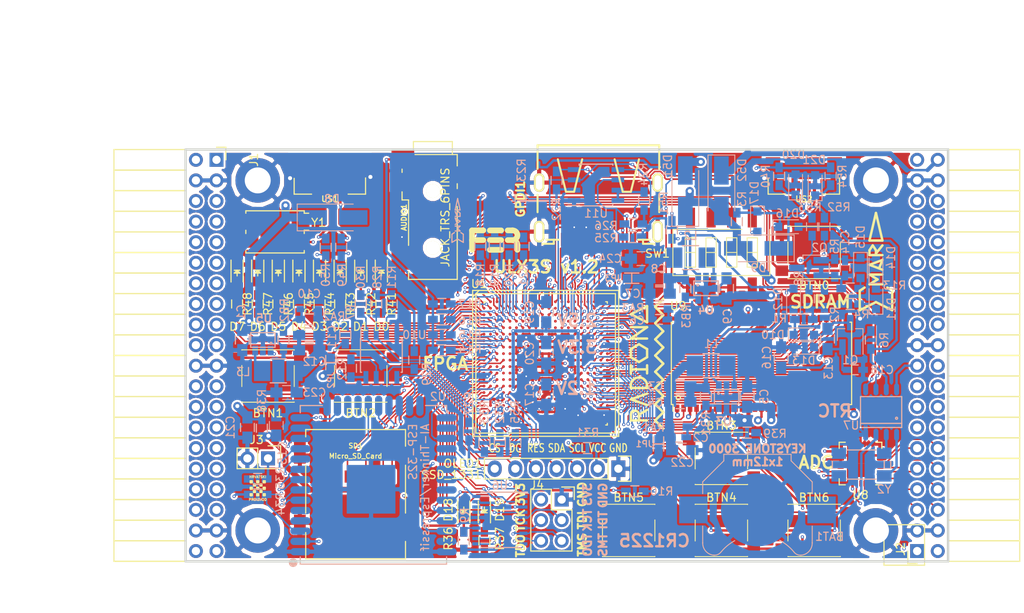
<source format=kicad_pcb>
(kicad_pcb (version 4) (host pcbnew 4.0.7+dfsg1-1)

  (general
    (links 690)
    (no_connects 0)
    (area 93.949999 61.269999 188.230001 112.370001)
    (thickness 1.6)
    (drawings 28)
    (tracks 4086)
    (zones 0)
    (modules 159)
    (nets 240)
  )

  (page A4)
  (layers
    (0 F.Cu signal)
    (1 In1.Cu signal)
    (2 In2.Cu signal)
    (31 B.Cu signal)
    (32 B.Adhes user)
    (33 F.Adhes user)
    (34 B.Paste user)
    (35 F.Paste user)
    (36 B.SilkS user)
    (37 F.SilkS user)
    (38 B.Mask user)
    (39 F.Mask user)
    (40 Dwgs.User user)
    (41 Cmts.User user)
    (42 Eco1.User user)
    (43 Eco2.User user)
    (44 Edge.Cuts user)
    (45 Margin user)
    (46 B.CrtYd user)
    (47 F.CrtYd user)
    (48 B.Fab user)
    (49 F.Fab user)
  )

  (setup
    (last_trace_width 0.3)
    (trace_clearance 0.127)
    (zone_clearance 0.254)
    (zone_45_only no)
    (trace_min 0.127)
    (segment_width 0.2)
    (edge_width 0.2)
    (via_size 0.4)
    (via_drill 0.2)
    (via_min_size 0.4)
    (via_min_drill 0.2)
    (uvia_size 0.3)
    (uvia_drill 0.1)
    (uvias_allowed no)
    (uvia_min_size 0.2)
    (uvia_min_drill 0.1)
    (pcb_text_width 0.3)
    (pcb_text_size 1.5 1.5)
    (mod_edge_width 0.15)
    (mod_text_size 1 1)
    (mod_text_width 0.15)
    (pad_size 0.5 0.5)
    (pad_drill 0)
    (pad_to_mask_clearance 0.05)
    (aux_axis_origin 82.67 62.69)
    (grid_origin 86.48 79.2)
    (visible_elements 7FFFFFFF)
    (pcbplotparams
      (layerselection 0x310f0_80000007)
      (usegerberextensions true)
      (excludeedgelayer true)
      (linewidth 0.100000)
      (plotframeref false)
      (viasonmask false)
      (mode 1)
      (useauxorigin false)
      (hpglpennumber 1)
      (hpglpenspeed 20)
      (hpglpendiameter 15)
      (hpglpenoverlay 2)
      (psnegative false)
      (psa4output false)
      (plotreference true)
      (plotvalue true)
      (plotinvisibletext false)
      (padsonsilk false)
      (subtractmaskfromsilk false)
      (outputformat 1)
      (mirror false)
      (drillshape 0)
      (scaleselection 1)
      (outputdirectory plot))
  )

  (net 0 "")
  (net 1 GND)
  (net 2 +5V)
  (net 3 /gpio/IN5V)
  (net 4 /gpio/OUT5V)
  (net 5 +3V3)
  (net 6 +1V2)
  (net 7 BTN_D)
  (net 8 BTN_F1)
  (net 9 BTN_F2)
  (net 10 BTN_L)
  (net 11 BTN_R)
  (net 12 BTN_U)
  (net 13 /power/FB1)
  (net 14 +2V5)
  (net 15 /power/PWREN)
  (net 16 /power/FB3)
  (net 17 /power/FB2)
  (net 18 "Net-(D9-Pad1)")
  (net 19 /power/VBAT)
  (net 20 JTAG_TDI)
  (net 21 JTAG_TCK)
  (net 22 JTAG_TMS)
  (net 23 JTAG_TDO)
  (net 24 /power/WAKEUPn)
  (net 25 /power/WKUP)
  (net 26 /power/SHUT)
  (net 27 /power/WAKE)
  (net 28 /power/HOLD)
  (net 29 /power/WKn)
  (net 30 /power/OSCI_32k)
  (net 31 /power/OSCO_32k)
  (net 32 "Net-(Q2-Pad3)")
  (net 33 SHUTDOWN)
  (net 34 /analog/AUDIO_L)
  (net 35 /analog/AUDIO_R)
  (net 36 GPDI_5V_SCL)
  (net 37 GPDI_5V_SDA)
  (net 38 GPDI_SDA)
  (net 39 GPDI_SCL)
  (net 40 /gpdi/VREF2)
  (net 41 SD_CMD)
  (net 42 SD_CLK)
  (net 43 SD_D0)
  (net 44 SD_D1)
  (net 45 USB5V)
  (net 46 GPDI_CEC)
  (net 47 nRESET)
  (net 48 FTDI_nDTR)
  (net 49 SDRAM_CKE)
  (net 50 SDRAM_A7)
  (net 51 SDRAM_D15)
  (net 52 SDRAM_BA1)
  (net 53 SDRAM_D7)
  (net 54 SDRAM_A6)
  (net 55 SDRAM_CLK)
  (net 56 SDRAM_D13)
  (net 57 SDRAM_BA0)
  (net 58 SDRAM_D6)
  (net 59 SDRAM_A5)
  (net 60 SDRAM_D14)
  (net 61 SDRAM_A11)
  (net 62 SDRAM_D12)
  (net 63 SDRAM_D5)
  (net 64 SDRAM_A4)
  (net 65 SDRAM_A10)
  (net 66 SDRAM_D11)
  (net 67 SDRAM_A3)
  (net 68 SDRAM_D4)
  (net 69 SDRAM_D10)
  (net 70 SDRAM_D9)
  (net 71 SDRAM_A9)
  (net 72 SDRAM_D3)
  (net 73 SDRAM_D8)
  (net 74 SDRAM_A8)
  (net 75 SDRAM_A2)
  (net 76 SDRAM_A1)
  (net 77 SDRAM_A0)
  (net 78 SDRAM_D2)
  (net 79 SDRAM_D1)
  (net 80 SDRAM_D0)
  (net 81 SDRAM_DQM0)
  (net 82 SDRAM_nCS)
  (net 83 SDRAM_nRAS)
  (net 84 SDRAM_DQM1)
  (net 85 SDRAM_nCAS)
  (net 86 SDRAM_nWE)
  (net 87 /flash/FLASH_nWP)
  (net 88 /flash/FLASH_nHOLD)
  (net 89 /flash/FLASH_MOSI)
  (net 90 /flash/FLASH_MISO)
  (net 91 /flash/FLASH_SCK)
  (net 92 /flash/FLASH_nCS)
  (net 93 /flash/FPGA_PROGRAMN)
  (net 94 /flash/FPGA_DONE)
  (net 95 /flash/FPGA_INITN)
  (net 96 OLED_RES)
  (net 97 OLED_DC)
  (net 98 OLED_CS)
  (net 99 WIFI_EN)
  (net 100 FTDI_nRTS)
  (net 101 FTDI_TXD)
  (net 102 FTDI_RXD)
  (net 103 WIFI_RXD)
  (net 104 WIFI_GPIO0)
  (net 105 WIFI_TXD)
  (net 106 GPDI_ETH-)
  (net 107 GPDI_ETH+)
  (net 108 GPDI_D2+)
  (net 109 GPDI_D2-)
  (net 110 GPDI_D1+)
  (net 111 GPDI_D1-)
  (net 112 GPDI_D0+)
  (net 113 GPDI_D0-)
  (net 114 GPDI_CLK+)
  (net 115 GPDI_CLK-)
  (net 116 USB_FTDI_D+)
  (net 117 USB_FTDI_D-)
  (net 118 J1_17-)
  (net 119 J1_17+)
  (net 120 J1_23-)
  (net 121 J1_23+)
  (net 122 J1_25-)
  (net 123 J1_25+)
  (net 124 J1_27-)
  (net 125 J1_27+)
  (net 126 J1_29-)
  (net 127 J1_29+)
  (net 128 J1_31-)
  (net 129 J1_31+)
  (net 130 J1_33-)
  (net 131 J1_33+)
  (net 132 J1_35-)
  (net 133 J1_35+)
  (net 134 J2_5-)
  (net 135 J2_5+)
  (net 136 J2_7-)
  (net 137 J2_7+)
  (net 138 J2_9-)
  (net 139 J2_9+)
  (net 140 J2_13-)
  (net 141 J2_13+)
  (net 142 J2_17-)
  (net 143 J2_17+)
  (net 144 J2_11-)
  (net 145 J2_11+)
  (net 146 J2_23-)
  (net 147 J2_23+)
  (net 148 J1_5-)
  (net 149 J1_5+)
  (net 150 J1_7-)
  (net 151 J1_7+)
  (net 152 J1_9-)
  (net 153 J1_9+)
  (net 154 J1_11-)
  (net 155 J1_11+)
  (net 156 J1_13-)
  (net 157 J1_13+)
  (net 158 J1_15-)
  (net 159 J1_15+)
  (net 160 J2_15-)
  (net 161 J2_15+)
  (net 162 J2_25-)
  (net 163 J2_25+)
  (net 164 J2_27-)
  (net 165 J2_27+)
  (net 166 J2_29-)
  (net 167 J2_29+)
  (net 168 J2_31-)
  (net 169 J2_31+)
  (net 170 J2_33-)
  (net 171 J2_33+)
  (net 172 J2_35-)
  (net 173 J2_35+)
  (net 174 SD_D3)
  (net 175 AUDIO_L3)
  (net 176 AUDIO_L2)
  (net 177 AUDIO_L1)
  (net 178 AUDIO_L0)
  (net 179 AUDIO_R3)
  (net 180 AUDIO_R2)
  (net 181 AUDIO_R1)
  (net 182 AUDIO_R0)
  (net 183 OLED_CLK)
  (net 184 OLED_MOSI)
  (net 185 LED0)
  (net 186 LED1)
  (net 187 LED2)
  (net 188 LED3)
  (net 189 LED4)
  (net 190 LED5)
  (net 191 LED6)
  (net 192 LED7)
  (net 193 BTN_PWRn)
  (net 194 "Net-(J3-Pad1)")
  (net 195 FTDI_nTXLED)
  (net 196 FTDI_nSLEEP)
  (net 197 /blinkey/LED_PWREN)
  (net 198 /blinkey/LED_TXLED)
  (net 199 FT3V3)
  (net 200 /sdcard/SD3V3)
  (net 201 SD_D2)
  (net 202 CLK_25MHz)
  (net 203 /blinkey/BTNPUL)
  (net 204 /blinkey/BTNPUR)
  (net 205 USB_FPGA_D+)
  (net 206 /power/FTDI_nSUSPEND)
  (net 207 /blinkey/ALED0)
  (net 208 /blinkey/ALED1)
  (net 209 /blinkey/ALED2)
  (net 210 /blinkey/ALED3)
  (net 211 /blinkey/ALED4)
  (net 212 /blinkey/ALED5)
  (net 213 /blinkey/ALED6)
  (net 214 /blinkey/ALED7)
  (net 215 /usb/FTD-)
  (net 216 /usb/FTD+)
  (net 217 ADC_MISO)
  (net 218 ADC_MOSI)
  (net 219 ADC_CSn)
  (net 220 ADC_SCLK)
  (net 221 "Net-(R51-Pad2)")
  (net 222 SW3)
  (net 223 SW2)
  (net 224 SW1)
  (net 225 SW0)
  (net 226 USB_FPGA_D-)
  (net 227 /usb/FPD+)
  (net 228 /usb/FPD-)
  (net 229 WIFI_GPIO16)
  (net 230 WIFI_GPIO15)
  (net 231 /usb/ANT_433MHz)
  (net 232 /power/PWRBTn)
  (net 233 PROG_DONE)
  (net 234 /power/P1V2)
  (net 235 /power/P3V3)
  (net 236 /power/P2V5)
  (net 237 /power/L1)
  (net 238 /power/L3)
  (net 239 /power/L2)

  (net_class Default "This is the default net class."
    (clearance 0.127)
    (trace_width 0.3)
    (via_dia 0.4)
    (via_drill 0.2)
    (uvia_dia 0.3)
    (uvia_drill 0.1)
    (add_net +1V2)
    (add_net +2V5)
    (add_net +3V3)
    (add_net +5V)
    (add_net /analog/AUDIO_L)
    (add_net /analog/AUDIO_R)
    (add_net /blinkey/ALED0)
    (add_net /blinkey/ALED1)
    (add_net /blinkey/ALED2)
    (add_net /blinkey/ALED3)
    (add_net /blinkey/ALED4)
    (add_net /blinkey/ALED5)
    (add_net /blinkey/ALED6)
    (add_net /blinkey/ALED7)
    (add_net /blinkey/BTNPUL)
    (add_net /blinkey/BTNPUR)
    (add_net /blinkey/LED_PWREN)
    (add_net /blinkey/LED_TXLED)
    (add_net /gpdi/VREF2)
    (add_net /gpio/IN5V)
    (add_net /gpio/OUT5V)
    (add_net /power/FB1)
    (add_net /power/FB2)
    (add_net /power/FB3)
    (add_net /power/FTDI_nSUSPEND)
    (add_net /power/HOLD)
    (add_net /power/L1)
    (add_net /power/L2)
    (add_net /power/L3)
    (add_net /power/OSCI_32k)
    (add_net /power/OSCO_32k)
    (add_net /power/P1V2)
    (add_net /power/P2V5)
    (add_net /power/P3V3)
    (add_net /power/PWRBTn)
    (add_net /power/PWREN)
    (add_net /power/SHUT)
    (add_net /power/VBAT)
    (add_net /power/WAKE)
    (add_net /power/WAKEUPn)
    (add_net /power/WKUP)
    (add_net /power/WKn)
    (add_net /sdcard/SD3V3)
    (add_net /usb/ANT_433MHz)
    (add_net /usb/FPD+)
    (add_net /usb/FPD-)
    (add_net /usb/FTD+)
    (add_net /usb/FTD-)
    (add_net FT3V3)
    (add_net GND)
    (add_net "Net-(D9-Pad1)")
    (add_net "Net-(J3-Pad1)")
    (add_net "Net-(Q2-Pad3)")
    (add_net "Net-(R51-Pad2)")
    (add_net USB5V)
  )

  (net_class BGA ""
    (clearance 0.127)
    (trace_width 0.19)
    (via_dia 0.4)
    (via_drill 0.2)
    (uvia_dia 0.3)
    (uvia_drill 0.1)
    (add_net /flash/FLASH_MISO)
    (add_net /flash/FLASH_MOSI)
    (add_net /flash/FLASH_SCK)
    (add_net /flash/FLASH_nCS)
    (add_net /flash/FLASH_nHOLD)
    (add_net /flash/FLASH_nWP)
    (add_net /flash/FPGA_DONE)
    (add_net /flash/FPGA_INITN)
    (add_net /flash/FPGA_PROGRAMN)
    (add_net ADC_CSn)
    (add_net ADC_MISO)
    (add_net ADC_MOSI)
    (add_net ADC_SCLK)
    (add_net AUDIO_L0)
    (add_net AUDIO_L1)
    (add_net AUDIO_L2)
    (add_net AUDIO_L3)
    (add_net AUDIO_R0)
    (add_net AUDIO_R1)
    (add_net AUDIO_R2)
    (add_net AUDIO_R3)
    (add_net BTN_D)
    (add_net BTN_F1)
    (add_net BTN_F2)
    (add_net BTN_L)
    (add_net BTN_PWRn)
    (add_net BTN_R)
    (add_net BTN_U)
    (add_net CLK_25MHz)
    (add_net FTDI_RXD)
    (add_net FTDI_TXD)
    (add_net FTDI_nDTR)
    (add_net FTDI_nRTS)
    (add_net FTDI_nSLEEP)
    (add_net FTDI_nTXLED)
    (add_net GPDI_5V_SCL)
    (add_net GPDI_5V_SDA)
    (add_net GPDI_CEC)
    (add_net GPDI_CLK+)
    (add_net GPDI_CLK-)
    (add_net GPDI_D0+)
    (add_net GPDI_D0-)
    (add_net GPDI_D1+)
    (add_net GPDI_D1-)
    (add_net GPDI_D2+)
    (add_net GPDI_D2-)
    (add_net GPDI_ETH+)
    (add_net GPDI_ETH-)
    (add_net GPDI_SCL)
    (add_net GPDI_SDA)
    (add_net J1_11+)
    (add_net J1_11-)
    (add_net J1_13+)
    (add_net J1_13-)
    (add_net J1_15+)
    (add_net J1_15-)
    (add_net J1_17+)
    (add_net J1_17-)
    (add_net J1_23+)
    (add_net J1_23-)
    (add_net J1_25+)
    (add_net J1_25-)
    (add_net J1_27+)
    (add_net J1_27-)
    (add_net J1_29+)
    (add_net J1_29-)
    (add_net J1_31+)
    (add_net J1_31-)
    (add_net J1_33+)
    (add_net J1_33-)
    (add_net J1_35+)
    (add_net J1_35-)
    (add_net J1_5+)
    (add_net J1_5-)
    (add_net J1_7+)
    (add_net J1_7-)
    (add_net J1_9+)
    (add_net J1_9-)
    (add_net J2_11+)
    (add_net J2_11-)
    (add_net J2_13+)
    (add_net J2_13-)
    (add_net J2_15+)
    (add_net J2_15-)
    (add_net J2_17+)
    (add_net J2_17-)
    (add_net J2_23+)
    (add_net J2_23-)
    (add_net J2_25+)
    (add_net J2_25-)
    (add_net J2_27+)
    (add_net J2_27-)
    (add_net J2_29+)
    (add_net J2_29-)
    (add_net J2_31+)
    (add_net J2_31-)
    (add_net J2_33+)
    (add_net J2_33-)
    (add_net J2_35+)
    (add_net J2_35-)
    (add_net J2_5+)
    (add_net J2_5-)
    (add_net J2_7+)
    (add_net J2_7-)
    (add_net J2_9+)
    (add_net J2_9-)
    (add_net JTAG_TCK)
    (add_net JTAG_TDI)
    (add_net JTAG_TDO)
    (add_net JTAG_TMS)
    (add_net LED0)
    (add_net LED1)
    (add_net LED2)
    (add_net LED3)
    (add_net LED4)
    (add_net LED5)
    (add_net LED6)
    (add_net LED7)
    (add_net OLED_CLK)
    (add_net OLED_CS)
    (add_net OLED_DC)
    (add_net OLED_MOSI)
    (add_net OLED_RES)
    (add_net PROG_DONE)
    (add_net SDRAM_A0)
    (add_net SDRAM_A1)
    (add_net SDRAM_A10)
    (add_net SDRAM_A11)
    (add_net SDRAM_A2)
    (add_net SDRAM_A3)
    (add_net SDRAM_A4)
    (add_net SDRAM_A5)
    (add_net SDRAM_A6)
    (add_net SDRAM_A7)
    (add_net SDRAM_A8)
    (add_net SDRAM_A9)
    (add_net SDRAM_BA0)
    (add_net SDRAM_BA1)
    (add_net SDRAM_CKE)
    (add_net SDRAM_CLK)
    (add_net SDRAM_D0)
    (add_net SDRAM_D1)
    (add_net SDRAM_D10)
    (add_net SDRAM_D11)
    (add_net SDRAM_D12)
    (add_net SDRAM_D13)
    (add_net SDRAM_D14)
    (add_net SDRAM_D15)
    (add_net SDRAM_D2)
    (add_net SDRAM_D3)
    (add_net SDRAM_D4)
    (add_net SDRAM_D5)
    (add_net SDRAM_D6)
    (add_net SDRAM_D7)
    (add_net SDRAM_D8)
    (add_net SDRAM_D9)
    (add_net SDRAM_DQM0)
    (add_net SDRAM_DQM1)
    (add_net SDRAM_nCAS)
    (add_net SDRAM_nCS)
    (add_net SDRAM_nRAS)
    (add_net SDRAM_nWE)
    (add_net SD_CLK)
    (add_net SD_CMD)
    (add_net SD_D0)
    (add_net SD_D1)
    (add_net SD_D2)
    (add_net SD_D3)
    (add_net SHUTDOWN)
    (add_net SW0)
    (add_net SW1)
    (add_net SW2)
    (add_net SW3)
    (add_net USB_FPGA_D+)
    (add_net USB_FPGA_D-)
    (add_net USB_FTDI_D+)
    (add_net USB_FTDI_D-)
    (add_net WIFI_EN)
    (add_net WIFI_GPIO0)
    (add_net WIFI_GPIO15)
    (add_net WIFI_GPIO16)
    (add_net WIFI_RXD)
    (add_net WIFI_TXD)
    (add_net nRESET)
  )

  (net_class Minimal ""
    (clearance 0.127)
    (trace_width 0.127)
    (via_dia 0.4)
    (via_drill 0.2)
    (uvia_dia 0.3)
    (uvia_drill 0.1)
  )

  (module jumper:SOLDER-JUMPER_1-WAY (layer B.Cu) (tedit 59DFC21C) (tstamp 59DFBD53)
    (at 152.393 97.742 270)
    (path /58D51CAD/59DFB08A)
    (fp_text reference JP1 (at 0 1.778 360) (layer B.SilkS)
      (effects (font (size 0.762 0.762) (thickness 0.1524)) (justify mirror))
    )
    (fp_text value 1.2 (at 0 -1.524 270) (layer B.SilkS) hide
      (effects (font (size 0.762 0.762) (thickness 0.1524)) (justify mirror))
    )
    (fp_line (start 0 0.635) (end 0 -0.635) (layer B.SilkS) (width 0.15))
    (fp_line (start -0.889 -0.635) (end 0.889 -0.635) (layer B.SilkS) (width 0.15))
    (fp_line (start -0.889 0.635) (end 0.889 0.635) (layer B.SilkS) (width 0.15))
    (pad 1 smd rect (at -0.6 0 270) (size 1 1) (layers B.Cu B.Paste B.Mask)
      (net 234 /power/P1V2))
    (pad 2 smd rect (at 0.6 0 270) (size 1 1) (layers B.Cu B.Paste B.Mask)
      (net 6 +1V2))
  )

  (module ESP32-footprints-Lib:ESP-32S (layer B.Cu) (tedit 59DF4284) (tstamp 58E56AFE)
    (at 117.313 101.513)
    (path /58D6D447/58E5662B)
    (fp_text reference U2 (at 7.902 -9.613 180) (layer B.SilkS)
      (effects (font (size 1 1) (thickness 0.15)) (justify mirror))
    )
    (fp_text value ESP-32S (at 0.155 9.691) (layer B.Fab)
      (effects (font (size 1 1) (thickness 0.15)) (justify mirror))
    )
    (fp_line (start -9.0805 11.049) (end -9.0805 10.16) (layer B.SilkS) (width 0.15))
    (fp_line (start 8.9535 11.049) (end -9.0805 11.049) (layer B.SilkS) (width 0.15))
    (fp_line (start 8.9535 10.16) (end 8.9535 11.049) (layer B.SilkS) (width 0.15))
    (fp_line (start 8.9535 -8.509) (end 8.9535 -7.62) (layer B.SilkS) (width 0.15))
    (fp_line (start 6.35 -8.509) (end 8.9535 -8.509) (layer B.SilkS) (width 0.15))
    (fp_line (start -9.0805 -8.509) (end -6.35 -8.509) (layer B.SilkS) (width 0.15))
    (fp_line (start -9.0805 -7.62) (end -9.0805 -8.509) (layer B.SilkS) (width 0.15))
    (fp_text user AI-Thinker/Espressif (at 6.3 1.6 270) (layer B.SilkS)
      (effects (font (size 1 1) (thickness 0.15)) (justify mirror))
    )
    (fp_circle (center -9.958566 10.871338) (end -10.085566 11.125338) (layer B.SilkS) (width 0.5))
    (fp_text user ESP-32S (at 4.8 -2.8 270) (layer B.SilkS)
      (effects (font (size 1 1) (thickness 0.15)) (justify mirror))
    )
    (fp_line (start 8.947434 11.017338) (end -9.052566 11.017338) (layer B.Fab) (width 0.15))
    (fp_line (start -9.052566 17.017338) (end -9.052566 -8.482662) (layer B.Fab) (width 0.15))
    (fp_line (start 8.947434 17.017338) (end 8.947434 -8.482662) (layer B.Fab) (width 0.15))
    (fp_line (start 8.947434 -8.482662) (end -9.052566 -8.482662) (layer B.Fab) (width 0.15))
    (fp_line (start 8.947434 17.017338) (end -9.052566 17.017338) (layer B.Fab) (width 0.15))
    (pad 38 smd oval (at 8.947434 9.517338 180) (size 2.5 0.9) (layers B.Cu B.Paste B.Mask)
      (net 1 GND))
    (pad 37 smd oval (at 8.947434 8.247338 180) (size 2.5 0.9) (layers B.Cu B.Paste B.Mask))
    (pad 36 smd oval (at 8.947434 6.977338 180) (size 2.5 0.9) (layers B.Cu B.Paste B.Mask)
      (net 233 PROG_DONE))
    (pad 35 smd oval (at 8.947434 5.707338 180) (size 2.5 0.9) (layers B.Cu B.Paste B.Mask)
      (net 105 WIFI_TXD))
    (pad 34 smd oval (at 8.947434 4.437338 180) (size 2.5 0.9) (layers B.Cu B.Paste B.Mask)
      (net 103 WIFI_RXD))
    (pad 33 smd oval (at 8.947434 3.167338 180) (size 2.5 0.9) (layers B.Cu B.Paste B.Mask)
      (net 22 JTAG_TMS))
    (pad 32 smd oval (at 8.947434 1.897338 180) (size 2.5 0.9) (layers B.Cu B.Paste B.Mask))
    (pad 31 smd oval (at 8.947434 0.627338 180) (size 2.5 0.9) (layers B.Cu B.Paste B.Mask)
      (net 20 JTAG_TDI))
    (pad 30 smd oval (at 8.947434 -0.642662 180) (size 2.5 0.9) (layers B.Cu B.Paste B.Mask)
      (net 21 JTAG_TCK))
    (pad 29 smd oval (at 8.947434 -1.912662 180) (size 2.5 0.9) (layers B.Cu B.Paste B.Mask))
    (pad 28 smd oval (at 8.947434 -3.182662 180) (size 2.5 0.9) (layers B.Cu B.Paste B.Mask)
      (net 23 JTAG_TDO))
    (pad 27 smd oval (at 8.947434 -4.452662 180) (size 2.5 0.9) (layers B.Cu B.Paste B.Mask)
      (net 229 WIFI_GPIO16))
    (pad 26 smd oval (at 8.947434 -5.722662 180) (size 2.5 0.9) (layers B.Cu B.Paste B.Mask))
    (pad 25 smd oval (at 8.947434 -6.992662 180) (size 2.5 0.9) (layers B.Cu B.Paste B.Mask)
      (net 104 WIFI_GPIO0))
    (pad 24 smd oval (at 5.662434 -8.482662 180) (size 0.9 2.5) (layers B.Cu B.Paste B.Mask))
    (pad 23 smd oval (at 4.392434 -8.482662 180) (size 0.9 2.5) (layers B.Cu B.Paste B.Mask)
      (net 230 WIFI_GPIO15))
    (pad 22 smd oval (at 3.122434 -8.482662 180) (size 0.9 2.5) (layers B.Cu B.Paste B.Mask)
      (net 44 SD_D1))
    (pad 21 smd oval (at 1.852434 -8.482662 180) (size 0.9 2.5) (layers B.Cu B.Paste B.Mask)
      (net 43 SD_D0))
    (pad 20 smd oval (at 0.582434 -8.482662 180) (size 0.9 2.5) (layers B.Cu B.Paste B.Mask)
      (net 42 SD_CLK))
    (pad 19 smd oval (at -0.687566 -8.482662 180) (size 0.9 2.5) (layers B.Cu B.Paste B.Mask)
      (net 41 SD_CMD))
    (pad 18 smd oval (at -1.957566 -8.482662 180) (size 0.9 2.5) (layers B.Cu B.Paste B.Mask))
    (pad 17 smd oval (at -3.227566 -8.482662 180) (size 0.9 2.5) (layers B.Cu B.Paste B.Mask))
    (pad 16 smd oval (at -4.497566 -8.482662 180) (size 0.9 2.5) (layers B.Cu B.Paste B.Mask)
      (net 124 J1_27-))
    (pad 15 smd oval (at -5.767566 -8.482662 180) (size 0.9 2.5) (layers B.Cu B.Paste B.Mask)
      (net 1 GND))
    (pad 14 smd oval (at -9.052566 -6.992662 180) (size 2.5 0.9) (layers B.Cu B.Paste B.Mask)
      (net 125 J1_27+))
    (pad 13 smd oval (at -9.052566 -5.722662 180) (size 2.5 0.9) (layers B.Cu B.Paste B.Mask)
      (net 126 J1_29-))
    (pad 12 smd oval (at -9.052566 -4.452662 180) (size 2.5 0.9) (layers B.Cu B.Paste B.Mask)
      (net 127 J1_29+))
    (pad 11 smd oval (at -9.052566 -3.182662 180) (size 2.5 0.9) (layers B.Cu B.Paste B.Mask)
      (net 128 J1_31-))
    (pad 10 smd oval (at -9.052566 -1.912662 180) (size 2.5 0.9) (layers B.Cu B.Paste B.Mask)
      (net 129 J1_31+))
    (pad 9 smd oval (at -9.052566 -0.642662 180) (size 2.5 0.9) (layers B.Cu B.Paste B.Mask)
      (net 130 J1_33-))
    (pad 8 smd oval (at -9.052566 0.627338 180) (size 2.5 0.9) (layers B.Cu B.Paste B.Mask)
      (net 131 J1_33+))
    (pad 7 smd oval (at -9.052566 1.897338 180) (size 2.5 0.9) (layers B.Cu B.Paste B.Mask)
      (net 132 J1_35-))
    (pad 6 smd oval (at -9.052566 3.167338 180) (size 2.5 0.9) (layers B.Cu B.Paste B.Mask)
      (net 133 J1_35+))
    (pad 5 smd oval (at -9.052566 4.437338 180) (size 2.5 0.9) (layers B.Cu B.Paste B.Mask))
    (pad 4 smd oval (at -9.052566 5.707338 180) (size 2.5 0.9) (layers B.Cu B.Paste B.Mask))
    (pad 3 smd oval (at -9.052566 6.977338 180) (size 2.5 0.9) (layers B.Cu B.Paste B.Mask)
      (net 99 WIFI_EN))
    (pad 2 smd oval (at -9.052566 8.247338 180) (size 2.5 0.9) (layers B.Cu B.Paste B.Mask)
      (net 5 +3V3))
    (pad 1 smd oval (at -9.052566 9.517338 180) (size 2.5 0.9) (layers B.Cu B.Paste B.Mask)
      (net 1 GND))
    (pad 39 smd rect (at -0.352566 1.817338 180) (size 6 6) (layers B.Cu B.Paste B.Mask)
      (net 1 GND))
  )

  (module Diodes_SMD:D_SMA_Handsoldering (layer B.Cu) (tedit 59D564F6) (tstamp 59D3C50D)
    (at 155.695 66.5 90)
    (descr "Diode SMA (DO-214AC) Handsoldering")
    (tags "Diode SMA (DO-214AC) Handsoldering")
    (path /56AC389C/56AC483B)
    (attr smd)
    (fp_text reference D51 (at 3.048 -2.159 90) (layer B.SilkS)
      (effects (font (size 1 1) (thickness 0.15)) (justify mirror))
    )
    (fp_text value STPS2L30AF (at 0 -2.6 90) (layer B.Fab) hide
      (effects (font (size 1 1) (thickness 0.15)) (justify mirror))
    )
    (fp_text user %R (at 3.048 -2.159 90) (layer B.Fab) hide
      (effects (font (size 1 1) (thickness 0.15)) (justify mirror))
    )
    (fp_line (start -4.4 1.65) (end -4.4 -1.65) (layer B.SilkS) (width 0.12))
    (fp_line (start 2.3 -1.5) (end -2.3 -1.5) (layer B.Fab) (width 0.1))
    (fp_line (start -2.3 -1.5) (end -2.3 1.5) (layer B.Fab) (width 0.1))
    (fp_line (start 2.3 1.5) (end 2.3 -1.5) (layer B.Fab) (width 0.1))
    (fp_line (start 2.3 1.5) (end -2.3 1.5) (layer B.Fab) (width 0.1))
    (fp_line (start -4.5 1.75) (end 4.5 1.75) (layer B.CrtYd) (width 0.05))
    (fp_line (start 4.5 1.75) (end 4.5 -1.75) (layer B.CrtYd) (width 0.05))
    (fp_line (start 4.5 -1.75) (end -4.5 -1.75) (layer B.CrtYd) (width 0.05))
    (fp_line (start -4.5 -1.75) (end -4.5 1.75) (layer B.CrtYd) (width 0.05))
    (fp_line (start -0.64944 -0.00102) (end -1.55114 -0.00102) (layer B.Fab) (width 0.1))
    (fp_line (start 0.50118 -0.00102) (end 1.4994 -0.00102) (layer B.Fab) (width 0.1))
    (fp_line (start -0.64944 0.79908) (end -0.64944 -0.80112) (layer B.Fab) (width 0.1))
    (fp_line (start 0.50118 -0.75032) (end 0.50118 0.79908) (layer B.Fab) (width 0.1))
    (fp_line (start -0.64944 -0.00102) (end 0.50118 -0.75032) (layer B.Fab) (width 0.1))
    (fp_line (start -0.64944 -0.00102) (end 0.50118 0.79908) (layer B.Fab) (width 0.1))
    (fp_line (start -4.4 -1.65) (end 2.5 -1.65) (layer B.SilkS) (width 0.12))
    (fp_line (start -4.4 1.65) (end 2.5 1.65) (layer B.SilkS) (width 0.12))
    (pad 1 smd rect (at -2.5 0 90) (size 3.5 1.8) (layers B.Cu B.Paste B.Mask)
      (net 2 +5V))
    (pad 2 smd rect (at 2.5 0 90) (size 3.5 1.8) (layers B.Cu B.Paste B.Mask)
      (net 3 /gpio/IN5V))
    (model ${KISYS3DMOD}/Diodes_SMD.3dshapes/D_SMA.wrl
      (at (xyz 0 0 0))
      (scale (xyz 1 1 1))
      (rotate (xyz 0 0 0))
    )
  )

  (module Resistors_SMD:R_0603_HandSoldering (layer B.Cu) (tedit 58307AEF) (tstamp 595B8F7A)
    (at 154.044 71.326 90)
    (descr "Resistor SMD 0603, hand soldering")
    (tags "resistor 0603")
    (path /58D6547C/595B9C2F)
    (attr smd)
    (fp_text reference R51 (at 3.302 -1.016 90) (layer B.SilkS)
      (effects (font (size 1 1) (thickness 0.15)) (justify mirror))
    )
    (fp_text value 220 (at 3.556 -0.508 90) (layer B.Fab)
      (effects (font (size 1 1) (thickness 0.15)) (justify mirror))
    )
    (fp_line (start -0.8 -0.4) (end -0.8 0.4) (layer B.Fab) (width 0.1))
    (fp_line (start 0.8 -0.4) (end -0.8 -0.4) (layer B.Fab) (width 0.1))
    (fp_line (start 0.8 0.4) (end 0.8 -0.4) (layer B.Fab) (width 0.1))
    (fp_line (start -0.8 0.4) (end 0.8 0.4) (layer B.Fab) (width 0.1))
    (fp_line (start -2 0.8) (end 2 0.8) (layer B.CrtYd) (width 0.05))
    (fp_line (start -2 -0.8) (end 2 -0.8) (layer B.CrtYd) (width 0.05))
    (fp_line (start -2 0.8) (end -2 -0.8) (layer B.CrtYd) (width 0.05))
    (fp_line (start 2 0.8) (end 2 -0.8) (layer B.CrtYd) (width 0.05))
    (fp_line (start 0.5 -0.675) (end -0.5 -0.675) (layer B.SilkS) (width 0.15))
    (fp_line (start -0.5 0.675) (end 0.5 0.675) (layer B.SilkS) (width 0.15))
    (pad 1 smd rect (at -1.1 0 90) (size 1.2 0.9) (layers B.Cu B.Paste B.Mask)
      (net 5 +3V3))
    (pad 2 smd rect (at 1.1 0 90) (size 1.2 0.9) (layers B.Cu B.Paste B.Mask)
      (net 221 "Net-(R51-Pad2)"))
    (model Resistors_SMD.3dshapes/R_0603.wrl
      (at (xyz 0 0 0))
      (scale (xyz 1 1 1))
      (rotate (xyz 0 0 0))
    )
  )

  (module Resistors_SMD:R_1210_HandSoldering (layer B.Cu) (tedit 58307C8D) (tstamp 58D58A37)
    (at 158.87 88.09 180)
    (descr "Resistor SMD 1210, hand soldering")
    (tags "resistor 1210")
    (path /58D51CAD/58D59D36)
    (attr smd)
    (fp_text reference L1 (at 0 2.7 180) (layer B.SilkS)
      (effects (font (size 1 1) (thickness 0.15)) (justify mirror))
    )
    (fp_text value 2.2uH (at 0 2.032 180) (layer B.Fab)
      (effects (font (size 1 1) (thickness 0.15)) (justify mirror))
    )
    (fp_line (start -1.6 -1.25) (end -1.6 1.25) (layer B.Fab) (width 0.1))
    (fp_line (start 1.6 -1.25) (end -1.6 -1.25) (layer B.Fab) (width 0.1))
    (fp_line (start 1.6 1.25) (end 1.6 -1.25) (layer B.Fab) (width 0.1))
    (fp_line (start -1.6 1.25) (end 1.6 1.25) (layer B.Fab) (width 0.1))
    (fp_line (start -3.3 1.6) (end 3.3 1.6) (layer B.CrtYd) (width 0.05))
    (fp_line (start -3.3 -1.6) (end 3.3 -1.6) (layer B.CrtYd) (width 0.05))
    (fp_line (start -3.3 1.6) (end -3.3 -1.6) (layer B.CrtYd) (width 0.05))
    (fp_line (start 3.3 1.6) (end 3.3 -1.6) (layer B.CrtYd) (width 0.05))
    (fp_line (start 1 -1.475) (end -1 -1.475) (layer B.SilkS) (width 0.15))
    (fp_line (start -1 1.475) (end 1 1.475) (layer B.SilkS) (width 0.15))
    (pad 1 smd rect (at -2 0 180) (size 2 2.5) (layers B.Cu B.Paste B.Mask)
      (net 237 /power/L1))
    (pad 2 smd rect (at 2 0 180) (size 2 2.5) (layers B.Cu B.Paste B.Mask)
      (net 234 /power/P1V2))
    (model Inductors_SMD.3dshapes/L_1210.wrl
      (at (xyz 0 0 0))
      (scale (xyz 1 1 1))
      (rotate (xyz 0 0 0))
    )
  )

  (module TSOT-25:TSOT-25 (layer B.Cu) (tedit 59CD7E8F) (tstamp 58D5976E)
    (at 160.775 91.9)
    (path /58D51CAD/58D58840)
    (fp_text reference U3 (at -0.381 3.048) (layer B.SilkS)
      (effects (font (size 1 1) (thickness 0.2)) (justify mirror))
    )
    (fp_text value AP3429A (at 0 2.286) (layer B.Fab)
      (effects (font (size 0.4 0.4) (thickness 0.1)) (justify mirror))
    )
    (fp_circle (center -1 -0.4) (end -0.95 -0.5) (layer B.SilkS) (width 0.15))
    (fp_line (start -1.5 0.9) (end 1.5 0.9) (layer B.SilkS) (width 0.15))
    (fp_line (start 1.5 0.9) (end 1.5 -0.9) (layer B.SilkS) (width 0.15))
    (fp_line (start 1.5 -0.9) (end -1.5 -0.9) (layer B.SilkS) (width 0.15))
    (fp_line (start -1.5 -0.9) (end -1.5 0.9) (layer B.SilkS) (width 0.15))
    (pad 1 smd rect (at -0.95 -1.3) (size 0.7 1.2) (layers B.Cu B.Paste B.Mask)
      (net 15 /power/PWREN))
    (pad 2 smd rect (at 0 -1.3) (size 0.7 1.2) (layers B.Cu B.Paste B.Mask)
      (net 1 GND))
    (pad 3 smd rect (at 0.95 -1.3) (size 0.7 1.2) (layers B.Cu B.Paste B.Mask)
      (net 237 /power/L1))
    (pad 4 smd rect (at 0.95 1.3) (size 0.7 1.2) (layers B.Cu B.Paste B.Mask)
      (net 2 +5V))
    (pad 5 smd rect (at -0.95 1.3) (size 0.7 1.2) (layers B.Cu B.Paste B.Mask)
      (net 13 /power/FB1))
    (model TO_SOT_Packages_SMD.3dshapes/SOT-23-5.wrl
      (at (xyz 0 0 0))
      (scale (xyz 1 1 1))
      (rotate (xyz 0 0 -90))
    )
  )

  (module Resistors_SMD:R_1210_HandSoldering (layer B.Cu) (tedit 58307C8D) (tstamp 58D599B2)
    (at 156.33 74.755 180)
    (descr "Resistor SMD 1210, hand soldering")
    (tags "resistor 1210")
    (path /58D51CAD/58D62964)
    (attr smd)
    (fp_text reference L2 (at 0 2.7 180) (layer B.SilkS)
      (effects (font (size 1 1) (thickness 0.15)) (justify mirror))
    )
    (fp_text value 2.2uH (at -1.016 2.159 180) (layer B.Fab)
      (effects (font (size 1 1) (thickness 0.15)) (justify mirror))
    )
    (fp_line (start -1.6 -1.25) (end -1.6 1.25) (layer B.Fab) (width 0.1))
    (fp_line (start 1.6 -1.25) (end -1.6 -1.25) (layer B.Fab) (width 0.1))
    (fp_line (start 1.6 1.25) (end 1.6 -1.25) (layer B.Fab) (width 0.1))
    (fp_line (start -1.6 1.25) (end 1.6 1.25) (layer B.Fab) (width 0.1))
    (fp_line (start -3.3 1.6) (end 3.3 1.6) (layer B.CrtYd) (width 0.05))
    (fp_line (start -3.3 -1.6) (end 3.3 -1.6) (layer B.CrtYd) (width 0.05))
    (fp_line (start -3.3 1.6) (end -3.3 -1.6) (layer B.CrtYd) (width 0.05))
    (fp_line (start 3.3 1.6) (end 3.3 -1.6) (layer B.CrtYd) (width 0.05))
    (fp_line (start 1 -1.475) (end -1 -1.475) (layer B.SilkS) (width 0.15))
    (fp_line (start -1 1.475) (end 1 1.475) (layer B.SilkS) (width 0.15))
    (pad 1 smd rect (at -2 0 180) (size 2 2.5) (layers B.Cu B.Paste B.Mask)
      (net 238 /power/L3))
    (pad 2 smd rect (at 2 0 180) (size 2 2.5) (layers B.Cu B.Paste B.Mask)
      (net 235 /power/P3V3))
    (model Inductors_SMD.3dshapes/L_1210.wrl
      (at (xyz 0 0 0))
      (scale (xyz 1 1 1))
      (rotate (xyz 0 0 0))
    )
  )

  (module TSOT-25:TSOT-25 (layer B.Cu) (tedit 59CD7E82) (tstamp 58D599CD)
    (at 158.235 78.535)
    (path /58D51CAD/58D62946)
    (fp_text reference U4 (at 0 2.697) (layer B.SilkS)
      (effects (font (size 1 1) (thickness 0.2)) (justify mirror))
    )
    (fp_text value AP3429A (at 0 2.443) (layer B.Fab)
      (effects (font (size 0.4 0.4) (thickness 0.1)) (justify mirror))
    )
    (fp_circle (center -1 -0.4) (end -0.95 -0.5) (layer B.SilkS) (width 0.15))
    (fp_line (start -1.5 0.9) (end 1.5 0.9) (layer B.SilkS) (width 0.15))
    (fp_line (start 1.5 0.9) (end 1.5 -0.9) (layer B.SilkS) (width 0.15))
    (fp_line (start 1.5 -0.9) (end -1.5 -0.9) (layer B.SilkS) (width 0.15))
    (fp_line (start -1.5 -0.9) (end -1.5 0.9) (layer B.SilkS) (width 0.15))
    (pad 1 smd rect (at -0.95 -1.3) (size 0.7 1.2) (layers B.Cu B.Paste B.Mask)
      (net 15 /power/PWREN))
    (pad 2 smd rect (at 0 -1.3) (size 0.7 1.2) (layers B.Cu B.Paste B.Mask)
      (net 1 GND))
    (pad 3 smd rect (at 0.95 -1.3) (size 0.7 1.2) (layers B.Cu B.Paste B.Mask)
      (net 238 /power/L3))
    (pad 4 smd rect (at 0.95 1.3) (size 0.7 1.2) (layers B.Cu B.Paste B.Mask)
      (net 2 +5V))
    (pad 5 smd rect (at -0.95 1.3) (size 0.7 1.2) (layers B.Cu B.Paste B.Mask)
      (net 16 /power/FB3))
    (model TO_SOT_Packages_SMD.3dshapes/SOT-23-5.wrl
      (at (xyz 0 0 0))
      (scale (xyz 1 1 1))
      (rotate (xyz 0 0 -90))
    )
  )

  (module LEDs:LED_0805 (layer F.Cu) (tedit 59CCC657) (tstamp 58D659BC)
    (at 118.23 76.66 270)
    (descr "LED 0805 smd package")
    (tags "LED 0805 SMD")
    (path /58D6547C/58D66570)
    (attr smd)
    (fp_text reference D0 (at 6.604 0 360) (layer F.SilkS)
      (effects (font (size 1 1) (thickness 0.15)))
    )
    (fp_text value LED (at -2.794 0 270) (layer F.Fab) hide
      (effects (font (size 1 1) (thickness 0.15)))
    )
    (fp_line (start -0.4 -0.3) (end -0.4 0.3) (layer F.Fab) (width 0.15))
    (fp_line (start -0.3 0) (end 0 -0.3) (layer F.Fab) (width 0.15))
    (fp_line (start 0 0.3) (end -0.3 0) (layer F.Fab) (width 0.15))
    (fp_line (start 0 -0.3) (end 0 0.3) (layer F.Fab) (width 0.15))
    (fp_line (start 1 -0.6) (end -1 -0.6) (layer F.Fab) (width 0.15))
    (fp_line (start 1 0.6) (end 1 -0.6) (layer F.Fab) (width 0.15))
    (fp_line (start -1 0.6) (end 1 0.6) (layer F.Fab) (width 0.15))
    (fp_line (start -1 -0.6) (end -1 0.6) (layer F.Fab) (width 0.15))
    (fp_line (start -1.6 0.75) (end 1.1 0.75) (layer F.SilkS) (width 0.15))
    (fp_line (start -1.6 -0.75) (end 1.1 -0.75) (layer F.SilkS) (width 0.15))
    (fp_line (start -0.1 0.15) (end -0.1 -0.1) (layer F.SilkS) (width 0.15))
    (fp_line (start -0.1 -0.1) (end -0.25 0.05) (layer F.SilkS) (width 0.15))
    (fp_line (start -0.35 -0.35) (end -0.35 0.35) (layer F.SilkS) (width 0.15))
    (fp_line (start 0 0) (end 0.35 0) (layer F.SilkS) (width 0.15))
    (fp_line (start -0.35 0) (end 0 -0.35) (layer F.SilkS) (width 0.15))
    (fp_line (start 0 -0.35) (end 0 0.35) (layer F.SilkS) (width 0.15))
    (fp_line (start 0 0.35) (end -0.35 0) (layer F.SilkS) (width 0.15))
    (fp_line (start 1.9 -0.95) (end 1.9 0.95) (layer F.CrtYd) (width 0.05))
    (fp_line (start 1.9 0.95) (end -1.9 0.95) (layer F.CrtYd) (width 0.05))
    (fp_line (start -1.9 0.95) (end -1.9 -0.95) (layer F.CrtYd) (width 0.05))
    (fp_line (start -1.9 -0.95) (end 1.9 -0.95) (layer F.CrtYd) (width 0.05))
    (pad 2 smd rect (at 1.04902 0 90) (size 1.19888 1.19888) (layers F.Cu F.Paste F.Mask)
      (net 207 /blinkey/ALED0))
    (pad 1 smd rect (at -1.04902 0 90) (size 1.19888 1.19888) (layers F.Cu F.Paste F.Mask)
      (net 1 GND))
    (model LEDs.3dshapes/LED_0805.wrl
      (at (xyz 0 0 0))
      (scale (xyz 1 1 1))
      (rotate (xyz 0 0 0))
    )
  )

  (module LEDs:LED_0805 (layer F.Cu) (tedit 59CCC647) (tstamp 58D659C2)
    (at 115.69 76.66 270)
    (descr "LED 0805 smd package")
    (tags "LED 0805 SMD")
    (path /58D6547C/58D66620)
    (attr smd)
    (fp_text reference D1 (at 6.604 0 360) (layer F.SilkS)
      (effects (font (size 1 1) (thickness 0.15)))
    )
    (fp_text value LED (at -2.794 0 270) (layer F.Fab) hide
      (effects (font (size 1 1) (thickness 0.15)))
    )
    (fp_line (start -0.4 -0.3) (end -0.4 0.3) (layer F.Fab) (width 0.15))
    (fp_line (start -0.3 0) (end 0 -0.3) (layer F.Fab) (width 0.15))
    (fp_line (start 0 0.3) (end -0.3 0) (layer F.Fab) (width 0.15))
    (fp_line (start 0 -0.3) (end 0 0.3) (layer F.Fab) (width 0.15))
    (fp_line (start 1 -0.6) (end -1 -0.6) (layer F.Fab) (width 0.15))
    (fp_line (start 1 0.6) (end 1 -0.6) (layer F.Fab) (width 0.15))
    (fp_line (start -1 0.6) (end 1 0.6) (layer F.Fab) (width 0.15))
    (fp_line (start -1 -0.6) (end -1 0.6) (layer F.Fab) (width 0.15))
    (fp_line (start -1.6 0.75) (end 1.1 0.75) (layer F.SilkS) (width 0.15))
    (fp_line (start -1.6 -0.75) (end 1.1 -0.75) (layer F.SilkS) (width 0.15))
    (fp_line (start -0.1 0.15) (end -0.1 -0.1) (layer F.SilkS) (width 0.15))
    (fp_line (start -0.1 -0.1) (end -0.25 0.05) (layer F.SilkS) (width 0.15))
    (fp_line (start -0.35 -0.35) (end -0.35 0.35) (layer F.SilkS) (width 0.15))
    (fp_line (start 0 0) (end 0.35 0) (layer F.SilkS) (width 0.15))
    (fp_line (start -0.35 0) (end 0 -0.35) (layer F.SilkS) (width 0.15))
    (fp_line (start 0 -0.35) (end 0 0.35) (layer F.SilkS) (width 0.15))
    (fp_line (start 0 0.35) (end -0.35 0) (layer F.SilkS) (width 0.15))
    (fp_line (start 1.9 -0.95) (end 1.9 0.95) (layer F.CrtYd) (width 0.05))
    (fp_line (start 1.9 0.95) (end -1.9 0.95) (layer F.CrtYd) (width 0.05))
    (fp_line (start -1.9 0.95) (end -1.9 -0.95) (layer F.CrtYd) (width 0.05))
    (fp_line (start -1.9 -0.95) (end 1.9 -0.95) (layer F.CrtYd) (width 0.05))
    (pad 2 smd rect (at 1.04902 0 90) (size 1.19888 1.19888) (layers F.Cu F.Paste F.Mask)
      (net 208 /blinkey/ALED1))
    (pad 1 smd rect (at -1.04902 0 90) (size 1.19888 1.19888) (layers F.Cu F.Paste F.Mask)
      (net 1 GND))
    (model LEDs.3dshapes/LED_0805.wrl
      (at (xyz 0 0 0))
      (scale (xyz 1 1 1))
      (rotate (xyz 0 0 0))
    )
  )

  (module LEDs:LED_0805 (layer F.Cu) (tedit 59CCC63D) (tstamp 58D659C8)
    (at 113.15 76.66 270)
    (descr "LED 0805 smd package")
    (tags "LED 0805 SMD")
    (path /58D6547C/58D666C3)
    (attr smd)
    (fp_text reference D2 (at 6.604 0 360) (layer F.SilkS)
      (effects (font (size 1 1) (thickness 0.15)))
    )
    (fp_text value LED (at -2.794 0 270) (layer F.Fab) hide
      (effects (font (size 1 1) (thickness 0.15)))
    )
    (fp_line (start -0.4 -0.3) (end -0.4 0.3) (layer F.Fab) (width 0.15))
    (fp_line (start -0.3 0) (end 0 -0.3) (layer F.Fab) (width 0.15))
    (fp_line (start 0 0.3) (end -0.3 0) (layer F.Fab) (width 0.15))
    (fp_line (start 0 -0.3) (end 0 0.3) (layer F.Fab) (width 0.15))
    (fp_line (start 1 -0.6) (end -1 -0.6) (layer F.Fab) (width 0.15))
    (fp_line (start 1 0.6) (end 1 -0.6) (layer F.Fab) (width 0.15))
    (fp_line (start -1 0.6) (end 1 0.6) (layer F.Fab) (width 0.15))
    (fp_line (start -1 -0.6) (end -1 0.6) (layer F.Fab) (width 0.15))
    (fp_line (start -1.6 0.75) (end 1.1 0.75) (layer F.SilkS) (width 0.15))
    (fp_line (start -1.6 -0.75) (end 1.1 -0.75) (layer F.SilkS) (width 0.15))
    (fp_line (start -0.1 0.15) (end -0.1 -0.1) (layer F.SilkS) (width 0.15))
    (fp_line (start -0.1 -0.1) (end -0.25 0.05) (layer F.SilkS) (width 0.15))
    (fp_line (start -0.35 -0.35) (end -0.35 0.35) (layer F.SilkS) (width 0.15))
    (fp_line (start 0 0) (end 0.35 0) (layer F.SilkS) (width 0.15))
    (fp_line (start -0.35 0) (end 0 -0.35) (layer F.SilkS) (width 0.15))
    (fp_line (start 0 -0.35) (end 0 0.35) (layer F.SilkS) (width 0.15))
    (fp_line (start 0 0.35) (end -0.35 0) (layer F.SilkS) (width 0.15))
    (fp_line (start 1.9 -0.95) (end 1.9 0.95) (layer F.CrtYd) (width 0.05))
    (fp_line (start 1.9 0.95) (end -1.9 0.95) (layer F.CrtYd) (width 0.05))
    (fp_line (start -1.9 0.95) (end -1.9 -0.95) (layer F.CrtYd) (width 0.05))
    (fp_line (start -1.9 -0.95) (end 1.9 -0.95) (layer F.CrtYd) (width 0.05))
    (pad 2 smd rect (at 1.04902 0 90) (size 1.19888 1.19888) (layers F.Cu F.Paste F.Mask)
      (net 209 /blinkey/ALED2))
    (pad 1 smd rect (at -1.04902 0 90) (size 1.19888 1.19888) (layers F.Cu F.Paste F.Mask)
      (net 1 GND))
    (model LEDs.3dshapes/LED_0805.wrl
      (at (xyz 0 0 0))
      (scale (xyz 1 1 1))
      (rotate (xyz 0 0 0))
    )
  )

  (module LEDs:LED_0805 (layer F.Cu) (tedit 59CCC636) (tstamp 58D659CE)
    (at 110.61 76.66 270)
    (descr "LED 0805 smd package")
    (tags "LED 0805 SMD")
    (path /58D6547C/58D66733)
    (attr smd)
    (fp_text reference D3 (at 6.604 0 360) (layer F.SilkS)
      (effects (font (size 1 1) (thickness 0.15)))
    )
    (fp_text value LED (at -2.794 0 270) (layer F.Fab) hide
      (effects (font (size 1 1) (thickness 0.15)))
    )
    (fp_line (start -0.4 -0.3) (end -0.4 0.3) (layer F.Fab) (width 0.15))
    (fp_line (start -0.3 0) (end 0 -0.3) (layer F.Fab) (width 0.15))
    (fp_line (start 0 0.3) (end -0.3 0) (layer F.Fab) (width 0.15))
    (fp_line (start 0 -0.3) (end 0 0.3) (layer F.Fab) (width 0.15))
    (fp_line (start 1 -0.6) (end -1 -0.6) (layer F.Fab) (width 0.15))
    (fp_line (start 1 0.6) (end 1 -0.6) (layer F.Fab) (width 0.15))
    (fp_line (start -1 0.6) (end 1 0.6) (layer F.Fab) (width 0.15))
    (fp_line (start -1 -0.6) (end -1 0.6) (layer F.Fab) (width 0.15))
    (fp_line (start -1.6 0.75) (end 1.1 0.75) (layer F.SilkS) (width 0.15))
    (fp_line (start -1.6 -0.75) (end 1.1 -0.75) (layer F.SilkS) (width 0.15))
    (fp_line (start -0.1 0.15) (end -0.1 -0.1) (layer F.SilkS) (width 0.15))
    (fp_line (start -0.1 -0.1) (end -0.25 0.05) (layer F.SilkS) (width 0.15))
    (fp_line (start -0.35 -0.35) (end -0.35 0.35) (layer F.SilkS) (width 0.15))
    (fp_line (start 0 0) (end 0.35 0) (layer F.SilkS) (width 0.15))
    (fp_line (start -0.35 0) (end 0 -0.35) (layer F.SilkS) (width 0.15))
    (fp_line (start 0 -0.35) (end 0 0.35) (layer F.SilkS) (width 0.15))
    (fp_line (start 0 0.35) (end -0.35 0) (layer F.SilkS) (width 0.15))
    (fp_line (start 1.9 -0.95) (end 1.9 0.95) (layer F.CrtYd) (width 0.05))
    (fp_line (start 1.9 0.95) (end -1.9 0.95) (layer F.CrtYd) (width 0.05))
    (fp_line (start -1.9 0.95) (end -1.9 -0.95) (layer F.CrtYd) (width 0.05))
    (fp_line (start -1.9 -0.95) (end 1.9 -0.95) (layer F.CrtYd) (width 0.05))
    (pad 2 smd rect (at 1.04902 0 90) (size 1.19888 1.19888) (layers F.Cu F.Paste F.Mask)
      (net 210 /blinkey/ALED3))
    (pad 1 smd rect (at -1.04902 0 90) (size 1.19888 1.19888) (layers F.Cu F.Paste F.Mask)
      (net 1 GND))
    (model LEDs.3dshapes/LED_0805.wrl
      (at (xyz 0 0 0))
      (scale (xyz 1 1 1))
      (rotate (xyz 0 0 0))
    )
    (model Resistors_SMD.3dshapes/R_0603.wrl
      (at (xyz 0 0 0))
      (scale (xyz 1 1 1))
      (rotate (xyz 0 0 0))
    )
  )

  (module LEDs:LED_0805 (layer F.Cu) (tedit 59CCC62D) (tstamp 58D659D4)
    (at 108.07 76.66 270)
    (descr "LED 0805 smd package")
    (tags "LED 0805 SMD")
    (path /58D6547C/58D6688F)
    (attr smd)
    (fp_text reference D4 (at 6.604 0 360) (layer F.SilkS)
      (effects (font (size 1 1) (thickness 0.15)))
    )
    (fp_text value LED (at -2.794 0 270) (layer F.Fab) hide
      (effects (font (size 1 1) (thickness 0.15)))
    )
    (fp_line (start -0.4 -0.3) (end -0.4 0.3) (layer F.Fab) (width 0.15))
    (fp_line (start -0.3 0) (end 0 -0.3) (layer F.Fab) (width 0.15))
    (fp_line (start 0 0.3) (end -0.3 0) (layer F.Fab) (width 0.15))
    (fp_line (start 0 -0.3) (end 0 0.3) (layer F.Fab) (width 0.15))
    (fp_line (start 1 -0.6) (end -1 -0.6) (layer F.Fab) (width 0.15))
    (fp_line (start 1 0.6) (end 1 -0.6) (layer F.Fab) (width 0.15))
    (fp_line (start -1 0.6) (end 1 0.6) (layer F.Fab) (width 0.15))
    (fp_line (start -1 -0.6) (end -1 0.6) (layer F.Fab) (width 0.15))
    (fp_line (start -1.6 0.75) (end 1.1 0.75) (layer F.SilkS) (width 0.15))
    (fp_line (start -1.6 -0.75) (end 1.1 -0.75) (layer F.SilkS) (width 0.15))
    (fp_line (start -0.1 0.15) (end -0.1 -0.1) (layer F.SilkS) (width 0.15))
    (fp_line (start -0.1 -0.1) (end -0.25 0.05) (layer F.SilkS) (width 0.15))
    (fp_line (start -0.35 -0.35) (end -0.35 0.35) (layer F.SilkS) (width 0.15))
    (fp_line (start 0 0) (end 0.35 0) (layer F.SilkS) (width 0.15))
    (fp_line (start -0.35 0) (end 0 -0.35) (layer F.SilkS) (width 0.15))
    (fp_line (start 0 -0.35) (end 0 0.35) (layer F.SilkS) (width 0.15))
    (fp_line (start 0 0.35) (end -0.35 0) (layer F.SilkS) (width 0.15))
    (fp_line (start 1.9 -0.95) (end 1.9 0.95) (layer F.CrtYd) (width 0.05))
    (fp_line (start 1.9 0.95) (end -1.9 0.95) (layer F.CrtYd) (width 0.05))
    (fp_line (start -1.9 0.95) (end -1.9 -0.95) (layer F.CrtYd) (width 0.05))
    (fp_line (start -1.9 -0.95) (end 1.9 -0.95) (layer F.CrtYd) (width 0.05))
    (pad 2 smd rect (at 1.04902 0 90) (size 1.19888 1.19888) (layers F.Cu F.Paste F.Mask)
      (net 211 /blinkey/ALED4))
    (pad 1 smd rect (at -1.04902 0 90) (size 1.19888 1.19888) (layers F.Cu F.Paste F.Mask)
      (net 1 GND))
    (model LEDs.3dshapes/LED_0805.wrl
      (at (xyz 0 0 0))
      (scale (xyz 1 1 1))
      (rotate (xyz 0 0 0))
    )
  )

  (module LEDs:LED_0805 (layer F.Cu) (tedit 59CCC627) (tstamp 58D659DA)
    (at 105.53 76.66 270)
    (descr "LED 0805 smd package")
    (tags "LED 0805 SMD")
    (path /58D6547C/58D66895)
    (attr smd)
    (fp_text reference D5 (at 6.604 0 360) (layer F.SilkS)
      (effects (font (size 1 1) (thickness 0.15)))
    )
    (fp_text value LED (at -2.794 0 270) (layer F.Fab) hide
      (effects (font (size 1 1) (thickness 0.15)))
    )
    (fp_line (start -0.4 -0.3) (end -0.4 0.3) (layer F.Fab) (width 0.15))
    (fp_line (start -0.3 0) (end 0 -0.3) (layer F.Fab) (width 0.15))
    (fp_line (start 0 0.3) (end -0.3 0) (layer F.Fab) (width 0.15))
    (fp_line (start 0 -0.3) (end 0 0.3) (layer F.Fab) (width 0.15))
    (fp_line (start 1 -0.6) (end -1 -0.6) (layer F.Fab) (width 0.15))
    (fp_line (start 1 0.6) (end 1 -0.6) (layer F.Fab) (width 0.15))
    (fp_line (start -1 0.6) (end 1 0.6) (layer F.Fab) (width 0.15))
    (fp_line (start -1 -0.6) (end -1 0.6) (layer F.Fab) (width 0.15))
    (fp_line (start -1.6 0.75) (end 1.1 0.75) (layer F.SilkS) (width 0.15))
    (fp_line (start -1.6 -0.75) (end 1.1 -0.75) (layer F.SilkS) (width 0.15))
    (fp_line (start -0.1 0.15) (end -0.1 -0.1) (layer F.SilkS) (width 0.15))
    (fp_line (start -0.1 -0.1) (end -0.25 0.05) (layer F.SilkS) (width 0.15))
    (fp_line (start -0.35 -0.35) (end -0.35 0.35) (layer F.SilkS) (width 0.15))
    (fp_line (start 0 0) (end 0.35 0) (layer F.SilkS) (width 0.15))
    (fp_line (start -0.35 0) (end 0 -0.35) (layer F.SilkS) (width 0.15))
    (fp_line (start 0 -0.35) (end 0 0.35) (layer F.SilkS) (width 0.15))
    (fp_line (start 0 0.35) (end -0.35 0) (layer F.SilkS) (width 0.15))
    (fp_line (start 1.9 -0.95) (end 1.9 0.95) (layer F.CrtYd) (width 0.05))
    (fp_line (start 1.9 0.95) (end -1.9 0.95) (layer F.CrtYd) (width 0.05))
    (fp_line (start -1.9 0.95) (end -1.9 -0.95) (layer F.CrtYd) (width 0.05))
    (fp_line (start -1.9 -0.95) (end 1.9 -0.95) (layer F.CrtYd) (width 0.05))
    (pad 2 smd rect (at 1.04902 0 90) (size 1.19888 1.19888) (layers F.Cu F.Paste F.Mask)
      (net 212 /blinkey/ALED5))
    (pad 1 smd rect (at -1.04902 0 90) (size 1.19888 1.19888) (layers F.Cu F.Paste F.Mask)
      (net 1 GND))
    (model LEDs.3dshapes/LED_0805.wrl
      (at (xyz 0 0 0))
      (scale (xyz 1 1 1))
      (rotate (xyz 0 0 0))
    )
  )

  (module LEDs:LED_0805 (layer F.Cu) (tedit 59CCC61E) (tstamp 58D659E0)
    (at 102.99 76.66 270)
    (descr "LED 0805 smd package")
    (tags "LED 0805 SMD")
    (path /58D6547C/58D6689B)
    (attr smd)
    (fp_text reference D6 (at 6.604 0 360) (layer F.SilkS)
      (effects (font (size 1 1) (thickness 0.15)))
    )
    (fp_text value LED (at -2.794 0 270) (layer F.Fab) hide
      (effects (font (size 1 1) (thickness 0.15)))
    )
    (fp_line (start -0.4 -0.3) (end -0.4 0.3) (layer F.Fab) (width 0.15))
    (fp_line (start -0.3 0) (end 0 -0.3) (layer F.Fab) (width 0.15))
    (fp_line (start 0 0.3) (end -0.3 0) (layer F.Fab) (width 0.15))
    (fp_line (start 0 -0.3) (end 0 0.3) (layer F.Fab) (width 0.15))
    (fp_line (start 1 -0.6) (end -1 -0.6) (layer F.Fab) (width 0.15))
    (fp_line (start 1 0.6) (end 1 -0.6) (layer F.Fab) (width 0.15))
    (fp_line (start -1 0.6) (end 1 0.6) (layer F.Fab) (width 0.15))
    (fp_line (start -1 -0.6) (end -1 0.6) (layer F.Fab) (width 0.15))
    (fp_line (start -1.6 0.75) (end 1.1 0.75) (layer F.SilkS) (width 0.15))
    (fp_line (start -1.6 -0.75) (end 1.1 -0.75) (layer F.SilkS) (width 0.15))
    (fp_line (start -0.1 0.15) (end -0.1 -0.1) (layer F.SilkS) (width 0.15))
    (fp_line (start -0.1 -0.1) (end -0.25 0.05) (layer F.SilkS) (width 0.15))
    (fp_line (start -0.35 -0.35) (end -0.35 0.35) (layer F.SilkS) (width 0.15))
    (fp_line (start 0 0) (end 0.35 0) (layer F.SilkS) (width 0.15))
    (fp_line (start -0.35 0) (end 0 -0.35) (layer F.SilkS) (width 0.15))
    (fp_line (start 0 -0.35) (end 0 0.35) (layer F.SilkS) (width 0.15))
    (fp_line (start 0 0.35) (end -0.35 0) (layer F.SilkS) (width 0.15))
    (fp_line (start 1.9 -0.95) (end 1.9 0.95) (layer F.CrtYd) (width 0.05))
    (fp_line (start 1.9 0.95) (end -1.9 0.95) (layer F.CrtYd) (width 0.05))
    (fp_line (start -1.9 0.95) (end -1.9 -0.95) (layer F.CrtYd) (width 0.05))
    (fp_line (start -1.9 -0.95) (end 1.9 -0.95) (layer F.CrtYd) (width 0.05))
    (pad 2 smd rect (at 1.04902 0 90) (size 1.19888 1.19888) (layers F.Cu F.Paste F.Mask)
      (net 213 /blinkey/ALED6))
    (pad 1 smd rect (at -1.04902 0 90) (size 1.19888 1.19888) (layers F.Cu F.Paste F.Mask)
      (net 1 GND))
    (model LEDs.3dshapes/LED_0805.wrl
      (at (xyz 0 0 0))
      (scale (xyz 1 1 1))
      (rotate (xyz 0 0 0))
    )
  )

  (module LEDs:LED_0805 (layer F.Cu) (tedit 59CCC61A) (tstamp 58D659E6)
    (at 100.45 76.66 270)
    (descr "LED 0805 smd package")
    (tags "LED 0805 SMD")
    (path /58D6547C/58D668A1)
    (attr smd)
    (fp_text reference D7 (at 6.604 0 360) (layer F.SilkS)
      (effects (font (size 1 1) (thickness 0.15)))
    )
    (fp_text value LED (at -2.794 0 270) (layer F.Fab) hide
      (effects (font (size 1 1) (thickness 0.15)))
    )
    (fp_line (start -0.4 -0.3) (end -0.4 0.3) (layer F.Fab) (width 0.15))
    (fp_line (start -0.3 0) (end 0 -0.3) (layer F.Fab) (width 0.15))
    (fp_line (start 0 0.3) (end -0.3 0) (layer F.Fab) (width 0.15))
    (fp_line (start 0 -0.3) (end 0 0.3) (layer F.Fab) (width 0.15))
    (fp_line (start 1 -0.6) (end -1 -0.6) (layer F.Fab) (width 0.15))
    (fp_line (start 1 0.6) (end 1 -0.6) (layer F.Fab) (width 0.15))
    (fp_line (start -1 0.6) (end 1 0.6) (layer F.Fab) (width 0.15))
    (fp_line (start -1 -0.6) (end -1 0.6) (layer F.Fab) (width 0.15))
    (fp_line (start -1.6 0.75) (end 1.1 0.75) (layer F.SilkS) (width 0.15))
    (fp_line (start -1.6 -0.75) (end 1.1 -0.75) (layer F.SilkS) (width 0.15))
    (fp_line (start -0.1 0.15) (end -0.1 -0.1) (layer F.SilkS) (width 0.15))
    (fp_line (start -0.1 -0.1) (end -0.25 0.05) (layer F.SilkS) (width 0.15))
    (fp_line (start -0.35 -0.35) (end -0.35 0.35) (layer F.SilkS) (width 0.15))
    (fp_line (start 0 0) (end 0.35 0) (layer F.SilkS) (width 0.15))
    (fp_line (start -0.35 0) (end 0 -0.35) (layer F.SilkS) (width 0.15))
    (fp_line (start 0 -0.35) (end 0 0.35) (layer F.SilkS) (width 0.15))
    (fp_line (start 0 0.35) (end -0.35 0) (layer F.SilkS) (width 0.15))
    (fp_line (start 1.9 -0.95) (end 1.9 0.95) (layer F.CrtYd) (width 0.05))
    (fp_line (start 1.9 0.95) (end -1.9 0.95) (layer F.CrtYd) (width 0.05))
    (fp_line (start -1.9 0.95) (end -1.9 -0.95) (layer F.CrtYd) (width 0.05))
    (fp_line (start -1.9 -0.95) (end 1.9 -0.95) (layer F.CrtYd) (width 0.05))
    (pad 2 smd rect (at 1.04902 0 90) (size 1.19888 1.19888) (layers F.Cu F.Paste F.Mask)
      (net 214 /blinkey/ALED7))
    (pad 1 smd rect (at -1.04902 0 90) (size 1.19888 1.19888) (layers F.Cu F.Paste F.Mask)
      (net 1 GND))
    (model LEDs.3dshapes/LED_0805.wrl
      (at (xyz 0 0 0))
      (scale (xyz 1 1 1))
      (rotate (xyz 0 0 0))
    )
  )

  (module Resistors_SMD:R_1210_HandSoldering (layer B.Cu) (tedit 58307C8D) (tstamp 58D66E7E)
    (at 105.53 88.725)
    (descr "Resistor SMD 1210, hand soldering")
    (tags "resistor 1210")
    (path /58D51CAD/58D67BD8)
    (attr smd)
    (fp_text reference L3 (at -4.318 0.127) (layer B.SilkS)
      (effects (font (size 1 1) (thickness 0.15)) (justify mirror))
    )
    (fp_text value 2.2uH (at 5.842 0.381) (layer B.Fab)
      (effects (font (size 1 1) (thickness 0.15)) (justify mirror))
    )
    (fp_line (start -1.6 -1.25) (end -1.6 1.25) (layer B.Fab) (width 0.1))
    (fp_line (start 1.6 -1.25) (end -1.6 -1.25) (layer B.Fab) (width 0.1))
    (fp_line (start 1.6 1.25) (end 1.6 -1.25) (layer B.Fab) (width 0.1))
    (fp_line (start -1.6 1.25) (end 1.6 1.25) (layer B.Fab) (width 0.1))
    (fp_line (start -3.3 1.6) (end 3.3 1.6) (layer B.CrtYd) (width 0.05))
    (fp_line (start -3.3 -1.6) (end 3.3 -1.6) (layer B.CrtYd) (width 0.05))
    (fp_line (start -3.3 1.6) (end -3.3 -1.6) (layer B.CrtYd) (width 0.05))
    (fp_line (start 3.3 1.6) (end 3.3 -1.6) (layer B.CrtYd) (width 0.05))
    (fp_line (start 1 -1.475) (end -1 -1.475) (layer B.SilkS) (width 0.15))
    (fp_line (start -1 1.475) (end 1 1.475) (layer B.SilkS) (width 0.15))
    (pad 1 smd rect (at -2 0) (size 2 2.5) (layers B.Cu B.Paste B.Mask)
      (net 239 /power/L2))
    (pad 2 smd rect (at 2 0) (size 2 2.5) (layers B.Cu B.Paste B.Mask)
      (net 236 /power/P2V5))
    (model Inductors_SMD.3dshapes/L_1210.wrl
      (at (xyz 0 0 0))
      (scale (xyz 1 1 1))
      (rotate (xyz 0 0 0))
    )
  )

  (module TSOT-25:TSOT-25 (layer B.Cu) (tedit 59CD7D98) (tstamp 58D66E99)
    (at 103.625 84.915 180)
    (path /58D51CAD/58D67BBA)
    (fp_text reference U5 (at -0.127 2.667 180) (layer B.SilkS)
      (effects (font (size 1 1) (thickness 0.2)) (justify mirror))
    )
    (fp_text value AP3429A (at 0 2.413 180) (layer B.Fab)
      (effects (font (size 0.4 0.4) (thickness 0.1)) (justify mirror))
    )
    (fp_circle (center -1 -0.4) (end -0.95 -0.5) (layer B.SilkS) (width 0.15))
    (fp_line (start -1.5 0.9) (end 1.5 0.9) (layer B.SilkS) (width 0.15))
    (fp_line (start 1.5 0.9) (end 1.5 -0.9) (layer B.SilkS) (width 0.15))
    (fp_line (start 1.5 -0.9) (end -1.5 -0.9) (layer B.SilkS) (width 0.15))
    (fp_line (start -1.5 -0.9) (end -1.5 0.9) (layer B.SilkS) (width 0.15))
    (pad 1 smd rect (at -0.95 -1.3 180) (size 0.7 1.2) (layers B.Cu B.Paste B.Mask)
      (net 15 /power/PWREN))
    (pad 2 smd rect (at 0 -1.3 180) (size 0.7 1.2) (layers B.Cu B.Paste B.Mask)
      (net 1 GND))
    (pad 3 smd rect (at 0.95 -1.3 180) (size 0.7 1.2) (layers B.Cu B.Paste B.Mask)
      (net 239 /power/L2))
    (pad 4 smd rect (at 0.95 1.3 180) (size 0.7 1.2) (layers B.Cu B.Paste B.Mask)
      (net 2 +5V))
    (pad 5 smd rect (at -0.95 1.3 180) (size 0.7 1.2) (layers B.Cu B.Paste B.Mask)
      (net 17 /power/FB2))
    (model TO_SOT_Packages_SMD.3dshapes/SOT-23-5.wrl
      (at (xyz 0 0 0))
      (scale (xyz 1 1 1))
      (rotate (xyz 0 0 -90))
    )
  )

  (module Capacitors_SMD:C_0805_HandSoldering (layer B.Cu) (tedit 541A9B8D) (tstamp 58D68B19)
    (at 101.085 84.915 270)
    (descr "Capacitor SMD 0805, hand soldering")
    (tags "capacitor 0805")
    (path /58D51CAD/58D598B7)
    (attr smd)
    (fp_text reference C1 (at -3.429 0.127 270) (layer B.SilkS)
      (effects (font (size 1 1) (thickness 0.15)) (justify mirror))
    )
    (fp_text value 22uF (at -3.429 -0.127 270) (layer B.Fab)
      (effects (font (size 1 1) (thickness 0.15)) (justify mirror))
    )
    (fp_line (start -1 -0.625) (end -1 0.625) (layer B.Fab) (width 0.15))
    (fp_line (start 1 -0.625) (end -1 -0.625) (layer B.Fab) (width 0.15))
    (fp_line (start 1 0.625) (end 1 -0.625) (layer B.Fab) (width 0.15))
    (fp_line (start -1 0.625) (end 1 0.625) (layer B.Fab) (width 0.15))
    (fp_line (start -2.3 1) (end 2.3 1) (layer B.CrtYd) (width 0.05))
    (fp_line (start -2.3 -1) (end 2.3 -1) (layer B.CrtYd) (width 0.05))
    (fp_line (start -2.3 1) (end -2.3 -1) (layer B.CrtYd) (width 0.05))
    (fp_line (start 2.3 1) (end 2.3 -1) (layer B.CrtYd) (width 0.05))
    (fp_line (start 0.5 0.85) (end -0.5 0.85) (layer B.SilkS) (width 0.15))
    (fp_line (start -0.5 -0.85) (end 0.5 -0.85) (layer B.SilkS) (width 0.15))
    (pad 1 smd rect (at -1.25 0 270) (size 1.5 1.25) (layers B.Cu B.Paste B.Mask)
      (net 2 +5V))
    (pad 2 smd rect (at 1.25 0 270) (size 1.5 1.25) (layers B.Cu B.Paste B.Mask)
      (net 1 GND))
    (model Capacitors_SMD.3dshapes/C_0805.wrl
      (at (xyz 0 0 0))
      (scale (xyz 1 1 1))
      (rotate (xyz 0 0 0))
    )
  )

  (module Capacitors_SMD:C_0805_HandSoldering (layer B.Cu) (tedit 541A9B8D) (tstamp 58D68B1E)
    (at 155.06 90.63)
    (descr "Capacitor SMD 0805, hand soldering")
    (tags "capacitor 0805")
    (path /58D51CAD/58D5AE64)
    (attr smd)
    (fp_text reference C3 (at -3.048 0) (layer B.SilkS)
      (effects (font (size 1 1) (thickness 0.15)) (justify mirror))
    )
    (fp_text value 22uF (at -4.064 0) (layer B.Fab)
      (effects (font (size 1 1) (thickness 0.15)) (justify mirror))
    )
    (fp_line (start -1 -0.625) (end -1 0.625) (layer B.Fab) (width 0.15))
    (fp_line (start 1 -0.625) (end -1 -0.625) (layer B.Fab) (width 0.15))
    (fp_line (start 1 0.625) (end 1 -0.625) (layer B.Fab) (width 0.15))
    (fp_line (start -1 0.625) (end 1 0.625) (layer B.Fab) (width 0.15))
    (fp_line (start -2.3 1) (end 2.3 1) (layer B.CrtYd) (width 0.05))
    (fp_line (start -2.3 -1) (end 2.3 -1) (layer B.CrtYd) (width 0.05))
    (fp_line (start -2.3 1) (end -2.3 -1) (layer B.CrtYd) (width 0.05))
    (fp_line (start 2.3 1) (end 2.3 -1) (layer B.CrtYd) (width 0.05))
    (fp_line (start 0.5 0.85) (end -0.5 0.85) (layer B.SilkS) (width 0.15))
    (fp_line (start -0.5 -0.85) (end 0.5 -0.85) (layer B.SilkS) (width 0.15))
    (pad 1 smd rect (at -1.25 0) (size 1.5 1.25) (layers B.Cu B.Paste B.Mask)
      (net 234 /power/P1V2))
    (pad 2 smd rect (at 1.25 0) (size 1.5 1.25) (layers B.Cu B.Paste B.Mask)
      (net 1 GND))
    (model Capacitors_SMD.3dshapes/C_0805.wrl
      (at (xyz 0 0 0))
      (scale (xyz 1 1 1))
      (rotate (xyz 0 0 0))
    )
  )

  (module Capacitors_SMD:C_0805_HandSoldering (layer B.Cu) (tedit 541A9B8D) (tstamp 58D68B23)
    (at 155.06 92.535)
    (descr "Capacitor SMD 0805, hand soldering")
    (tags "capacitor 0805")
    (path /58D51CAD/58D5AEB3)
    (attr smd)
    (fp_text reference C4 (at -3.048 0.127) (layer B.SilkS)
      (effects (font (size 1 1) (thickness 0.15)) (justify mirror))
    )
    (fp_text value 22uF (at -4.064 0.127) (layer B.Fab)
      (effects (font (size 1 1) (thickness 0.15)) (justify mirror))
    )
    (fp_line (start -1 -0.625) (end -1 0.625) (layer B.Fab) (width 0.15))
    (fp_line (start 1 -0.625) (end -1 -0.625) (layer B.Fab) (width 0.15))
    (fp_line (start 1 0.625) (end 1 -0.625) (layer B.Fab) (width 0.15))
    (fp_line (start -1 0.625) (end 1 0.625) (layer B.Fab) (width 0.15))
    (fp_line (start -2.3 1) (end 2.3 1) (layer B.CrtYd) (width 0.05))
    (fp_line (start -2.3 -1) (end 2.3 -1) (layer B.CrtYd) (width 0.05))
    (fp_line (start -2.3 1) (end -2.3 -1) (layer B.CrtYd) (width 0.05))
    (fp_line (start 2.3 1) (end 2.3 -1) (layer B.CrtYd) (width 0.05))
    (fp_line (start 0.5 0.85) (end -0.5 0.85) (layer B.SilkS) (width 0.15))
    (fp_line (start -0.5 -0.85) (end 0.5 -0.85) (layer B.SilkS) (width 0.15))
    (pad 1 smd rect (at -1.25 0) (size 1.5 1.25) (layers B.Cu B.Paste B.Mask)
      (net 234 /power/P1V2))
    (pad 2 smd rect (at 1.25 0) (size 1.5 1.25) (layers B.Cu B.Paste B.Mask)
      (net 1 GND))
    (model Capacitors_SMD.3dshapes/C_0805.wrl
      (at (xyz 0 0 0))
      (scale (xyz 1 1 1))
      (rotate (xyz 0 0 0))
    )
  )

  (module Capacitors_SMD:C_0805_HandSoldering (layer B.Cu) (tedit 541A9B8D) (tstamp 58D68B28)
    (at 163.315 91.9 90)
    (descr "Capacitor SMD 0805, hand soldering")
    (tags "capacitor 0805")
    (path /58D51CAD/58D6295E)
    (attr smd)
    (fp_text reference C5 (at 0 2.1 90) (layer B.SilkS)
      (effects (font (size 1 1) (thickness 0.15)) (justify mirror))
    )
    (fp_text value 22uF (at 0.254 1.651 90) (layer B.Fab)
      (effects (font (size 1 1) (thickness 0.15)) (justify mirror))
    )
    (fp_line (start -1 -0.625) (end -1 0.625) (layer B.Fab) (width 0.15))
    (fp_line (start 1 -0.625) (end -1 -0.625) (layer B.Fab) (width 0.15))
    (fp_line (start 1 0.625) (end 1 -0.625) (layer B.Fab) (width 0.15))
    (fp_line (start -1 0.625) (end 1 0.625) (layer B.Fab) (width 0.15))
    (fp_line (start -2.3 1) (end 2.3 1) (layer B.CrtYd) (width 0.05))
    (fp_line (start -2.3 -1) (end 2.3 -1) (layer B.CrtYd) (width 0.05))
    (fp_line (start -2.3 1) (end -2.3 -1) (layer B.CrtYd) (width 0.05))
    (fp_line (start 2.3 1) (end 2.3 -1) (layer B.CrtYd) (width 0.05))
    (fp_line (start 0.5 0.85) (end -0.5 0.85) (layer B.SilkS) (width 0.15))
    (fp_line (start -0.5 -0.85) (end 0.5 -0.85) (layer B.SilkS) (width 0.15))
    (pad 1 smd rect (at -1.25 0 90) (size 1.5 1.25) (layers B.Cu B.Paste B.Mask)
      (net 2 +5V))
    (pad 2 smd rect (at 1.25 0 90) (size 1.5 1.25) (layers B.Cu B.Paste B.Mask)
      (net 1 GND))
    (model Capacitors_SMD.3dshapes/C_0805.wrl
      (at (xyz 0 0 0))
      (scale (xyz 1 1 1))
      (rotate (xyz 0 0 0))
    )
  )

  (module Capacitors_SMD:C_0805_HandSoldering (layer B.Cu) (tedit 541A9B8D) (tstamp 58D68B2D)
    (at 152.52 79.2)
    (descr "Capacitor SMD 0805, hand soldering")
    (tags "capacitor 0805")
    (path /58D51CAD/58D62988)
    (attr smd)
    (fp_text reference C7 (at -3.302 0) (layer B.SilkS)
      (effects (font (size 1 1) (thickness 0.15)) (justify mirror))
    )
    (fp_text value 22uF (at -4.318 0) (layer B.Fab)
      (effects (font (size 1 1) (thickness 0.15)) (justify mirror))
    )
    (fp_line (start -1 -0.625) (end -1 0.625) (layer B.Fab) (width 0.15))
    (fp_line (start 1 -0.625) (end -1 -0.625) (layer B.Fab) (width 0.15))
    (fp_line (start 1 0.625) (end 1 -0.625) (layer B.Fab) (width 0.15))
    (fp_line (start -1 0.625) (end 1 0.625) (layer B.Fab) (width 0.15))
    (fp_line (start -2.3 1) (end 2.3 1) (layer B.CrtYd) (width 0.05))
    (fp_line (start -2.3 -1) (end 2.3 -1) (layer B.CrtYd) (width 0.05))
    (fp_line (start -2.3 1) (end -2.3 -1) (layer B.CrtYd) (width 0.05))
    (fp_line (start 2.3 1) (end 2.3 -1) (layer B.CrtYd) (width 0.05))
    (fp_line (start 0.5 0.85) (end -0.5 0.85) (layer B.SilkS) (width 0.15))
    (fp_line (start -0.5 -0.85) (end 0.5 -0.85) (layer B.SilkS) (width 0.15))
    (pad 1 smd rect (at -1.25 0) (size 1.5 1.25) (layers B.Cu B.Paste B.Mask)
      (net 235 /power/P3V3))
    (pad 2 smd rect (at 1.25 0) (size 1.5 1.25) (layers B.Cu B.Paste B.Mask)
      (net 1 GND))
    (model Capacitors_SMD.3dshapes/C_0805.wrl
      (at (xyz 0 0 0))
      (scale (xyz 1 1 1))
      (rotate (xyz 0 0 0))
    )
  )

  (module Capacitors_SMD:C_0805_HandSoldering (layer B.Cu) (tedit 541A9B8D) (tstamp 58D68B32)
    (at 152.52 77.295)
    (descr "Capacitor SMD 0805, hand soldering")
    (tags "capacitor 0805")
    (path /58D51CAD/58D6298E)
    (attr smd)
    (fp_text reference C8 (at -0.127 -1.143) (layer B.SilkS)
      (effects (font (size 1 1) (thickness 0.15)) (justify mirror))
    )
    (fp_text value 22uF (at -4.572 -0.127) (layer B.Fab)
      (effects (font (size 1 1) (thickness 0.15)) (justify mirror))
    )
    (fp_line (start -1 -0.625) (end -1 0.625) (layer B.Fab) (width 0.15))
    (fp_line (start 1 -0.625) (end -1 -0.625) (layer B.Fab) (width 0.15))
    (fp_line (start 1 0.625) (end 1 -0.625) (layer B.Fab) (width 0.15))
    (fp_line (start -1 0.625) (end 1 0.625) (layer B.Fab) (width 0.15))
    (fp_line (start -2.3 1) (end 2.3 1) (layer B.CrtYd) (width 0.05))
    (fp_line (start -2.3 -1) (end 2.3 -1) (layer B.CrtYd) (width 0.05))
    (fp_line (start -2.3 1) (end -2.3 -1) (layer B.CrtYd) (width 0.05))
    (fp_line (start 2.3 1) (end 2.3 -1) (layer B.CrtYd) (width 0.05))
    (fp_line (start 0.5 0.85) (end -0.5 0.85) (layer B.SilkS) (width 0.15))
    (fp_line (start -0.5 -0.85) (end 0.5 -0.85) (layer B.SilkS) (width 0.15))
    (pad 1 smd rect (at -1.25 0) (size 1.5 1.25) (layers B.Cu B.Paste B.Mask)
      (net 235 /power/P3V3))
    (pad 2 smd rect (at 1.25 0) (size 1.5 1.25) (layers B.Cu B.Paste B.Mask)
      (net 1 GND))
    (model Capacitors_SMD.3dshapes/C_0805.wrl
      (at (xyz 0 0 0))
      (scale (xyz 1 1 1))
      (rotate (xyz 0 0 0))
    )
  )

  (module Capacitors_SMD:C_0805_HandSoldering (layer B.Cu) (tedit 541A9B8D) (tstamp 58D68B37)
    (at 160.775 78.565 90)
    (descr "Capacitor SMD 0805, hand soldering")
    (tags "capacitor 0805")
    (path /58D51CAD/58D67BD2)
    (attr smd)
    (fp_text reference C9 (at -3.429 0.127 90) (layer B.SilkS)
      (effects (font (size 1 1) (thickness 0.15)) (justify mirror))
    )
    (fp_text value 22uF (at -4.699 0.127 90) (layer B.Fab)
      (effects (font (size 1 1) (thickness 0.15)) (justify mirror))
    )
    (fp_line (start -1 -0.625) (end -1 0.625) (layer B.Fab) (width 0.15))
    (fp_line (start 1 -0.625) (end -1 -0.625) (layer B.Fab) (width 0.15))
    (fp_line (start 1 0.625) (end 1 -0.625) (layer B.Fab) (width 0.15))
    (fp_line (start -1 0.625) (end 1 0.625) (layer B.Fab) (width 0.15))
    (fp_line (start -2.3 1) (end 2.3 1) (layer B.CrtYd) (width 0.05))
    (fp_line (start -2.3 -1) (end 2.3 -1) (layer B.CrtYd) (width 0.05))
    (fp_line (start -2.3 1) (end -2.3 -1) (layer B.CrtYd) (width 0.05))
    (fp_line (start 2.3 1) (end 2.3 -1) (layer B.CrtYd) (width 0.05))
    (fp_line (start 0.5 0.85) (end -0.5 0.85) (layer B.SilkS) (width 0.15))
    (fp_line (start -0.5 -0.85) (end 0.5 -0.85) (layer B.SilkS) (width 0.15))
    (pad 1 smd rect (at -1.25 0 90) (size 1.5 1.25) (layers B.Cu B.Paste B.Mask)
      (net 2 +5V))
    (pad 2 smd rect (at 1.25 0 90) (size 1.5 1.25) (layers B.Cu B.Paste B.Mask)
      (net 1 GND))
    (model Capacitors_SMD.3dshapes/C_0805.wrl
      (at (xyz 0 0 0))
      (scale (xyz 1 1 1))
      (rotate (xyz 0 0 0))
    )
  )

  (module Capacitors_SMD:C_0805_HandSoldering (layer B.Cu) (tedit 541A9B8D) (tstamp 58D68B3C)
    (at 109.34 84.28 180)
    (descr "Capacitor SMD 0805, hand soldering")
    (tags "capacitor 0805")
    (path /58D51CAD/58D67BF6)
    (attr smd)
    (fp_text reference C11 (at -2.794 -0.254 270) (layer B.SilkS)
      (effects (font (size 1 1) (thickness 0.15)) (justify mirror))
    )
    (fp_text value 22uF (at -2.794 -1.016 270) (layer B.Fab)
      (effects (font (size 1 1) (thickness 0.15)) (justify mirror))
    )
    (fp_line (start -1 -0.625) (end -1 0.625) (layer B.Fab) (width 0.15))
    (fp_line (start 1 -0.625) (end -1 -0.625) (layer B.Fab) (width 0.15))
    (fp_line (start 1 0.625) (end 1 -0.625) (layer B.Fab) (width 0.15))
    (fp_line (start -1 0.625) (end 1 0.625) (layer B.Fab) (width 0.15))
    (fp_line (start -2.3 1) (end 2.3 1) (layer B.CrtYd) (width 0.05))
    (fp_line (start -2.3 -1) (end 2.3 -1) (layer B.CrtYd) (width 0.05))
    (fp_line (start -2.3 1) (end -2.3 -1) (layer B.CrtYd) (width 0.05))
    (fp_line (start 2.3 1) (end 2.3 -1) (layer B.CrtYd) (width 0.05))
    (fp_line (start 0.5 0.85) (end -0.5 0.85) (layer B.SilkS) (width 0.15))
    (fp_line (start -0.5 -0.85) (end 0.5 -0.85) (layer B.SilkS) (width 0.15))
    (pad 1 smd rect (at -1.25 0 180) (size 1.5 1.25) (layers B.Cu B.Paste B.Mask)
      (net 236 /power/P2V5))
    (pad 2 smd rect (at 1.25 0 180) (size 1.5 1.25) (layers B.Cu B.Paste B.Mask)
      (net 1 GND))
    (model Capacitors_SMD.3dshapes/C_0805.wrl
      (at (xyz 0 0 0))
      (scale (xyz 1 1 1))
      (rotate (xyz 0 0 0))
    )
  )

  (module Capacitors_SMD:C_0805_HandSoldering (layer B.Cu) (tedit 541A9B8D) (tstamp 58D68B41)
    (at 109.34 86.185 180)
    (descr "Capacitor SMD 0805, hand soldering")
    (tags "capacitor 0805")
    (path /58D51CAD/58D67BFC)
    (attr smd)
    (fp_text reference C12 (at -0.635 -1.397 360) (layer B.SilkS)
      (effects (font (size 1 1) (thickness 0.15)) (justify mirror))
    )
    (fp_text value 22uF (at -1.27 -1.651 360) (layer B.Fab)
      (effects (font (size 1 1) (thickness 0.15)) (justify mirror))
    )
    (fp_line (start -1 -0.625) (end -1 0.625) (layer B.Fab) (width 0.15))
    (fp_line (start 1 -0.625) (end -1 -0.625) (layer B.Fab) (width 0.15))
    (fp_line (start 1 0.625) (end 1 -0.625) (layer B.Fab) (width 0.15))
    (fp_line (start -1 0.625) (end 1 0.625) (layer B.Fab) (width 0.15))
    (fp_line (start -2.3 1) (end 2.3 1) (layer B.CrtYd) (width 0.05))
    (fp_line (start -2.3 -1) (end 2.3 -1) (layer B.CrtYd) (width 0.05))
    (fp_line (start -2.3 1) (end -2.3 -1) (layer B.CrtYd) (width 0.05))
    (fp_line (start 2.3 1) (end 2.3 -1) (layer B.CrtYd) (width 0.05))
    (fp_line (start 0.5 0.85) (end -0.5 0.85) (layer B.SilkS) (width 0.15))
    (fp_line (start -0.5 -0.85) (end 0.5 -0.85) (layer B.SilkS) (width 0.15))
    (pad 1 smd rect (at -1.25 0 180) (size 1.5 1.25) (layers B.Cu B.Paste B.Mask)
      (net 236 /power/P2V5))
    (pad 2 smd rect (at 1.25 0 180) (size 1.5 1.25) (layers B.Cu B.Paste B.Mask)
      (net 1 GND))
    (model Capacitors_SMD.3dshapes/C_0805.wrl
      (at (xyz 0 0 0))
      (scale (xyz 1 1 1))
      (rotate (xyz 0 0 0))
    )
  )

  (module Power_Integrations:SO-8 (layer B.Cu) (tedit 0) (tstamp 58D70A05)
    (at 179.825 93.805 180)
    (descr "SO-8 Surface Mount Small Outline 150mil 8pin Package")
    (tags "Power Integrations D Package")
    (path /58D51CAD/58D70684)
    (fp_text reference U7 (at 3.683 -1.651 180) (layer B.SilkS)
      (effects (font (size 1 1) (thickness 0.15)) (justify mirror))
    )
    (fp_text value PCF8523 (at 5.969 -1.397 180) (layer B.Fab)
      (effects (font (size 1 1) (thickness 0.15)) (justify mirror))
    )
    (fp_circle (center -1.905 -0.762) (end -1.778 -0.762) (layer B.SilkS) (width 0.15))
    (fp_line (start -2.54 -1.397) (end 2.54 -1.397) (layer B.SilkS) (width 0.15))
    (fp_line (start -2.54 1.905) (end 2.54 1.905) (layer B.SilkS) (width 0.15))
    (fp_line (start -2.54 -1.905) (end 2.54 -1.905) (layer B.SilkS) (width 0.15))
    (fp_line (start -2.54 -1.905) (end -2.54 1.905) (layer B.SilkS) (width 0.15))
    (fp_line (start 2.54 -1.905) (end 2.54 1.905) (layer B.SilkS) (width 0.15))
    (pad 1 smd oval (at -1.905 -2.794 180) (size 0.6096 1.4732) (layers B.Cu B.Paste B.Mask)
      (net 30 /power/OSCI_32k))
    (pad 2 smd oval (at -0.635 -2.794 180) (size 0.6096 1.4732) (layers B.Cu B.Paste B.Mask)
      (net 31 /power/OSCO_32k))
    (pad 3 smd oval (at 0.635 -2.794 180) (size 0.6096 1.4732) (layers B.Cu B.Paste B.Mask)
      (net 19 /power/VBAT))
    (pad 4 smd oval (at 1.905 -2.794 180) (size 0.6096 1.4732) (layers B.Cu B.Paste B.Mask)
      (net 1 GND))
    (pad 5 smd oval (at 1.905 2.794 180) (size 0.6096 1.4732) (layers B.Cu B.Paste B.Mask)
      (net 38 GPDI_SDA))
    (pad 6 smd oval (at 0.635 2.794 180) (size 0.6096 1.4732) (layers B.Cu B.Paste B.Mask)
      (net 39 GPDI_SCL))
    (pad 7 smd oval (at -0.635 2.794 180) (size 0.6096 1.4732) (layers B.Cu B.Paste B.Mask)
      (net 24 /power/WAKEUPn))
    (pad 8 smd oval (at -1.905 2.794 180) (size 0.6096 1.4732) (layers B.Cu B.Paste B.Mask)
      (net 5 +3V3))
    (model Housings_SOIC.3dshapes/SOIC-8_3.9x4.9mm_Pitch1.27mm.wrl
      (at (xyz 0 0 0))
      (scale (xyz 1 1 1))
      (rotate (xyz 0 0 -90))
    )
  )

  (module Capacitors_SMD:C_0805_HandSoldering (layer B.Cu) (tedit 541A9B8D) (tstamp 58D79A6F)
    (at 173.221 84.788 90)
    (descr "Capacitor SMD 0805, hand soldering")
    (tags "capacitor 0805")
    (path /58D51CAD/58D7A3F0)
    (attr smd)
    (fp_text reference C13 (at -3.556 0.127 90) (layer B.SilkS)
      (effects (font (size 1 1) (thickness 0.15)) (justify mirror))
    )
    (fp_text value 2.2uF (at -4.318 0.127 90) (layer B.Fab)
      (effects (font (size 1 1) (thickness 0.15)) (justify mirror))
    )
    (fp_line (start -1 -0.625) (end -1 0.625) (layer B.Fab) (width 0.15))
    (fp_line (start 1 -0.625) (end -1 -0.625) (layer B.Fab) (width 0.15))
    (fp_line (start 1 0.625) (end 1 -0.625) (layer B.Fab) (width 0.15))
    (fp_line (start -1 0.625) (end 1 0.625) (layer B.Fab) (width 0.15))
    (fp_line (start -2.3 1) (end 2.3 1) (layer B.CrtYd) (width 0.05))
    (fp_line (start -2.3 -1) (end 2.3 -1) (layer B.CrtYd) (width 0.05))
    (fp_line (start -2.3 1) (end -2.3 -1) (layer B.CrtYd) (width 0.05))
    (fp_line (start 2.3 1) (end 2.3 -1) (layer B.CrtYd) (width 0.05))
    (fp_line (start 0.5 0.85) (end -0.5 0.85) (layer B.SilkS) (width 0.15))
    (fp_line (start -0.5 -0.85) (end 0.5 -0.85) (layer B.SilkS) (width 0.15))
    (pad 1 smd rect (at -1.25 0 90) (size 1.5 1.25) (layers B.Cu B.Paste B.Mask)
      (net 2 +5V))
    (pad 2 smd rect (at 1.25 0 90) (size 1.5 1.25) (layers B.Cu B.Paste B.Mask)
      (net 25 /power/WKUP))
    (model Capacitors_SMD.3dshapes/C_0805.wrl
      (at (xyz 0 0 0))
      (scale (xyz 1 1 1))
      (rotate (xyz 0 0 0))
    )
  )

  (module TSOP54:TSOP54 (layer F.Cu) (tedit 55BAC4E8) (tstamp 58D85778)
    (at 165.08 87.8 90)
    (descr "TSOPII-54: Plastic Thin Small Outline Package; 54 leads; body width 10.16mm; (see 128m-as4c4m32s-tsopii.pdf and http://www.infineon.com/cms/packages/SMD_-_Surface_Mounted_Devices/P-PG-TSOPII/P-TSOPII-54-1.html)")
    (tags "TSOPII 0.8")
    (path /58D6D507/58D8506F)
    (fp_text reference U9 (at 7.076 -10.274 180) (layer F.SilkS)
      (effects (font (size 1 1) (thickness 0.15)))
    )
    (fp_text value MT48LC16M16A2TG (at 0 -0.114 180) (layer F.Fab)
      (effects (font (size 1 1) (thickness 0.15)))
    )
    (fp_line (start -5.08 11.1) (end -5.08 10.9) (layer F.SilkS) (width 0.15))
    (fp_line (start 5.08 11.1) (end 5.08 10.9) (layer F.SilkS) (width 0.15))
    (fp_circle (center -4.25 -10.25) (end -4 -10.25) (layer F.SilkS) (width 0.15))
    (fp_line (start -5.08 -10.9) (end -5.9 -10.9) (layer F.SilkS) (width 0.15))
    (fp_line (start -5.08 -11.1) (end -5.08 -10.9) (layer F.SilkS) (width 0.15))
    (fp_line (start 5.08 -11.1) (end 5.08 -10.9) (layer F.SilkS) (width 0.15))
    (fp_line (start 5.08 11.11) (end -5.08 11.11) (layer F.SilkS) (width 0.15))
    (fp_line (start -5.08 -11.11) (end 5.08 -11.11) (layer F.SilkS) (width 0.15))
    (pad 28 smd rect (at 5.53 10.4 90) (size 0.9 0.56) (layers F.Cu F.Paste F.Mask)
      (net 1 GND))
    (pad 1 smd rect (at -5.53 -10.4 90) (size 0.9 0.56) (layers F.Cu F.Paste F.Mask)
      (net 5 +3V3))
    (pad 2 smd rect (at -5.53 -9.6 90) (size 0.9 0.56) (layers F.Cu F.Paste F.Mask)
      (net 80 SDRAM_D0))
    (pad 3 smd rect (at -5.53 -8.8 90) (size 0.9 0.56) (layers F.Cu F.Paste F.Mask)
      (net 5 +3V3))
    (pad 4 smd rect (at -5.53 -8 90) (size 0.9 0.56) (layers F.Cu F.Paste F.Mask)
      (net 79 SDRAM_D1))
    (pad 5 smd rect (at -5.53 -7.2 90) (size 0.9 0.56) (layers F.Cu F.Paste F.Mask)
      (net 78 SDRAM_D2))
    (pad 6 smd rect (at -5.53 -6.4 90) (size 0.9 0.56) (layers F.Cu F.Paste F.Mask)
      (net 1 GND))
    (pad 7 smd rect (at -5.53 -5.6 90) (size 0.9 0.56) (layers F.Cu F.Paste F.Mask)
      (net 72 SDRAM_D3))
    (pad 8 smd rect (at -5.53 -4.8 90) (size 0.9 0.56) (layers F.Cu F.Paste F.Mask)
      (net 68 SDRAM_D4))
    (pad 9 smd rect (at -5.53 -4 90) (size 0.9 0.56) (layers F.Cu F.Paste F.Mask)
      (net 5 +3V3))
    (pad 10 smd rect (at -5.53 -3.2 90) (size 0.9 0.56) (layers F.Cu F.Paste F.Mask)
      (net 63 SDRAM_D5))
    (pad 11 smd rect (at -5.53 -2.4 90) (size 0.9 0.56) (layers F.Cu F.Paste F.Mask)
      (net 58 SDRAM_D6))
    (pad 12 smd rect (at -5.53 -1.6 90) (size 0.9 0.56) (layers F.Cu F.Paste F.Mask)
      (net 1 GND))
    (pad 13 smd rect (at -5.53 -0.8 90) (size 0.9 0.56) (layers F.Cu F.Paste F.Mask)
      (net 53 SDRAM_D7))
    (pad 14 smd rect (at -5.53 0 90) (size 0.9 0.56) (layers F.Cu F.Paste F.Mask)
      (net 5 +3V3))
    (pad 15 smd rect (at -5.53 0.8 90) (size 0.9 0.56) (layers F.Cu F.Paste F.Mask)
      (net 81 SDRAM_DQM0))
    (pad 16 smd rect (at -5.53 1.6 90) (size 0.9 0.56) (layers F.Cu F.Paste F.Mask)
      (net 86 SDRAM_nWE))
    (pad 17 smd rect (at -5.53 2.4 90) (size 0.9 0.56) (layers F.Cu F.Paste F.Mask)
      (net 85 SDRAM_nCAS))
    (pad 18 smd rect (at -5.53 3.2 90) (size 0.9 0.56) (layers F.Cu F.Paste F.Mask)
      (net 83 SDRAM_nRAS))
    (pad 19 smd rect (at -5.53 4 90) (size 0.9 0.56) (layers F.Cu F.Paste F.Mask)
      (net 82 SDRAM_nCS))
    (pad 20 smd rect (at -5.53 4.8 90) (size 0.9 0.56) (layers F.Cu F.Paste F.Mask)
      (net 57 SDRAM_BA0))
    (pad 21 smd rect (at -5.53 5.6 90) (size 0.9 0.56) (layers F.Cu F.Paste F.Mask)
      (net 52 SDRAM_BA1))
    (pad 22 smd rect (at -5.53 6.4 90) (size 0.9 0.56) (layers F.Cu F.Paste F.Mask)
      (net 65 SDRAM_A10))
    (pad 23 smd rect (at -5.53 7.2 90) (size 0.9 0.56) (layers F.Cu F.Paste F.Mask)
      (net 77 SDRAM_A0))
    (pad 24 smd rect (at -5.53 8 90) (size 0.9 0.56) (layers F.Cu F.Paste F.Mask)
      (net 76 SDRAM_A1))
    (pad 25 smd rect (at -5.53 8.8 90) (size 0.9 0.56) (layers F.Cu F.Paste F.Mask)
      (net 75 SDRAM_A2))
    (pad 26 smd rect (at -5.53 9.6 90) (size 0.9 0.56) (layers F.Cu F.Paste F.Mask)
      (net 67 SDRAM_A3))
    (pad 27 smd rect (at -5.53 10.4 90) (size 0.9 0.56) (layers F.Cu F.Paste F.Mask)
      (net 5 +3V3))
    (pad 29 smd rect (at 5.53 9.6 90) (size 0.9 0.56) (layers F.Cu F.Paste F.Mask)
      (net 64 SDRAM_A4))
    (pad 30 smd rect (at 5.53 8.8 90) (size 0.9 0.56) (layers F.Cu F.Paste F.Mask)
      (net 59 SDRAM_A5))
    (pad 31 smd rect (at 5.53 8 90) (size 0.9 0.56) (layers F.Cu F.Paste F.Mask)
      (net 54 SDRAM_A6))
    (pad 32 smd rect (at 5.53 7.2 90) (size 0.9 0.56) (layers F.Cu F.Paste F.Mask)
      (net 50 SDRAM_A7))
    (pad 33 smd rect (at 5.53 6.4 90) (size 0.9 0.56) (layers F.Cu F.Paste F.Mask)
      (net 74 SDRAM_A8))
    (pad 34 smd rect (at 5.53 5.6 90) (size 0.9 0.56) (layers F.Cu F.Paste F.Mask)
      (net 71 SDRAM_A9))
    (pad 35 smd rect (at 5.53 4.8 90) (size 0.9 0.56) (layers F.Cu F.Paste F.Mask)
      (net 61 SDRAM_A11))
    (pad 36 smd rect (at 5.53 4 90) (size 0.9 0.56) (layers F.Cu F.Paste F.Mask))
    (pad 37 smd rect (at 5.53 3.2 90) (size 0.9 0.56) (layers F.Cu F.Paste F.Mask)
      (net 49 SDRAM_CKE))
    (pad 38 smd rect (at 5.53 2.4 90) (size 0.9 0.56) (layers F.Cu F.Paste F.Mask)
      (net 55 SDRAM_CLK))
    (pad 39 smd rect (at 5.53 1.6 90) (size 0.9 0.56) (layers F.Cu F.Paste F.Mask)
      (net 84 SDRAM_DQM1))
    (pad 40 smd rect (at 5.53 0.8 90) (size 0.9 0.56) (layers F.Cu F.Paste F.Mask))
    (pad 41 smd rect (at 5.53 0 90) (size 0.9 0.56) (layers F.Cu F.Paste F.Mask)
      (net 1 GND))
    (pad 42 smd rect (at 5.53 -0.8 90) (size 0.9 0.56) (layers F.Cu F.Paste F.Mask)
      (net 73 SDRAM_D8))
    (pad 43 smd rect (at 5.53 -1.6 90) (size 0.9 0.56) (layers F.Cu F.Paste F.Mask)
      (net 5 +3V3))
    (pad 44 smd rect (at 5.53 -2.4 90) (size 0.9 0.56) (layers F.Cu F.Paste F.Mask)
      (net 70 SDRAM_D9))
    (pad 45 smd rect (at 5.53 -3.2 90) (size 0.9 0.56) (layers F.Cu F.Paste F.Mask)
      (net 69 SDRAM_D10))
    (pad 46 smd rect (at 5.53 -4 90) (size 0.9 0.56) (layers F.Cu F.Paste F.Mask)
      (net 1 GND))
    (pad 47 smd rect (at 5.53 -4.8 90) (size 0.9 0.56) (layers F.Cu F.Paste F.Mask)
      (net 66 SDRAM_D11))
    (pad 48 smd rect (at 5.53 -5.6 90) (size 0.9 0.56) (layers F.Cu F.Paste F.Mask)
      (net 62 SDRAM_D12))
    (pad 49 smd rect (at 5.53 -6.4 90) (size 0.9 0.56) (layers F.Cu F.Paste F.Mask)
      (net 5 +3V3))
    (pad 50 smd rect (at 5.53 -7.2 90) (size 0.9 0.56) (layers F.Cu F.Paste F.Mask)
      (net 56 SDRAM_D13))
    (pad 51 smd rect (at 5.53 -8 90) (size 0.9 0.56) (layers F.Cu F.Paste F.Mask)
      (net 60 SDRAM_D14))
    (pad 52 smd rect (at 5.53 -8.8 90) (size 0.9 0.56) (layers F.Cu F.Paste F.Mask)
      (net 1 GND))
    (pad 53 smd rect (at 5.53 -9.6 90) (size 0.9 0.56) (layers F.Cu F.Paste F.Mask)
      (net 51 SDRAM_D15))
    (pad 54 smd rect (at 5.53 -10.4 90) (size 0.9 0.56) (layers F.Cu F.Paste F.Mask)
      (net 1 GND))
    (model Housings_SSOP.3dshapes/TSOPII-54_10.16x22.22mm_Pitch0.8mm.wrl
      (at (xyz 0 0 0))
      (scale (xyz 1 1 1))
      (rotate (xyz 0 0 0))
    )
    (model Housings_SSOP.3dshapes/VSO-56_11.1x21.5mm_Pitch0.75mm.wrl
      (at (xyz 0 0 0))
      (scale (xyz 0.7 1.025 1))
      (rotate (xyz 0 0 0))
    )
  )

  (module TO_SOT_Packages_SMD:SOT-23_Handsoldering (layer B.Cu) (tedit 583F3954) (tstamp 58D86548)
    (at 176.015 84.28 90)
    (descr "SOT-23, Handsoldering")
    (tags SOT-23)
    (path /58D51CAD/58D89315)
    (attr smd)
    (fp_text reference Q1 (at -3.1115 0 180) (layer B.SilkS)
      (effects (font (size 1 1) (thickness 0.15)) (justify mirror))
    )
    (fp_text value BC857 (at -3.302 4.699 180) (layer B.Fab)
      (effects (font (size 1 1) (thickness 0.15)) (justify mirror))
    )
    (fp_line (start 0.76 -1.58) (end 0.76 -0.65) (layer B.SilkS) (width 0.12))
    (fp_line (start 0.76 1.58) (end 0.76 0.65) (layer B.SilkS) (width 0.12))
    (fp_line (start 0.7 1.52) (end 0.7 -1.52) (layer B.Fab) (width 0.15))
    (fp_line (start -0.7 -1.52) (end 0.7 -1.52) (layer B.Fab) (width 0.15))
    (fp_line (start -2.7 1.75) (end 2.7 1.75) (layer B.CrtYd) (width 0.05))
    (fp_line (start 2.7 1.75) (end 2.7 -1.75) (layer B.CrtYd) (width 0.05))
    (fp_line (start 2.7 -1.75) (end -2.7 -1.75) (layer B.CrtYd) (width 0.05))
    (fp_line (start -2.7 -1.75) (end -2.7 1.75) (layer B.CrtYd) (width 0.05))
    (fp_line (start 0.76 1.58) (end -2.4 1.58) (layer B.SilkS) (width 0.12))
    (fp_line (start -0.7 1.52) (end 0.7 1.52) (layer B.Fab) (width 0.15))
    (fp_line (start -0.7 1.52) (end -0.7 -1.52) (layer B.Fab) (width 0.15))
    (fp_line (start 0.76 -1.58) (end -0.7 -1.58) (layer B.SilkS) (width 0.12))
    (pad 1 smd rect (at -1.5 0.95 90) (size 1.9 0.8) (layers B.Cu B.Paste B.Mask)
      (net 29 /power/WKn))
    (pad 2 smd rect (at -1.5 -0.95 90) (size 1.9 0.8) (layers B.Cu B.Paste B.Mask)
      (net 2 +5V))
    (pad 3 smd rect (at 1.5 0 90) (size 1.9 0.8) (layers B.Cu B.Paste B.Mask)
      (net 25 /power/WKUP))
    (model TO_SOT_Packages_SMD.3dshapes/SOT-23.wrl
      (at (xyz 0 0 0))
      (scale (xyz 1 1 1))
      (rotate (xyz 0 0 0))
    )
  )

  (module TO_SOT_Packages_SMD:SOT-23_Handsoldering (layer B.Cu) (tedit 583F3954) (tstamp 58D8654F)
    (at 170.935 76.025 180)
    (descr "SOT-23, Handsoldering")
    (tags SOT-23)
    (path /58D51CAD/58D883BD)
    (attr smd)
    (fp_text reference Q2 (at -1.295 2.5 180) (layer B.SilkS)
      (effects (font (size 1 1) (thickness 0.15)) (justify mirror))
    )
    (fp_text value 2N7002 (at 3.683 -1.397 180) (layer B.Fab)
      (effects (font (size 1 1) (thickness 0.15)) (justify mirror))
    )
    (fp_line (start 0.76 -1.58) (end 0.76 -0.65) (layer B.SilkS) (width 0.12))
    (fp_line (start 0.76 1.58) (end 0.76 0.65) (layer B.SilkS) (width 0.12))
    (fp_line (start 0.7 1.52) (end 0.7 -1.52) (layer B.Fab) (width 0.15))
    (fp_line (start -0.7 -1.52) (end 0.7 -1.52) (layer B.Fab) (width 0.15))
    (fp_line (start -2.7 1.75) (end 2.7 1.75) (layer B.CrtYd) (width 0.05))
    (fp_line (start 2.7 1.75) (end 2.7 -1.75) (layer B.CrtYd) (width 0.05))
    (fp_line (start 2.7 -1.75) (end -2.7 -1.75) (layer B.CrtYd) (width 0.05))
    (fp_line (start -2.7 -1.75) (end -2.7 1.75) (layer B.CrtYd) (width 0.05))
    (fp_line (start 0.76 1.58) (end -2.4 1.58) (layer B.SilkS) (width 0.12))
    (fp_line (start -0.7 1.52) (end 0.7 1.52) (layer B.Fab) (width 0.15))
    (fp_line (start -0.7 1.52) (end -0.7 -1.52) (layer B.Fab) (width 0.15))
    (fp_line (start 0.76 -1.58) (end -0.7 -1.58) (layer B.SilkS) (width 0.12))
    (pad 1 smd rect (at -1.5 0.95 180) (size 1.9 0.8) (layers B.Cu B.Paste B.Mask)
      (net 26 /power/SHUT))
    (pad 2 smd rect (at -1.5 -0.95 180) (size 1.9 0.8) (layers B.Cu B.Paste B.Mask)
      (net 1 GND))
    (pad 3 smd rect (at 1.5 0 180) (size 1.9 0.8) (layers B.Cu B.Paste B.Mask)
      (net 32 "Net-(Q2-Pad3)"))
    (model TO_SOT_Packages_SMD.3dshapes/SOT-23.wrl
      (at (xyz 0 0 0))
      (scale (xyz 1 1 1))
      (rotate (xyz 0 0 0))
    )
  )

  (module Capacitors_SMD:C_0603_HandSoldering (layer B.Cu) (tedit 541A9B4D) (tstamp 58D8EBBE)
    (at 154.86 96.91)
    (descr "Capacitor SMD 0603, hand soldering")
    (tags "capacitor 0603")
    (path /58D51CAD/58D5A146)
    (attr smd)
    (fp_text reference C2 (at 2.74 0.07) (layer B.SilkS)
      (effects (font (size 1 1) (thickness 0.15)) (justify mirror))
    )
    (fp_text value 470pF (at -4.118 0.07) (layer B.Fab)
      (effects (font (size 1 1) (thickness 0.15)) (justify mirror))
    )
    (fp_line (start -0.8 -0.4) (end -0.8 0.4) (layer B.Fab) (width 0.15))
    (fp_line (start 0.8 -0.4) (end -0.8 -0.4) (layer B.Fab) (width 0.15))
    (fp_line (start 0.8 0.4) (end 0.8 -0.4) (layer B.Fab) (width 0.15))
    (fp_line (start -0.8 0.4) (end 0.8 0.4) (layer B.Fab) (width 0.15))
    (fp_line (start -1.85 0.75) (end 1.85 0.75) (layer B.CrtYd) (width 0.05))
    (fp_line (start -1.85 -0.75) (end 1.85 -0.75) (layer B.CrtYd) (width 0.05))
    (fp_line (start -1.85 0.75) (end -1.85 -0.75) (layer B.CrtYd) (width 0.05))
    (fp_line (start 1.85 0.75) (end 1.85 -0.75) (layer B.CrtYd) (width 0.05))
    (fp_line (start -0.35 0.6) (end 0.35 0.6) (layer B.SilkS) (width 0.15))
    (fp_line (start 0.35 -0.6) (end -0.35 -0.6) (layer B.SilkS) (width 0.15))
    (pad 1 smd rect (at -0.95 0) (size 1.2 0.75) (layers B.Cu B.Paste B.Mask)
      (net 234 /power/P1V2))
    (pad 2 smd rect (at 0.95 0) (size 1.2 0.75) (layers B.Cu B.Paste B.Mask)
      (net 13 /power/FB1))
    (model Capacitors_SMD.3dshapes/C_0603.wrl
      (at (xyz 0 0 0))
      (scale (xyz 1 1 1))
      (rotate (xyz 0 0 0))
    )
  )

  (module Capacitors_SMD:C_0603_HandSoldering (layer B.Cu) (tedit 541A9B4D) (tstamp 58D8EBC3)
    (at 152.52 82.375)
    (descr "Capacitor SMD 0603, hand soldering")
    (tags "capacitor 0603")
    (path /58D51CAD/58D6296A)
    (attr smd)
    (fp_text reference C6 (at -2.794 0.127) (layer B.SilkS)
      (effects (font (size 1 1) (thickness 0.15)) (justify mirror))
    )
    (fp_text value 470pF (at -4.064 0.127) (layer B.Fab)
      (effects (font (size 1 1) (thickness 0.15)) (justify mirror))
    )
    (fp_line (start -0.8 -0.4) (end -0.8 0.4) (layer B.Fab) (width 0.15))
    (fp_line (start 0.8 -0.4) (end -0.8 -0.4) (layer B.Fab) (width 0.15))
    (fp_line (start 0.8 0.4) (end 0.8 -0.4) (layer B.Fab) (width 0.15))
    (fp_line (start -0.8 0.4) (end 0.8 0.4) (layer B.Fab) (width 0.15))
    (fp_line (start -1.85 0.75) (end 1.85 0.75) (layer B.CrtYd) (width 0.05))
    (fp_line (start -1.85 -0.75) (end 1.85 -0.75) (layer B.CrtYd) (width 0.05))
    (fp_line (start -1.85 0.75) (end -1.85 -0.75) (layer B.CrtYd) (width 0.05))
    (fp_line (start 1.85 0.75) (end 1.85 -0.75) (layer B.CrtYd) (width 0.05))
    (fp_line (start -0.35 0.6) (end 0.35 0.6) (layer B.SilkS) (width 0.15))
    (fp_line (start 0.35 -0.6) (end -0.35 -0.6) (layer B.SilkS) (width 0.15))
    (pad 1 smd rect (at -0.95 0) (size 1.2 0.75) (layers B.Cu B.Paste B.Mask)
      (net 235 /power/P3V3))
    (pad 2 smd rect (at 0.95 0) (size 1.2 0.75) (layers B.Cu B.Paste B.Mask)
      (net 16 /power/FB3))
    (model Capacitors_SMD.3dshapes/C_0603.wrl
      (at (xyz 0 0 0))
      (scale (xyz 1 1 1))
      (rotate (xyz 0 0 0))
    )
  )

  (module Capacitors_SMD:C_0603_HandSoldering (layer B.Cu) (tedit 541A9B4D) (tstamp 58D8EBC8)
    (at 109.34 81.105 180)
    (descr "Capacitor SMD 0603, hand soldering")
    (tags "capacitor 0603")
    (path /58D51CAD/58D67BDE)
    (attr smd)
    (fp_text reference C10 (at 0 1.9 180) (layer B.SilkS)
      (effects (font (size 1 1) (thickness 0.15)) (justify mirror))
    )
    (fp_text value 470pF (at 0 1.651 180) (layer B.Fab)
      (effects (font (size 1 1) (thickness 0.15)) (justify mirror))
    )
    (fp_line (start -0.8 -0.4) (end -0.8 0.4) (layer B.Fab) (width 0.15))
    (fp_line (start 0.8 -0.4) (end -0.8 -0.4) (layer B.Fab) (width 0.15))
    (fp_line (start 0.8 0.4) (end 0.8 -0.4) (layer B.Fab) (width 0.15))
    (fp_line (start -0.8 0.4) (end 0.8 0.4) (layer B.Fab) (width 0.15))
    (fp_line (start -1.85 0.75) (end 1.85 0.75) (layer B.CrtYd) (width 0.05))
    (fp_line (start -1.85 -0.75) (end 1.85 -0.75) (layer B.CrtYd) (width 0.05))
    (fp_line (start -1.85 0.75) (end -1.85 -0.75) (layer B.CrtYd) (width 0.05))
    (fp_line (start 1.85 0.75) (end 1.85 -0.75) (layer B.CrtYd) (width 0.05))
    (fp_line (start -0.35 0.6) (end 0.35 0.6) (layer B.SilkS) (width 0.15))
    (fp_line (start 0.35 -0.6) (end -0.35 -0.6) (layer B.SilkS) (width 0.15))
    (pad 1 smd rect (at -0.95 0 180) (size 1.2 0.75) (layers B.Cu B.Paste B.Mask)
      (net 236 /power/P2V5))
    (pad 2 smd rect (at 0.95 0 180) (size 1.2 0.75) (layers B.Cu B.Paste B.Mask)
      (net 17 /power/FB2))
    (model Capacitors_SMD.3dshapes/C_0603.wrl
      (at (xyz 0 0 0))
      (scale (xyz 1 1 1))
      (rotate (xyz 0 0 0))
    )
  )

  (module Capacitors_SMD:C_0603_HandSoldering (layer B.Cu) (tedit 541A9B4D) (tstamp 58D8EBCD)
    (at 175.38 76.025 270)
    (descr "Capacitor SMD 0603, hand soldering")
    (tags "capacitor 0603")
    (path /58D51CAD/58D84952)
    (attr smd)
    (fp_text reference C14 (at -3.175 0 270) (layer B.SilkS)
      (effects (font (size 1 1) (thickness 0.15)) (justify mirror))
    )
    (fp_text value 100nF (at -4.191 0 270) (layer B.Fab)
      (effects (font (size 1 1) (thickness 0.15)) (justify mirror))
    )
    (fp_line (start -0.8 -0.4) (end -0.8 0.4) (layer B.Fab) (width 0.15))
    (fp_line (start 0.8 -0.4) (end -0.8 -0.4) (layer B.Fab) (width 0.15))
    (fp_line (start 0.8 0.4) (end 0.8 -0.4) (layer B.Fab) (width 0.15))
    (fp_line (start -0.8 0.4) (end 0.8 0.4) (layer B.Fab) (width 0.15))
    (fp_line (start -1.85 0.75) (end 1.85 0.75) (layer B.CrtYd) (width 0.05))
    (fp_line (start -1.85 -0.75) (end 1.85 -0.75) (layer B.CrtYd) (width 0.05))
    (fp_line (start -1.85 0.75) (end -1.85 -0.75) (layer B.CrtYd) (width 0.05))
    (fp_line (start 1.85 0.75) (end 1.85 -0.75) (layer B.CrtYd) (width 0.05))
    (fp_line (start -0.35 0.6) (end 0.35 0.6) (layer B.SilkS) (width 0.15))
    (fp_line (start 0.35 -0.6) (end -0.35 -0.6) (layer B.SilkS) (width 0.15))
    (pad 1 smd rect (at -0.95 0 270) (size 1.2 0.75) (layers B.Cu B.Paste B.Mask)
      (net 26 /power/SHUT))
    (pad 2 smd rect (at 0.95 0 270) (size 1.2 0.75) (layers B.Cu B.Paste B.Mask)
      (net 1 GND))
    (model Capacitors_SMD.3dshapes/C_0603.wrl
      (at (xyz 0 0 0))
      (scale (xyz 1 1 1))
      (rotate (xyz 0 0 0))
    )
  )

  (module Resistors_SMD:R_0603_HandSoldering (layer B.Cu) (tedit 58307AEF) (tstamp 58D8ED64)
    (at 170.3 82.375)
    (descr "Resistor SMD 0603, hand soldering")
    (tags "resistor 0603")
    (path /58D51CAD/58D67C1D)
    (attr smd)
    (fp_text reference R1 (at -3.048 -0.127) (layer B.SilkS)
      (effects (font (size 1 1) (thickness 0.15)) (justify mirror))
    )
    (fp_text value 15k (at -3.302 0.127) (layer B.Fab)
      (effects (font (size 1 1) (thickness 0.15)) (justify mirror))
    )
    (fp_line (start -0.8 -0.4) (end -0.8 0.4) (layer B.Fab) (width 0.1))
    (fp_line (start 0.8 -0.4) (end -0.8 -0.4) (layer B.Fab) (width 0.1))
    (fp_line (start 0.8 0.4) (end 0.8 -0.4) (layer B.Fab) (width 0.1))
    (fp_line (start -0.8 0.4) (end 0.8 0.4) (layer B.Fab) (width 0.1))
    (fp_line (start -2 0.8) (end 2 0.8) (layer B.CrtYd) (width 0.05))
    (fp_line (start -2 -0.8) (end 2 -0.8) (layer B.CrtYd) (width 0.05))
    (fp_line (start -2 0.8) (end -2 -0.8) (layer B.CrtYd) (width 0.05))
    (fp_line (start 2 0.8) (end 2 -0.8) (layer B.CrtYd) (width 0.05))
    (fp_line (start 0.5 -0.675) (end -0.5 -0.675) (layer B.SilkS) (width 0.15))
    (fp_line (start -0.5 0.675) (end 0.5 0.675) (layer B.SilkS) (width 0.15))
    (pad 1 smd rect (at -1.1 0) (size 1.2 0.9) (layers B.Cu B.Paste B.Mask)
      (net 27 /power/WAKE))
    (pad 2 smd rect (at 1.1 0) (size 1.2 0.9) (layers B.Cu B.Paste B.Mask)
      (net 15 /power/PWREN))
    (model Resistors_SMD.3dshapes/R_0603.wrl
      (at (xyz 0 0 0))
      (scale (xyz 1 1 1))
      (rotate (xyz 0 0 0))
    )
  )

  (module Resistors_SMD:R_0603_HandSoldering (layer B.Cu) (tedit 58307AEF) (tstamp 58D8ED69)
    (at 172.84 79.835 90)
    (descr "Resistor SMD 0603, hand soldering")
    (tags "resistor 0603")
    (path /58D51CAD/58D7BDD9)
    (attr smd)
    (fp_text reference R2 (at -1.905 1.27 90) (layer B.SilkS)
      (effects (font (size 1 1) (thickness 0.15)) (justify mirror))
    )
    (fp_text value 47k (at -2.413 1.27 180) (layer B.Fab)
      (effects (font (size 1 1) (thickness 0.15)) (justify mirror))
    )
    (fp_line (start -0.8 -0.4) (end -0.8 0.4) (layer B.Fab) (width 0.1))
    (fp_line (start 0.8 -0.4) (end -0.8 -0.4) (layer B.Fab) (width 0.1))
    (fp_line (start 0.8 0.4) (end 0.8 -0.4) (layer B.Fab) (width 0.1))
    (fp_line (start -0.8 0.4) (end 0.8 0.4) (layer B.Fab) (width 0.1))
    (fp_line (start -2 0.8) (end 2 0.8) (layer B.CrtYd) (width 0.05))
    (fp_line (start -2 -0.8) (end 2 -0.8) (layer B.CrtYd) (width 0.05))
    (fp_line (start -2 0.8) (end -2 -0.8) (layer B.CrtYd) (width 0.05))
    (fp_line (start 2 0.8) (end 2 -0.8) (layer B.CrtYd) (width 0.05))
    (fp_line (start 0.5 -0.675) (end -0.5 -0.675) (layer B.SilkS) (width 0.15))
    (fp_line (start -0.5 0.675) (end 0.5 0.675) (layer B.SilkS) (width 0.15))
    (pad 1 smd rect (at -1.1 0 90) (size 1.2 0.9) (layers B.Cu B.Paste B.Mask)
      (net 15 /power/PWREN))
    (pad 2 smd rect (at 1.1 0 90) (size 1.2 0.9) (layers B.Cu B.Paste B.Mask)
      (net 1 GND))
    (model Resistors_SMD.3dshapes/R_0603.wrl
      (at (xyz 0 0 0))
      (scale (xyz 1 1 1))
      (rotate (xyz 0 0 0))
    )
  )

  (module Resistors_SMD:R_0603_HandSoldering (layer B.Cu) (tedit 58307AEF) (tstamp 58D8ED73)
    (at 176.015 80.47 180)
    (descr "Resistor SMD 0603, hand soldering")
    (tags "resistor 0603")
    (path /58D51CAD/58D7CBD5)
    (attr smd)
    (fp_text reference R4 (at -1.397 -1.27 360) (layer B.SilkS)
      (effects (font (size 1 1) (thickness 0.15)) (justify mirror))
    )
    (fp_text value 15k (at -5.461 0 180) (layer B.Fab)
      (effects (font (size 1 1) (thickness 0.15)) (justify mirror))
    )
    (fp_line (start -0.8 -0.4) (end -0.8 0.4) (layer B.Fab) (width 0.1))
    (fp_line (start 0.8 -0.4) (end -0.8 -0.4) (layer B.Fab) (width 0.1))
    (fp_line (start 0.8 0.4) (end 0.8 -0.4) (layer B.Fab) (width 0.1))
    (fp_line (start -0.8 0.4) (end 0.8 0.4) (layer B.Fab) (width 0.1))
    (fp_line (start -2 0.8) (end 2 0.8) (layer B.CrtYd) (width 0.05))
    (fp_line (start -2 -0.8) (end 2 -0.8) (layer B.CrtYd) (width 0.05))
    (fp_line (start -2 0.8) (end -2 -0.8) (layer B.CrtYd) (width 0.05))
    (fp_line (start 2 0.8) (end 2 -0.8) (layer B.CrtYd) (width 0.05))
    (fp_line (start 0.5 -0.675) (end -0.5 -0.675) (layer B.SilkS) (width 0.15))
    (fp_line (start -0.5 0.675) (end 0.5 0.675) (layer B.SilkS) (width 0.15))
    (pad 1 smd rect (at -1.1 0 180) (size 1.2 0.9) (layers B.Cu B.Paste B.Mask)
      (net 28 /power/HOLD))
    (pad 2 smd rect (at 1.1 0 180) (size 1.2 0.9) (layers B.Cu B.Paste B.Mask)
      (net 15 /power/PWREN))
    (model Resistors_SMD.3dshapes/R_0603.wrl
      (at (xyz 0 0 0))
      (scale (xyz 1 1 1))
      (rotate (xyz 0 0 0))
    )
  )

  (module Resistors_SMD:R_0603_HandSoldering (layer B.Cu) (tedit 58307AEF) (tstamp 58D8ED78)
    (at 174.11 76.025 270)
    (descr "Resistor SMD 0603, hand soldering")
    (tags "resistor 0603")
    (path /58D51CAD/58D85B68)
    (attr smd)
    (fp_text reference R5 (at -2.667 0 270) (layer B.SilkS)
      (effects (font (size 1 1) (thickness 0.15)) (justify mirror))
    )
    (fp_text value 4.7M (at -3.683 0 450) (layer B.Fab)
      (effects (font (size 1 1) (thickness 0.15)) (justify mirror))
    )
    (fp_line (start -0.8 -0.4) (end -0.8 0.4) (layer B.Fab) (width 0.1))
    (fp_line (start 0.8 -0.4) (end -0.8 -0.4) (layer B.Fab) (width 0.1))
    (fp_line (start 0.8 0.4) (end 0.8 -0.4) (layer B.Fab) (width 0.1))
    (fp_line (start -0.8 0.4) (end 0.8 0.4) (layer B.Fab) (width 0.1))
    (fp_line (start -2 0.8) (end 2 0.8) (layer B.CrtYd) (width 0.05))
    (fp_line (start -2 -0.8) (end 2 -0.8) (layer B.CrtYd) (width 0.05))
    (fp_line (start -2 0.8) (end -2 -0.8) (layer B.CrtYd) (width 0.05))
    (fp_line (start 2 0.8) (end 2 -0.8) (layer B.CrtYd) (width 0.05))
    (fp_line (start 0.5 -0.675) (end -0.5 -0.675) (layer B.SilkS) (width 0.15))
    (fp_line (start -0.5 0.675) (end 0.5 0.675) (layer B.SilkS) (width 0.15))
    (pad 1 smd rect (at -1.1 0 270) (size 1.2 0.9) (layers B.Cu B.Paste B.Mask)
      (net 26 /power/SHUT))
    (pad 2 smd rect (at 1.1 0 270) (size 1.2 0.9) (layers B.Cu B.Paste B.Mask)
      (net 1 GND))
    (model Resistors_SMD.3dshapes/R_0603.wrl
      (at (xyz 0 0 0))
      (scale (xyz 1 1 1))
      (rotate (xyz 0 0 0))
    )
  )

  (module Resistors_SMD:R_0603_HandSoldering (layer B.Cu) (tedit 58307AEF) (tstamp 58D8ED7D)
    (at 178.555 84.915 270)
    (descr "Resistor SMD 0603, hand soldering")
    (tags "resistor 0603")
    (path /58D51CAD/58D7B291)
    (attr smd)
    (fp_text reference R6 (at 0 -1.651 270) (layer B.SilkS)
      (effects (font (size 1 1) (thickness 0.15)) (justify mirror))
    )
    (fp_text value 1k (at 0 -1.397 270) (layer B.Fab)
      (effects (font (size 1 1) (thickness 0.15)) (justify mirror))
    )
    (fp_line (start -0.8 -0.4) (end -0.8 0.4) (layer B.Fab) (width 0.1))
    (fp_line (start 0.8 -0.4) (end -0.8 -0.4) (layer B.Fab) (width 0.1))
    (fp_line (start 0.8 0.4) (end 0.8 -0.4) (layer B.Fab) (width 0.1))
    (fp_line (start -0.8 0.4) (end 0.8 0.4) (layer B.Fab) (width 0.1))
    (fp_line (start -2 0.8) (end 2 0.8) (layer B.CrtYd) (width 0.05))
    (fp_line (start -2 -0.8) (end 2 -0.8) (layer B.CrtYd) (width 0.05))
    (fp_line (start -2 0.8) (end -2 -0.8) (layer B.CrtYd) (width 0.05))
    (fp_line (start 2 0.8) (end 2 -0.8) (layer B.CrtYd) (width 0.05))
    (fp_line (start 0.5 -0.675) (end -0.5 -0.675) (layer B.SilkS) (width 0.15))
    (fp_line (start -0.5 0.675) (end 0.5 0.675) (layer B.SilkS) (width 0.15))
    (pad 1 smd rect (at -1.1 0 270) (size 1.2 0.9) (layers B.Cu B.Paste B.Mask)
      (net 29 /power/WKn))
    (pad 2 smd rect (at 1.1 0 270) (size 1.2 0.9) (layers B.Cu B.Paste B.Mask)
      (net 24 /power/WAKEUPn))
    (model Resistors_SMD.3dshapes/R_0603.wrl
      (at (xyz 0 0 0))
      (scale (xyz 1 1 1))
      (rotate (xyz 0 0 0))
    )
  )

  (module Resistors_SMD:R_0603_HandSoldering (layer B.Cu) (tedit 58307AEF) (tstamp 58D8ED82)
    (at 113.785 84.28 270)
    (descr "Resistor SMD 0603, hand soldering")
    (tags "resistor 0603")
    (path /58D6547C/58D6605D)
    (attr smd)
    (fp_text reference R7 (at -2.794 -0.635 270) (layer B.SilkS)
      (effects (font (size 1 1) (thickness 0.15)) (justify mirror))
    )
    (fp_text value 220 (at 0 -1.397 270) (layer B.Fab)
      (effects (font (size 1 1) (thickness 0.15)) (justify mirror))
    )
    (fp_line (start -0.8 -0.4) (end -0.8 0.4) (layer B.Fab) (width 0.1))
    (fp_line (start 0.8 -0.4) (end -0.8 -0.4) (layer B.Fab) (width 0.1))
    (fp_line (start 0.8 0.4) (end 0.8 -0.4) (layer B.Fab) (width 0.1))
    (fp_line (start -0.8 0.4) (end 0.8 0.4) (layer B.Fab) (width 0.1))
    (fp_line (start -2 0.8) (end 2 0.8) (layer B.CrtYd) (width 0.05))
    (fp_line (start -2 -0.8) (end 2 -0.8) (layer B.CrtYd) (width 0.05))
    (fp_line (start -2 0.8) (end -2 -0.8) (layer B.CrtYd) (width 0.05))
    (fp_line (start 2 0.8) (end 2 -0.8) (layer B.CrtYd) (width 0.05))
    (fp_line (start 0.5 -0.675) (end -0.5 -0.675) (layer B.SilkS) (width 0.15))
    (fp_line (start -0.5 0.675) (end 0.5 0.675) (layer B.SilkS) (width 0.15))
    (pad 1 smd rect (at -1.1 0 270) (size 1.2 0.9) (layers B.Cu B.Paste B.Mask)
      (net 5 +3V3))
    (pad 2 smd rect (at 1.1 0 270) (size 1.2 0.9) (layers B.Cu B.Paste B.Mask)
      (net 203 /blinkey/BTNPUL))
    (model Resistors_SMD.3dshapes/R_0603.wrl
      (at (xyz 0 0 0))
      (scale (xyz 1 1 1))
      (rotate (xyz 0 0 0))
    )
  )

  (module Resistors_SMD:R_0603_HandSoldering (layer B.Cu) (tedit 58307AEF) (tstamp 58D8ED87)
    (at 170.935 79.835 90)
    (descr "Resistor SMD 0603, hand soldering")
    (tags "resistor 0603")
    (path /58D51CAD/58D8111E)
    (attr smd)
    (fp_text reference R8 (at 2.54 -1.27 90) (layer B.SilkS)
      (effects (font (size 1 1) (thickness 0.15)) (justify mirror))
    )
    (fp_text value 1k (at 0.127 -3.429 90) (layer B.Fab)
      (effects (font (size 1 1) (thickness 0.15)) (justify mirror))
    )
    (fp_line (start -0.8 -0.4) (end -0.8 0.4) (layer B.Fab) (width 0.1))
    (fp_line (start 0.8 -0.4) (end -0.8 -0.4) (layer B.Fab) (width 0.1))
    (fp_line (start 0.8 0.4) (end 0.8 -0.4) (layer B.Fab) (width 0.1))
    (fp_line (start -0.8 0.4) (end 0.8 0.4) (layer B.Fab) (width 0.1))
    (fp_line (start -2 0.8) (end 2 0.8) (layer B.CrtYd) (width 0.05))
    (fp_line (start -2 -0.8) (end 2 -0.8) (layer B.CrtYd) (width 0.05))
    (fp_line (start -2 0.8) (end -2 -0.8) (layer B.CrtYd) (width 0.05))
    (fp_line (start 2 0.8) (end 2 -0.8) (layer B.CrtYd) (width 0.05))
    (fp_line (start 0.5 -0.675) (end -0.5 -0.675) (layer B.SilkS) (width 0.15))
    (fp_line (start -0.5 0.675) (end 0.5 0.675) (layer B.SilkS) (width 0.15))
    (pad 1 smd rect (at -1.1 0 90) (size 1.2 0.9) (layers B.Cu B.Paste B.Mask)
      (net 15 /power/PWREN))
    (pad 2 smd rect (at 1.1 0 90) (size 1.2 0.9) (layers B.Cu B.Paste B.Mask)
      (net 32 "Net-(Q2-Pad3)"))
    (model Resistors_SMD.3dshapes/R_0603.wrl
      (at (xyz 0 0 0))
      (scale (xyz 1 1 1))
      (rotate (xyz 0 0 0))
    )
  )

  (module Resistors_SMD:R_0603_HandSoldering (layer B.Cu) (tedit 58307AEF) (tstamp 58D8ED8C)
    (at 128.39 109.68 270)
    (descr "Resistor SMD 0603, hand soldering")
    (tags "resistor 0603")
    (path /58D6BF46/58EB9CB5)
    (attr smd)
    (fp_text reference R9 (at -3.13 -0.126 270) (layer B.SilkS)
      (effects (font (size 1 1) (thickness 0.15)) (justify mirror))
    )
    (fp_text value 15k (at -3.384 0.128 270) (layer B.Fab)
      (effects (font (size 1 1) (thickness 0.15)) (justify mirror))
    )
    (fp_line (start -0.8 -0.4) (end -0.8 0.4) (layer B.Fab) (width 0.1))
    (fp_line (start 0.8 -0.4) (end -0.8 -0.4) (layer B.Fab) (width 0.1))
    (fp_line (start 0.8 0.4) (end 0.8 -0.4) (layer B.Fab) (width 0.1))
    (fp_line (start -0.8 0.4) (end 0.8 0.4) (layer B.Fab) (width 0.1))
    (fp_line (start -2 0.8) (end 2 0.8) (layer B.CrtYd) (width 0.05))
    (fp_line (start -2 -0.8) (end 2 -0.8) (layer B.CrtYd) (width 0.05))
    (fp_line (start -2 0.8) (end -2 -0.8) (layer B.CrtYd) (width 0.05))
    (fp_line (start 2 0.8) (end 2 -0.8) (layer B.CrtYd) (width 0.05))
    (fp_line (start 0.5 -0.675) (end -0.5 -0.675) (layer B.SilkS) (width 0.15))
    (fp_line (start -0.5 0.675) (end 0.5 0.675) (layer B.SilkS) (width 0.15))
    (pad 1 smd rect (at -1.1 0 270) (size 1.2 0.9) (layers B.Cu B.Paste B.Mask)
      (net 47 nRESET))
    (pad 2 smd rect (at 1.1 0 270) (size 1.2 0.9) (layers B.Cu B.Paste B.Mask)
      (net 199 FT3V3))
    (model Resistors_SMD.3dshapes/R_0603.wrl
      (at (xyz 0 0 0))
      (scale (xyz 1 1 1))
      (rotate (xyz 0 0 0))
    )
  )

  (module Resistors_SMD:R_0603_HandSoldering (layer B.Cu) (tedit 58307AEF) (tstamp 58D8ED91)
    (at 149.472 103.584 180)
    (descr "Resistor SMD 0603, hand soldering")
    (tags "resistor 0603")
    (path /58D51CAD/591E4865)
    (attr smd)
    (fp_text reference R10 (at -3.302 0 180) (layer B.SilkS)
      (effects (font (size 1 1) (thickness 0.15)) (justify mirror))
    )
    (fp_text value 220 (at 0 -1.9 180) (layer B.Fab)
      (effects (font (size 1 1) (thickness 0.15)) (justify mirror))
    )
    (fp_line (start -0.8 -0.4) (end -0.8 0.4) (layer B.Fab) (width 0.1))
    (fp_line (start 0.8 -0.4) (end -0.8 -0.4) (layer B.Fab) (width 0.1))
    (fp_line (start 0.8 0.4) (end 0.8 -0.4) (layer B.Fab) (width 0.1))
    (fp_line (start -0.8 0.4) (end 0.8 0.4) (layer B.Fab) (width 0.1))
    (fp_line (start -2 0.8) (end 2 0.8) (layer B.CrtYd) (width 0.05))
    (fp_line (start -2 -0.8) (end 2 -0.8) (layer B.CrtYd) (width 0.05))
    (fp_line (start -2 0.8) (end -2 -0.8) (layer B.CrtYd) (width 0.05))
    (fp_line (start 2 0.8) (end 2 -0.8) (layer B.CrtYd) (width 0.05))
    (fp_line (start 0.5 -0.675) (end -0.5 -0.675) (layer B.SilkS) (width 0.15))
    (fp_line (start -0.5 0.675) (end 0.5 0.675) (layer B.SilkS) (width 0.15))
    (pad 1 smd rect (at -1.1 0 180) (size 1.2 0.9) (layers B.Cu B.Paste B.Mask)
      (net 206 /power/FTDI_nSUSPEND))
    (pad 2 smd rect (at 1.1 0 180) (size 1.2 0.9) (layers B.Cu B.Paste B.Mask)
      (net 196 FTDI_nSLEEP))
    (model Resistors_SMD.3dshapes/R_0603.wrl
      (at (xyz 0 0 0))
      (scale (xyz 1 1 1))
      (rotate (xyz 0 0 0))
    )
  )

  (module Resistors_SMD:R_0603_HandSoldering (layer B.Cu) (tedit 58307AEF) (tstamp 58D8EDA0)
    (at 176.015 78.565 180)
    (descr "Resistor SMD 0603, hand soldering")
    (tags "resistor 0603")
    (path /58D51CAD/58DA1F4D)
    (attr smd)
    (fp_text reference R13 (at -5.461 0.381 180) (layer B.SilkS)
      (effects (font (size 1 1) (thickness 0.15)) (justify mirror))
    )
    (fp_text value 15k (at -5.461 0.127 360) (layer B.Fab)
      (effects (font (size 1 1) (thickness 0.15)) (justify mirror))
    )
    (fp_line (start -0.8 -0.4) (end -0.8 0.4) (layer B.Fab) (width 0.1))
    (fp_line (start 0.8 -0.4) (end -0.8 -0.4) (layer B.Fab) (width 0.1))
    (fp_line (start 0.8 0.4) (end 0.8 -0.4) (layer B.Fab) (width 0.1))
    (fp_line (start -0.8 0.4) (end 0.8 0.4) (layer B.Fab) (width 0.1))
    (fp_line (start -2 0.8) (end 2 0.8) (layer B.CrtYd) (width 0.05))
    (fp_line (start -2 -0.8) (end 2 -0.8) (layer B.CrtYd) (width 0.05))
    (fp_line (start -2 0.8) (end -2 -0.8) (layer B.CrtYd) (width 0.05))
    (fp_line (start 2 0.8) (end 2 -0.8) (layer B.CrtYd) (width 0.05))
    (fp_line (start 0.5 -0.675) (end -0.5 -0.675) (layer B.SilkS) (width 0.15))
    (fp_line (start -0.5 0.675) (end 0.5 0.675) (layer B.SilkS) (width 0.15))
    (pad 1 smd rect (at -1.1 0 180) (size 1.2 0.9) (layers B.Cu B.Paste B.Mask)
      (net 33 SHUTDOWN))
    (pad 2 smd rect (at 1.1 0 180) (size 1.2 0.9) (layers B.Cu B.Paste B.Mask)
      (net 1 GND))
    (model Resistors_SMD.3dshapes/R_0603.wrl
      (at (xyz 0 0 0))
      (scale (xyz 1 1 1))
      (rotate (xyz 0 0 0))
    )
  )

  (module Resistors_SMD:R_0603_HandSoldering (layer B.Cu) (tedit 58307AEF) (tstamp 58D8EDA5)
    (at 154.86 95.64)
    (descr "Resistor SMD 0603, hand soldering")
    (tags "resistor 0603")
    (path /58D51CAD/58D5A193)
    (attr smd)
    (fp_text reference RA1 (at -3.102 0.07) (layer B.SilkS)
      (effects (font (size 1 1) (thickness 0.15)) (justify mirror))
    )
    (fp_text value 15k (at -3.356 0.07) (layer B.Fab)
      (effects (font (size 1 1) (thickness 0.15)) (justify mirror))
    )
    (fp_line (start -0.8 -0.4) (end -0.8 0.4) (layer B.Fab) (width 0.1))
    (fp_line (start 0.8 -0.4) (end -0.8 -0.4) (layer B.Fab) (width 0.1))
    (fp_line (start 0.8 0.4) (end 0.8 -0.4) (layer B.Fab) (width 0.1))
    (fp_line (start -0.8 0.4) (end 0.8 0.4) (layer B.Fab) (width 0.1))
    (fp_line (start -2 0.8) (end 2 0.8) (layer B.CrtYd) (width 0.05))
    (fp_line (start -2 -0.8) (end 2 -0.8) (layer B.CrtYd) (width 0.05))
    (fp_line (start -2 0.8) (end -2 -0.8) (layer B.CrtYd) (width 0.05))
    (fp_line (start 2 0.8) (end 2 -0.8) (layer B.CrtYd) (width 0.05))
    (fp_line (start 0.5 -0.675) (end -0.5 -0.675) (layer B.SilkS) (width 0.15))
    (fp_line (start -0.5 0.675) (end 0.5 0.675) (layer B.SilkS) (width 0.15))
    (pad 1 smd rect (at -1.1 0) (size 1.2 0.9) (layers B.Cu B.Paste B.Mask)
      (net 234 /power/P1V2))
    (pad 2 smd rect (at 1.1 0) (size 1.2 0.9) (layers B.Cu B.Paste B.Mask)
      (net 13 /power/FB1))
    (model Resistors_SMD.3dshapes/R_0603.wrl
      (at (xyz 0 0 0))
      (scale (xyz 1 1 1))
      (rotate (xyz 0 0 0))
    )
  )

  (module Resistors_SMD:R_0603_HandSoldering (layer B.Cu) (tedit 58307AEF) (tstamp 58D8EDAA)
    (at 109.34 82.375 180)
    (descr "Resistor SMD 0603, hand soldering")
    (tags "resistor 0603")
    (path /58D51CAD/58D67BE4)
    (attr smd)
    (fp_text reference RA2 (at -3.048 0.381 360) (layer B.SilkS)
      (effects (font (size 1 1) (thickness 0.15)) (justify mirror))
    )
    (fp_text value 15k (at -3.302 0.635 180) (layer B.Fab)
      (effects (font (size 1 1) (thickness 0.15)) (justify mirror))
    )
    (fp_line (start -0.8 -0.4) (end -0.8 0.4) (layer B.Fab) (width 0.1))
    (fp_line (start 0.8 -0.4) (end -0.8 -0.4) (layer B.Fab) (width 0.1))
    (fp_line (start 0.8 0.4) (end 0.8 -0.4) (layer B.Fab) (width 0.1))
    (fp_line (start -0.8 0.4) (end 0.8 0.4) (layer B.Fab) (width 0.1))
    (fp_line (start -2 0.8) (end 2 0.8) (layer B.CrtYd) (width 0.05))
    (fp_line (start -2 -0.8) (end 2 -0.8) (layer B.CrtYd) (width 0.05))
    (fp_line (start -2 0.8) (end -2 -0.8) (layer B.CrtYd) (width 0.05))
    (fp_line (start 2 0.8) (end 2 -0.8) (layer B.CrtYd) (width 0.05))
    (fp_line (start 0.5 -0.675) (end -0.5 -0.675) (layer B.SilkS) (width 0.15))
    (fp_line (start -0.5 0.675) (end 0.5 0.675) (layer B.SilkS) (width 0.15))
    (pad 1 smd rect (at -1.1 0 180) (size 1.2 0.9) (layers B.Cu B.Paste B.Mask)
      (net 236 /power/P2V5))
    (pad 2 smd rect (at 1.1 0 180) (size 1.2 0.9) (layers B.Cu B.Paste B.Mask)
      (net 17 /power/FB2))
    (model Resistors_SMD.3dshapes/R_0603.wrl
      (at (xyz 0 0 0))
      (scale (xyz 1 1 1))
      (rotate (xyz 0 0 0))
    )
  )

  (module Resistors_SMD:R_0603_HandSoldering (layer B.Cu) (tedit 58307AEF) (tstamp 58D8EDAF)
    (at 152.52 81.105)
    (descr "Resistor SMD 0603, hand soldering")
    (tags "resistor 0603")
    (path /58D51CAD/58D62970)
    (attr smd)
    (fp_text reference RA3 (at -3.302 -0.127) (layer B.SilkS)
      (effects (font (size 1 1) (thickness 0.15)) (justify mirror))
    )
    (fp_text value 15k (at -3.302 -0.127) (layer B.Fab)
      (effects (font (size 1 1) (thickness 0.15)) (justify mirror))
    )
    (fp_line (start -0.8 -0.4) (end -0.8 0.4) (layer B.Fab) (width 0.1))
    (fp_line (start 0.8 -0.4) (end -0.8 -0.4) (layer B.Fab) (width 0.1))
    (fp_line (start 0.8 0.4) (end 0.8 -0.4) (layer B.Fab) (width 0.1))
    (fp_line (start -0.8 0.4) (end 0.8 0.4) (layer B.Fab) (width 0.1))
    (fp_line (start -2 0.8) (end 2 0.8) (layer B.CrtYd) (width 0.05))
    (fp_line (start -2 -0.8) (end 2 -0.8) (layer B.CrtYd) (width 0.05))
    (fp_line (start -2 0.8) (end -2 -0.8) (layer B.CrtYd) (width 0.05))
    (fp_line (start 2 0.8) (end 2 -0.8) (layer B.CrtYd) (width 0.05))
    (fp_line (start 0.5 -0.675) (end -0.5 -0.675) (layer B.SilkS) (width 0.15))
    (fp_line (start -0.5 0.675) (end 0.5 0.675) (layer B.SilkS) (width 0.15))
    (pad 1 smd rect (at -1.1 0) (size 1.2 0.9) (layers B.Cu B.Paste B.Mask)
      (net 235 /power/P3V3))
    (pad 2 smd rect (at 1.1 0) (size 1.2 0.9) (layers B.Cu B.Paste B.Mask)
      (net 16 /power/FB3))
    (model Resistors_SMD.3dshapes/R_0603.wrl
      (at (xyz 0 0 0))
      (scale (xyz 1 1 1))
      (rotate (xyz 0 0 0))
    )
  )

  (module Resistors_SMD:R_0603_HandSoldering (layer B.Cu) (tedit 58307AEF) (tstamp 58D8EDB4)
    (at 158.235 91.9 270)
    (descr "Resistor SMD 0603, hand soldering")
    (tags "resistor 0603")
    (path /58D51CAD/58D5A1E5)
    (attr smd)
    (fp_text reference RB1 (at 3.302 0 270) (layer B.SilkS)
      (effects (font (size 1 1) (thickness 0.15)) (justify mirror))
    )
    (fp_text value 15k (at 3.302 -0.127 270) (layer B.Fab)
      (effects (font (size 1 1) (thickness 0.15)) (justify mirror))
    )
    (fp_line (start -0.8 -0.4) (end -0.8 0.4) (layer B.Fab) (width 0.1))
    (fp_line (start 0.8 -0.4) (end -0.8 -0.4) (layer B.Fab) (width 0.1))
    (fp_line (start 0.8 0.4) (end 0.8 -0.4) (layer B.Fab) (width 0.1))
    (fp_line (start -0.8 0.4) (end 0.8 0.4) (layer B.Fab) (width 0.1))
    (fp_line (start -2 0.8) (end 2 0.8) (layer B.CrtYd) (width 0.05))
    (fp_line (start -2 -0.8) (end 2 -0.8) (layer B.CrtYd) (width 0.05))
    (fp_line (start -2 0.8) (end -2 -0.8) (layer B.CrtYd) (width 0.05))
    (fp_line (start 2 0.8) (end 2 -0.8) (layer B.CrtYd) (width 0.05))
    (fp_line (start 0.5 -0.675) (end -0.5 -0.675) (layer B.SilkS) (width 0.15))
    (fp_line (start -0.5 0.675) (end 0.5 0.675) (layer B.SilkS) (width 0.15))
    (pad 1 smd rect (at -1.1 0 270) (size 1.2 0.9) (layers B.Cu B.Paste B.Mask)
      (net 1 GND))
    (pad 2 smd rect (at 1.1 0 270) (size 1.2 0.9) (layers B.Cu B.Paste B.Mask)
      (net 13 /power/FB1))
    (model Resistors_SMD.3dshapes/R_0603.wrl
      (at (xyz 0 0 0))
      (scale (xyz 1 1 1))
      (rotate (xyz 0 0 0))
    )
  )

  (module Resistors_SMD:R_0603_HandSoldering (layer B.Cu) (tedit 58307AEF) (tstamp 58D8EDB9)
    (at 106.165 84.915 90)
    (descr "Resistor SMD 0603, hand soldering")
    (tags "resistor 0603")
    (path /58D51CAD/58D67BEA)
    (attr smd)
    (fp_text reference RB2 (at 3.683 0.127 90) (layer B.SilkS)
      (effects (font (size 1 1) (thickness 0.15)) (justify mirror))
    )
    (fp_text value 4.7k (at 3.429 -0.127 90) (layer B.Fab)
      (effects (font (size 1 1) (thickness 0.15)) (justify mirror))
    )
    (fp_line (start -0.8 -0.4) (end -0.8 0.4) (layer B.Fab) (width 0.1))
    (fp_line (start 0.8 -0.4) (end -0.8 -0.4) (layer B.Fab) (width 0.1))
    (fp_line (start 0.8 0.4) (end 0.8 -0.4) (layer B.Fab) (width 0.1))
    (fp_line (start -0.8 0.4) (end 0.8 0.4) (layer B.Fab) (width 0.1))
    (fp_line (start -2 0.8) (end 2 0.8) (layer B.CrtYd) (width 0.05))
    (fp_line (start -2 -0.8) (end 2 -0.8) (layer B.CrtYd) (width 0.05))
    (fp_line (start -2 0.8) (end -2 -0.8) (layer B.CrtYd) (width 0.05))
    (fp_line (start 2 0.8) (end 2 -0.8) (layer B.CrtYd) (width 0.05))
    (fp_line (start 0.5 -0.675) (end -0.5 -0.675) (layer B.SilkS) (width 0.15))
    (fp_line (start -0.5 0.675) (end 0.5 0.675) (layer B.SilkS) (width 0.15))
    (pad 1 smd rect (at -1.1 0 90) (size 1.2 0.9) (layers B.Cu B.Paste B.Mask)
      (net 1 GND))
    (pad 2 smd rect (at 1.1 0 90) (size 1.2 0.9) (layers B.Cu B.Paste B.Mask)
      (net 17 /power/FB2))
    (model Resistors_SMD.3dshapes/R_0603_HandSoldering.wrl
      (at (xyz 0 0 0))
      (scale (xyz 1 1 1))
      (rotate (xyz 0 0 0))
    )
    (model Resistors_SMD.3dshapes/R_0603.wrl
      (at (xyz 0 0 0))
      (scale (xyz 1 1 1))
      (rotate (xyz 0 0 0))
    )
  )

  (module Resistors_SMD:R_0603_HandSoldering (layer B.Cu) (tedit 58307AEF) (tstamp 58D8EDBE)
    (at 155.695 78.565 270)
    (descr "Resistor SMD 0603, hand soldering")
    (tags "resistor 0603")
    (path /58D51CAD/58D62976)
    (attr smd)
    (fp_text reference RB3 (at 3.429 -0.127 270) (layer B.SilkS)
      (effects (font (size 1 1) (thickness 0.15)) (justify mirror))
    )
    (fp_text value 3.3k (at 3.683 -0.127 270) (layer B.Fab)
      (effects (font (size 1 1) (thickness 0.15)) (justify mirror))
    )
    (fp_line (start -0.8 -0.4) (end -0.8 0.4) (layer B.Fab) (width 0.1))
    (fp_line (start 0.8 -0.4) (end -0.8 -0.4) (layer B.Fab) (width 0.1))
    (fp_line (start 0.8 0.4) (end 0.8 -0.4) (layer B.Fab) (width 0.1))
    (fp_line (start -0.8 0.4) (end 0.8 0.4) (layer B.Fab) (width 0.1))
    (fp_line (start -2 0.8) (end 2 0.8) (layer B.CrtYd) (width 0.05))
    (fp_line (start -2 -0.8) (end 2 -0.8) (layer B.CrtYd) (width 0.05))
    (fp_line (start -2 0.8) (end -2 -0.8) (layer B.CrtYd) (width 0.05))
    (fp_line (start 2 0.8) (end 2 -0.8) (layer B.CrtYd) (width 0.05))
    (fp_line (start 0.5 -0.675) (end -0.5 -0.675) (layer B.SilkS) (width 0.15))
    (fp_line (start -0.5 0.675) (end 0.5 0.675) (layer B.SilkS) (width 0.15))
    (pad 1 smd rect (at -1.1 0 270) (size 1.2 0.9) (layers B.Cu B.Paste B.Mask)
      (net 1 GND))
    (pad 2 smd rect (at 1.1 0 270) (size 1.2 0.9) (layers B.Cu B.Paste B.Mask)
      (net 16 /power/FB3))
    (model Resistors_SMD.3dshapes/R_0603.wrl
      (at (xyz 0 0 0))
      (scale (xyz 1 1 1))
      (rotate (xyz 0 0 0))
    )
  )

  (module Resistors_SMD:R_0603_HandSoldering (layer B.Cu) (tedit 58307AEF) (tstamp 58D8FA8A)
    (at 125.682 86.185 180)
    (descr "Resistor SMD 0603, hand soldering")
    (tags "resistor 0603")
    (path /58D82BD0/58D90500)
    (attr smd)
    (fp_text reference R14 (at -3.47 0.127 180) (layer B.SilkS)
      (effects (font (size 1 1) (thickness 0.15)) (justify mirror))
    )
    (fp_text value 800 (at -3.724 0 180) (layer B.Fab)
      (effects (font (size 1 1) (thickness 0.15)) (justify mirror))
    )
    (fp_line (start -0.8 -0.4) (end -0.8 0.4) (layer B.Fab) (width 0.1))
    (fp_line (start 0.8 -0.4) (end -0.8 -0.4) (layer B.Fab) (width 0.1))
    (fp_line (start 0.8 0.4) (end 0.8 -0.4) (layer B.Fab) (width 0.1))
    (fp_line (start -0.8 0.4) (end 0.8 0.4) (layer B.Fab) (width 0.1))
    (fp_line (start -2 0.8) (end 2 0.8) (layer B.CrtYd) (width 0.05))
    (fp_line (start -2 -0.8) (end 2 -0.8) (layer B.CrtYd) (width 0.05))
    (fp_line (start -2 0.8) (end -2 -0.8) (layer B.CrtYd) (width 0.05))
    (fp_line (start 2 0.8) (end 2 -0.8) (layer B.CrtYd) (width 0.05))
    (fp_line (start 0.5 -0.675) (end -0.5 -0.675) (layer B.SilkS) (width 0.15))
    (fp_line (start -0.5 0.675) (end 0.5 0.675) (layer B.SilkS) (width 0.15))
    (pad 1 smd rect (at -1.1 0 180) (size 1.2 0.9) (layers B.Cu B.Paste B.Mask)
      (net 175 AUDIO_L3))
    (pad 2 smd rect (at 1.1 0 180) (size 1.2 0.9) (layers B.Cu B.Paste B.Mask)
      (net 34 /analog/AUDIO_L))
    (model Resistors_SMD.3dshapes/R_0603.wrl
      (at (xyz 0 0 0))
      (scale (xyz 1 1 1))
      (rotate (xyz 0 0 0))
    )
  )

  (module Resistors_SMD:R_0603_HandSoldering (layer B.Cu) (tedit 58307AEF) (tstamp 58D8FA90)
    (at 125.682 84.279 180)
    (descr "Resistor SMD 0603, hand soldering")
    (tags "resistor 0603")
    (path /58D82BD0/58D904D5)
    (attr smd)
    (fp_text reference R15 (at -3.47 -0.001 180) (layer B.SilkS)
      (effects (font (size 1 1) (thickness 0.15)) (justify mirror))
    )
    (fp_text value 400 (at -3.724 0 180) (layer B.Fab)
      (effects (font (size 1 1) (thickness 0.15)) (justify mirror))
    )
    (fp_line (start -0.8 -0.4) (end -0.8 0.4) (layer B.Fab) (width 0.1))
    (fp_line (start 0.8 -0.4) (end -0.8 -0.4) (layer B.Fab) (width 0.1))
    (fp_line (start 0.8 0.4) (end 0.8 -0.4) (layer B.Fab) (width 0.1))
    (fp_line (start -0.8 0.4) (end 0.8 0.4) (layer B.Fab) (width 0.1))
    (fp_line (start -2 0.8) (end 2 0.8) (layer B.CrtYd) (width 0.05))
    (fp_line (start -2 -0.8) (end 2 -0.8) (layer B.CrtYd) (width 0.05))
    (fp_line (start -2 0.8) (end -2 -0.8) (layer B.CrtYd) (width 0.05))
    (fp_line (start 2 0.8) (end 2 -0.8) (layer B.CrtYd) (width 0.05))
    (fp_line (start 0.5 -0.675) (end -0.5 -0.675) (layer B.SilkS) (width 0.15))
    (fp_line (start -0.5 0.675) (end 0.5 0.675) (layer B.SilkS) (width 0.15))
    (pad 1 smd rect (at -1.1 0 180) (size 1.2 0.9) (layers B.Cu B.Paste B.Mask)
      (net 176 AUDIO_L2))
    (pad 2 smd rect (at 1.1 0 180) (size 1.2 0.9) (layers B.Cu B.Paste B.Mask)
      (net 34 /analog/AUDIO_L))
    (model Resistors_SMD.3dshapes/R_0603.wrl
      (at (xyz 0 0 0))
      (scale (xyz 1 1 1))
      (rotate (xyz 0 0 0))
    )
  )

  (module Resistors_SMD:R_0603_HandSoldering (layer B.Cu) (tedit 58307AEF) (tstamp 58D8FA96)
    (at 125.682 82.375 180)
    (descr "Resistor SMD 0603, hand soldering")
    (tags "resistor 0603")
    (path /58D82BD0/58D904AE)
    (attr smd)
    (fp_text reference R16 (at -3.47 -0.127 180) (layer B.SilkS)
      (effects (font (size 1 1) (thickness 0.15)) (justify mirror))
    )
    (fp_text value 200 (at -3.724 0 180) (layer B.Fab)
      (effects (font (size 1 1) (thickness 0.15)) (justify mirror))
    )
    (fp_line (start -0.8 -0.4) (end -0.8 0.4) (layer B.Fab) (width 0.1))
    (fp_line (start 0.8 -0.4) (end -0.8 -0.4) (layer B.Fab) (width 0.1))
    (fp_line (start 0.8 0.4) (end 0.8 -0.4) (layer B.Fab) (width 0.1))
    (fp_line (start -0.8 0.4) (end 0.8 0.4) (layer B.Fab) (width 0.1))
    (fp_line (start -2 0.8) (end 2 0.8) (layer B.CrtYd) (width 0.05))
    (fp_line (start -2 -0.8) (end 2 -0.8) (layer B.CrtYd) (width 0.05))
    (fp_line (start -2 0.8) (end -2 -0.8) (layer B.CrtYd) (width 0.05))
    (fp_line (start 2 0.8) (end 2 -0.8) (layer B.CrtYd) (width 0.05))
    (fp_line (start 0.5 -0.675) (end -0.5 -0.675) (layer B.SilkS) (width 0.15))
    (fp_line (start -0.5 0.675) (end 0.5 0.675) (layer B.SilkS) (width 0.15))
    (pad 1 smd rect (at -1.1 0 180) (size 1.2 0.9) (layers B.Cu B.Paste B.Mask)
      (net 177 AUDIO_L1))
    (pad 2 smd rect (at 1.1 0 180) (size 1.2 0.9) (layers B.Cu B.Paste B.Mask)
      (net 34 /analog/AUDIO_L))
    (model Resistors_SMD.3dshapes/R_0603.wrl
      (at (xyz 0 0 0))
      (scale (xyz 1 1 1))
      (rotate (xyz 0 0 0))
    )
  )

  (module Resistors_SMD:R_0603_HandSoldering (layer B.Cu) (tedit 58307AEF) (tstamp 58D8FA9C)
    (at 125.682 80.47 180)
    (descr "Resistor SMD 0603, hand soldering")
    (tags "resistor 0603")
    (path /58D82BD0/58D90455)
    (attr smd)
    (fp_text reference R17 (at -3.47 0 180) (layer B.SilkS)
      (effects (font (size 1 1) (thickness 0.15)) (justify mirror))
    )
    (fp_text value 100 (at -3.724 0 180) (layer B.Fab)
      (effects (font (size 1 1) (thickness 0.15)) (justify mirror))
    )
    (fp_line (start -0.8 -0.4) (end -0.8 0.4) (layer B.Fab) (width 0.1))
    (fp_line (start 0.8 -0.4) (end -0.8 -0.4) (layer B.Fab) (width 0.1))
    (fp_line (start 0.8 0.4) (end 0.8 -0.4) (layer B.Fab) (width 0.1))
    (fp_line (start -0.8 0.4) (end 0.8 0.4) (layer B.Fab) (width 0.1))
    (fp_line (start -2 0.8) (end 2 0.8) (layer B.CrtYd) (width 0.05))
    (fp_line (start -2 -0.8) (end 2 -0.8) (layer B.CrtYd) (width 0.05))
    (fp_line (start -2 0.8) (end -2 -0.8) (layer B.CrtYd) (width 0.05))
    (fp_line (start 2 0.8) (end 2 -0.8) (layer B.CrtYd) (width 0.05))
    (fp_line (start 0.5 -0.675) (end -0.5 -0.675) (layer B.SilkS) (width 0.15))
    (fp_line (start -0.5 0.675) (end 0.5 0.675) (layer B.SilkS) (width 0.15))
    (pad 1 smd rect (at -1.1 0 180) (size 1.2 0.9) (layers B.Cu B.Paste B.Mask)
      (net 178 AUDIO_L0))
    (pad 2 smd rect (at 1.1 0 180) (size 1.2 0.9) (layers B.Cu B.Paste B.Mask)
      (net 34 /analog/AUDIO_L))
    (model Resistors_SMD.3dshapes/R_0603.wrl
      (at (xyz 0 0 0))
      (scale (xyz 1 1 1))
      (rotate (xyz 0 0 0))
    )
  )

  (module Resistors_SMD:R_0603_HandSoldering (layer B.Cu) (tedit 58307AEF) (tstamp 58D8FAA2)
    (at 130.422 73.358 90)
    (descr "Resistor SMD 0603, hand soldering")
    (tags "resistor 0603")
    (path /58D82BD0/58D907DC)
    (attr smd)
    (fp_text reference R18 (at -3.556 0 90) (layer B.SilkS)
      (effects (font (size 1 1) (thickness 0.15)) (justify mirror))
    )
    (fp_text value 800 (at -3.556 0 90) (layer B.Fab)
      (effects (font (size 1 1) (thickness 0.15)) (justify mirror))
    )
    (fp_line (start -0.8 -0.4) (end -0.8 0.4) (layer B.Fab) (width 0.1))
    (fp_line (start 0.8 -0.4) (end -0.8 -0.4) (layer B.Fab) (width 0.1))
    (fp_line (start 0.8 0.4) (end 0.8 -0.4) (layer B.Fab) (width 0.1))
    (fp_line (start -0.8 0.4) (end 0.8 0.4) (layer B.Fab) (width 0.1))
    (fp_line (start -2 0.8) (end 2 0.8) (layer B.CrtYd) (width 0.05))
    (fp_line (start -2 -0.8) (end 2 -0.8) (layer B.CrtYd) (width 0.05))
    (fp_line (start -2 0.8) (end -2 -0.8) (layer B.CrtYd) (width 0.05))
    (fp_line (start 2 0.8) (end 2 -0.8) (layer B.CrtYd) (width 0.05))
    (fp_line (start 0.5 -0.675) (end -0.5 -0.675) (layer B.SilkS) (width 0.15))
    (fp_line (start -0.5 0.675) (end 0.5 0.675) (layer B.SilkS) (width 0.15))
    (pad 1 smd rect (at -1.1 0 90) (size 1.2 0.9) (layers B.Cu B.Paste B.Mask)
      (net 179 AUDIO_R3))
    (pad 2 smd rect (at 1.1 0 90) (size 1.2 0.9) (layers B.Cu B.Paste B.Mask)
      (net 35 /analog/AUDIO_R))
    (model Resistors_SMD.3dshapes/R_0603.wrl
      (at (xyz 0 0 0))
      (scale (xyz 1 1 1))
      (rotate (xyz 0 0 0))
    )
  )

  (module Resistors_SMD:R_0603_HandSoldering (layer B.Cu) (tedit 58307AEF) (tstamp 58D8FAA8)
    (at 132.2 73.358 90)
    (descr "Resistor SMD 0603, hand soldering")
    (tags "resistor 0603")
    (path /58D82BD0/58D907D6)
    (attr smd)
    (fp_text reference R19 (at -3.556 0 90) (layer B.SilkS)
      (effects (font (size 1 1) (thickness 0.15)) (justify mirror))
    )
    (fp_text value 400 (at -3.556 0 90) (layer B.Fab)
      (effects (font (size 1 1) (thickness 0.15)) (justify mirror))
    )
    (fp_line (start -0.8 -0.4) (end -0.8 0.4) (layer B.Fab) (width 0.1))
    (fp_line (start 0.8 -0.4) (end -0.8 -0.4) (layer B.Fab) (width 0.1))
    (fp_line (start 0.8 0.4) (end 0.8 -0.4) (layer B.Fab) (width 0.1))
    (fp_line (start -0.8 0.4) (end 0.8 0.4) (layer B.Fab) (width 0.1))
    (fp_line (start -2 0.8) (end 2 0.8) (layer B.CrtYd) (width 0.05))
    (fp_line (start -2 -0.8) (end 2 -0.8) (layer B.CrtYd) (width 0.05))
    (fp_line (start -2 0.8) (end -2 -0.8) (layer B.CrtYd) (width 0.05))
    (fp_line (start 2 0.8) (end 2 -0.8) (layer B.CrtYd) (width 0.05))
    (fp_line (start 0.5 -0.675) (end -0.5 -0.675) (layer B.SilkS) (width 0.15))
    (fp_line (start -0.5 0.675) (end 0.5 0.675) (layer B.SilkS) (width 0.15))
    (pad 1 smd rect (at -1.1 0 90) (size 1.2 0.9) (layers B.Cu B.Paste B.Mask)
      (net 180 AUDIO_R2))
    (pad 2 smd rect (at 1.1 0 90) (size 1.2 0.9) (layers B.Cu B.Paste B.Mask)
      (net 35 /analog/AUDIO_R))
    (model Resistors_SMD.3dshapes/R_0603.wrl
      (at (xyz 0 0 0))
      (scale (xyz 1 1 1))
      (rotate (xyz 0 0 0))
    )
  )

  (module Resistors_SMD:R_0603_HandSoldering (layer B.Cu) (tedit 58307AEF) (tstamp 58D8FAAE)
    (at 133.978 73.358 90)
    (descr "Resistor SMD 0603, hand soldering")
    (tags "resistor 0603")
    (path /58D82BD0/58D907D0)
    (attr smd)
    (fp_text reference R20 (at -3.556 0 90) (layer B.SilkS)
      (effects (font (size 1 1) (thickness 0.15)) (justify mirror))
    )
    (fp_text value 200 (at -3.556 0 90) (layer B.Fab)
      (effects (font (size 1 1) (thickness 0.15)) (justify mirror))
    )
    (fp_line (start -0.8 -0.4) (end -0.8 0.4) (layer B.Fab) (width 0.1))
    (fp_line (start 0.8 -0.4) (end -0.8 -0.4) (layer B.Fab) (width 0.1))
    (fp_line (start 0.8 0.4) (end 0.8 -0.4) (layer B.Fab) (width 0.1))
    (fp_line (start -0.8 0.4) (end 0.8 0.4) (layer B.Fab) (width 0.1))
    (fp_line (start -2 0.8) (end 2 0.8) (layer B.CrtYd) (width 0.05))
    (fp_line (start -2 -0.8) (end 2 -0.8) (layer B.CrtYd) (width 0.05))
    (fp_line (start -2 0.8) (end -2 -0.8) (layer B.CrtYd) (width 0.05))
    (fp_line (start 2 0.8) (end 2 -0.8) (layer B.CrtYd) (width 0.05))
    (fp_line (start 0.5 -0.675) (end -0.5 -0.675) (layer B.SilkS) (width 0.15))
    (fp_line (start -0.5 0.675) (end 0.5 0.675) (layer B.SilkS) (width 0.15))
    (pad 1 smd rect (at -1.1 0 90) (size 1.2 0.9) (layers B.Cu B.Paste B.Mask)
      (net 181 AUDIO_R1))
    (pad 2 smd rect (at 1.1 0 90) (size 1.2 0.9) (layers B.Cu B.Paste B.Mask)
      (net 35 /analog/AUDIO_R))
    (model Resistors_SMD.3dshapes/R_0603.wrl
      (at (xyz 0 0 0))
      (scale (xyz 1 1 1))
      (rotate (xyz 0 0 0))
    )
  )

  (module Resistors_SMD:R_0603_HandSoldering (layer B.Cu) (tedit 58307AEF) (tstamp 58D8FAB4)
    (at 135.756 73.358 90)
    (descr "Resistor SMD 0603, hand soldering")
    (tags "resistor 0603")
    (path /58D82BD0/58D907CA)
    (attr smd)
    (fp_text reference R21 (at -3.556 0 90) (layer B.SilkS)
      (effects (font (size 1 1) (thickness 0.15)) (justify mirror))
    )
    (fp_text value 100 (at -3.556 0.009999 90) (layer B.Fab)
      (effects (font (size 1 1) (thickness 0.15)) (justify mirror))
    )
    (fp_line (start -0.8 -0.4) (end -0.8 0.4) (layer B.Fab) (width 0.1))
    (fp_line (start 0.8 -0.4) (end -0.8 -0.4) (layer B.Fab) (width 0.1))
    (fp_line (start 0.8 0.4) (end 0.8 -0.4) (layer B.Fab) (width 0.1))
    (fp_line (start -0.8 0.4) (end 0.8 0.4) (layer B.Fab) (width 0.1))
    (fp_line (start -2 0.8) (end 2 0.8) (layer B.CrtYd) (width 0.05))
    (fp_line (start -2 -0.8) (end 2 -0.8) (layer B.CrtYd) (width 0.05))
    (fp_line (start -2 0.8) (end -2 -0.8) (layer B.CrtYd) (width 0.05))
    (fp_line (start 2 0.8) (end 2 -0.8) (layer B.CrtYd) (width 0.05))
    (fp_line (start 0.5 -0.675) (end -0.5 -0.675) (layer B.SilkS) (width 0.15))
    (fp_line (start -0.5 0.675) (end 0.5 0.675) (layer B.SilkS) (width 0.15))
    (pad 1 smd rect (at -1.1 0 90) (size 1.2 0.9) (layers B.Cu B.Paste B.Mask)
      (net 182 AUDIO_R0))
    (pad 2 smd rect (at 1.1 0 90) (size 1.2 0.9) (layers B.Cu B.Paste B.Mask)
      (net 35 /analog/AUDIO_R))
    (model Resistors_SMD.3dshapes/R_0603.wrl
      (at (xyz 0 0 0))
      (scale (xyz 1 1 1))
      (rotate (xyz 0 0 0))
    )
  )

  (module Housings_SOIC:SOIC-8_3.9x4.9mm_Pitch1.27mm (layer B.Cu) (tedit 54130A77) (tstamp 58D911E2)
    (at 118.23 86.82 270)
    (descr "8-Lead Plastic Small Outline (SN) - Narrow, 3.90 mm Body [SOIC] (see Microchip Packaging Specification 00000049BS.pdf)")
    (tags "SOIC 1.27")
    (path /58D913EC/58D913F5)
    (attr smd)
    (fp_text reference U10 (at -2.54 -4.064 360) (layer B.SilkS)
      (effects (font (size 1 1) (thickness 0.15)) (justify mirror))
    )
    (fp_text value S25FL164K0XMFI011 (at 4.318 -5.588 360) (layer B.Fab)
      (effects (font (size 1 1) (thickness 0.15)) (justify mirror))
    )
    (fp_line (start -0.95 2.45) (end 1.95 2.45) (layer B.Fab) (width 0.15))
    (fp_line (start 1.95 2.45) (end 1.95 -2.45) (layer B.Fab) (width 0.15))
    (fp_line (start 1.95 -2.45) (end -1.95 -2.45) (layer B.Fab) (width 0.15))
    (fp_line (start -1.95 -2.45) (end -1.95 1.45) (layer B.Fab) (width 0.15))
    (fp_line (start -1.95 1.45) (end -0.95 2.45) (layer B.Fab) (width 0.15))
    (fp_line (start -3.75 2.75) (end -3.75 -2.75) (layer B.CrtYd) (width 0.05))
    (fp_line (start 3.75 2.75) (end 3.75 -2.75) (layer B.CrtYd) (width 0.05))
    (fp_line (start -3.75 2.75) (end 3.75 2.75) (layer B.CrtYd) (width 0.05))
    (fp_line (start -3.75 -2.75) (end 3.75 -2.75) (layer B.CrtYd) (width 0.05))
    (fp_line (start -2.075 2.575) (end -2.075 2.525) (layer B.SilkS) (width 0.15))
    (fp_line (start 2.075 2.575) (end 2.075 2.43) (layer B.SilkS) (width 0.15))
    (fp_line (start 2.075 -2.575) (end 2.075 -2.43) (layer B.SilkS) (width 0.15))
    (fp_line (start -2.075 -2.575) (end -2.075 -2.43) (layer B.SilkS) (width 0.15))
    (fp_line (start -2.075 2.575) (end 2.075 2.575) (layer B.SilkS) (width 0.15))
    (fp_line (start -2.075 -2.575) (end 2.075 -2.575) (layer B.SilkS) (width 0.15))
    (fp_line (start -2.075 2.525) (end -3.475 2.525) (layer B.SilkS) (width 0.15))
    (pad 1 smd rect (at -2.7 1.905 270) (size 1.55 0.6) (layers B.Cu B.Paste B.Mask)
      (net 92 /flash/FLASH_nCS))
    (pad 2 smd rect (at -2.7 0.635 270) (size 1.55 0.6) (layers B.Cu B.Paste B.Mask)
      (net 90 /flash/FLASH_MISO))
    (pad 3 smd rect (at -2.7 -0.635 270) (size 1.55 0.6) (layers B.Cu B.Paste B.Mask)
      (net 87 /flash/FLASH_nWP))
    (pad 4 smd rect (at -2.7 -1.905 270) (size 1.55 0.6) (layers B.Cu B.Paste B.Mask)
      (net 1 GND))
    (pad 5 smd rect (at 2.7 -1.905 270) (size 1.55 0.6) (layers B.Cu B.Paste B.Mask)
      (net 89 /flash/FLASH_MOSI))
    (pad 6 smd rect (at 2.7 -0.635 270) (size 1.55 0.6) (layers B.Cu B.Paste B.Mask)
      (net 91 /flash/FLASH_SCK))
    (pad 7 smd rect (at 2.7 0.635 270) (size 1.55 0.6) (layers B.Cu B.Paste B.Mask)
      (net 88 /flash/FLASH_nHOLD))
    (pad 8 smd rect (at 2.7 1.905 270) (size 1.55 0.6) (layers B.Cu B.Paste B.Mask)
      (net 5 +3V3))
    (model Housings_SOIC.3dshapes/SOIC-8_3.9x4.9mm_Pitch1.27mm.wrl
      (at (xyz 0 0 0))
      (scale (xyz 1 1 1))
      (rotate (xyz 0 0 0))
    )
  )

  (module Capacitors_SMD:C_0603_HandSoldering (layer B.Cu) (tedit 541A9B4D) (tstamp 58D91CFD)
    (at 176.65 88.598)
    (descr "Capacitor SMD 0603, hand soldering")
    (tags "capacitor 0603")
    (path /58D686D9/58D92807)
    (attr smd)
    (fp_text reference C18 (at 3.302 0) (layer B.SilkS)
      (effects (font (size 1 1) (thickness 0.15)) (justify mirror))
    )
    (fp_text value 100nF (at 4.064 0.508) (layer B.Fab)
      (effects (font (size 1 1) (thickness 0.15)) (justify mirror))
    )
    (fp_line (start -0.8 -0.4) (end -0.8 0.4) (layer B.Fab) (width 0.15))
    (fp_line (start 0.8 -0.4) (end -0.8 -0.4) (layer B.Fab) (width 0.15))
    (fp_line (start 0.8 0.4) (end 0.8 -0.4) (layer B.Fab) (width 0.15))
    (fp_line (start -0.8 0.4) (end 0.8 0.4) (layer B.Fab) (width 0.15))
    (fp_line (start -1.85 0.75) (end 1.85 0.75) (layer B.CrtYd) (width 0.05))
    (fp_line (start -1.85 -0.75) (end 1.85 -0.75) (layer B.CrtYd) (width 0.05))
    (fp_line (start -1.85 0.75) (end -1.85 -0.75) (layer B.CrtYd) (width 0.05))
    (fp_line (start 1.85 0.75) (end 1.85 -0.75) (layer B.CrtYd) (width 0.05))
    (fp_line (start -0.35 0.6) (end 0.35 0.6) (layer B.SilkS) (width 0.15))
    (fp_line (start 0.35 -0.6) (end -0.35 -0.6) (layer B.SilkS) (width 0.15))
    (pad 1 smd rect (at -0.95 0) (size 1.2 0.75) (layers B.Cu B.Paste B.Mask)
      (net 2 +5V))
    (pad 2 smd rect (at 0.95 0) (size 1.2 0.75) (layers B.Cu B.Paste B.Mask)
      (net 1 GND))
    (model Capacitors_SMD.3dshapes/C_0603.wrl
      (at (xyz 0 0 0))
      (scale (xyz 1 1 1))
      (rotate (xyz 0 0 0))
    )
  )

  (module Housings_SOIC:SOIC-8_3.9x4.9mm_Pitch1.27mm (layer B.Cu) (tedit 54130A77) (tstamp 58D91D27)
    (at 144.68 65.8)
    (descr "8-Lead Plastic Small Outline (SN) - Narrow, 3.90 mm Body [SOIC] (see Microchip Packaging Specification 00000049BS.pdf)")
    (tags "SOIC 1.27")
    (path /58D686D9/58D91A1E)
    (attr smd)
    (fp_text reference U11 (at 0 3.5) (layer B.SilkS)
      (effects (font (size 1 1) (thickness 0.15)) (justify mirror))
    )
    (fp_text value PCA9306DCTR (at 0 -3.5) (layer B.Fab)
      (effects (font (size 1 1) (thickness 0.15)) (justify mirror))
    )
    (fp_line (start -0.95 2.45) (end 1.95 2.45) (layer B.Fab) (width 0.15))
    (fp_line (start 1.95 2.45) (end 1.95 -2.45) (layer B.Fab) (width 0.15))
    (fp_line (start 1.95 -2.45) (end -1.95 -2.45) (layer B.Fab) (width 0.15))
    (fp_line (start -1.95 -2.45) (end -1.95 1.45) (layer B.Fab) (width 0.15))
    (fp_line (start -1.95 1.45) (end -0.95 2.45) (layer B.Fab) (width 0.15))
    (fp_line (start -3.75 2.75) (end -3.75 -2.75) (layer B.CrtYd) (width 0.05))
    (fp_line (start 3.75 2.75) (end 3.75 -2.75) (layer B.CrtYd) (width 0.05))
    (fp_line (start -3.75 2.75) (end 3.75 2.75) (layer B.CrtYd) (width 0.05))
    (fp_line (start -3.75 -2.75) (end 3.75 -2.75) (layer B.CrtYd) (width 0.05))
    (fp_line (start -2.075 2.575) (end -2.075 2.525) (layer B.SilkS) (width 0.15))
    (fp_line (start 2.075 2.575) (end 2.075 2.43) (layer B.SilkS) (width 0.15))
    (fp_line (start 2.075 -2.575) (end 2.075 -2.43) (layer B.SilkS) (width 0.15))
    (fp_line (start -2.075 -2.575) (end -2.075 -2.43) (layer B.SilkS) (width 0.15))
    (fp_line (start -2.075 2.575) (end 2.075 2.575) (layer B.SilkS) (width 0.15))
    (fp_line (start -2.075 -2.575) (end 2.075 -2.575) (layer B.SilkS) (width 0.15))
    (fp_line (start -2.075 2.525) (end -3.475 2.525) (layer B.SilkS) (width 0.15))
    (pad 1 smd rect (at -2.7 1.905) (size 1.55 0.6) (layers B.Cu B.Paste B.Mask)
      (net 1 GND))
    (pad 2 smd rect (at -2.7 0.635) (size 1.55 0.6) (layers B.Cu B.Paste B.Mask)
      (net 5 +3V3))
    (pad 3 smd rect (at -2.7 -0.635) (size 1.55 0.6) (layers B.Cu B.Paste B.Mask)
      (net 39 GPDI_SCL))
    (pad 4 smd rect (at -2.7 -1.905) (size 1.55 0.6) (layers B.Cu B.Paste B.Mask)
      (net 38 GPDI_SDA))
    (pad 5 smd rect (at 2.7 -1.905) (size 1.55 0.6) (layers B.Cu B.Paste B.Mask)
      (net 37 GPDI_5V_SDA))
    (pad 6 smd rect (at 2.7 -0.635) (size 1.55 0.6) (layers B.Cu B.Paste B.Mask)
      (net 36 GPDI_5V_SCL))
    (pad 7 smd rect (at 2.7 0.635) (size 1.55 0.6) (layers B.Cu B.Paste B.Mask)
      (net 40 /gpdi/VREF2))
    (pad 8 smd rect (at 2.7 1.905) (size 1.55 0.6) (layers B.Cu B.Paste B.Mask)
      (net 40 /gpdi/VREF2))
    (model Housings_SOIC.3dshapes/SOIC-8_3.9x4.9mm_Pitch1.27mm.wrl
      (at (xyz 0 0 0))
      (scale (xyz 1 1 1))
      (rotate (xyz 0 0 0))
    )
  )

  (module Socket_Strips:Socket_Strip_Angled_2x20 (layer F.Cu) (tedit 59CCC5BE) (tstamp 58E6BE3D)
    (at 97.91 62.69 270)
    (descr "Through hole socket strip")
    (tags "socket strip")
    (path /56AC389C/58E6B835)
    (fp_text reference J1 (at 0 -4.6 270) (layer F.SilkS)
      (effects (font (size 1 1) (thickness 0.15)))
    )
    (fp_text value CONN_02X20 (at 0 -2.6 270) (layer F.Fab) hide
      (effects (font (size 1 1) (thickness 0.15)))
    )
    (fp_line (start -1.75 -1.35) (end -1.75 13.15) (layer F.CrtYd) (width 0.05))
    (fp_line (start 50.05 -1.35) (end 50.05 13.15) (layer F.CrtYd) (width 0.05))
    (fp_line (start -1.75 -1.35) (end 50.05 -1.35) (layer F.CrtYd) (width 0.05))
    (fp_line (start -1.75 13.15) (end 50.05 13.15) (layer F.CrtYd) (width 0.05))
    (fp_line (start 49.53 12.64) (end 49.53 3.81) (layer F.SilkS) (width 0.15))
    (fp_line (start 46.99 12.64) (end 49.53 12.64) (layer F.SilkS) (width 0.15))
    (fp_line (start 46.99 3.81) (end 49.53 3.81) (layer F.SilkS) (width 0.15))
    (fp_line (start 49.53 3.81) (end 49.53 12.64) (layer F.SilkS) (width 0.15))
    (fp_line (start 46.99 3.81) (end 46.99 12.64) (layer F.SilkS) (width 0.15))
    (fp_line (start 44.45 3.81) (end 46.99 3.81) (layer F.SilkS) (width 0.15))
    (fp_line (start 44.45 12.64) (end 46.99 12.64) (layer F.SilkS) (width 0.15))
    (fp_line (start 46.99 12.64) (end 46.99 3.81) (layer F.SilkS) (width 0.15))
    (fp_line (start 29.21 12.64) (end 29.21 3.81) (layer F.SilkS) (width 0.15))
    (fp_line (start 26.67 12.64) (end 29.21 12.64) (layer F.SilkS) (width 0.15))
    (fp_line (start 26.67 3.81) (end 29.21 3.81) (layer F.SilkS) (width 0.15))
    (fp_line (start 29.21 3.81) (end 29.21 12.64) (layer F.SilkS) (width 0.15))
    (fp_line (start 31.75 3.81) (end 31.75 12.64) (layer F.SilkS) (width 0.15))
    (fp_line (start 29.21 3.81) (end 31.75 3.81) (layer F.SilkS) (width 0.15))
    (fp_line (start 29.21 12.64) (end 31.75 12.64) (layer F.SilkS) (width 0.15))
    (fp_line (start 31.75 12.64) (end 31.75 3.81) (layer F.SilkS) (width 0.15))
    (fp_line (start 44.45 12.64) (end 44.45 3.81) (layer F.SilkS) (width 0.15))
    (fp_line (start 41.91 12.64) (end 44.45 12.64) (layer F.SilkS) (width 0.15))
    (fp_line (start 41.91 3.81) (end 44.45 3.81) (layer F.SilkS) (width 0.15))
    (fp_line (start 44.45 3.81) (end 44.45 12.64) (layer F.SilkS) (width 0.15))
    (fp_line (start 41.91 3.81) (end 41.91 12.64) (layer F.SilkS) (width 0.15))
    (fp_line (start 39.37 3.81) (end 41.91 3.81) (layer F.SilkS) (width 0.15))
    (fp_line (start 39.37 12.64) (end 41.91 12.64) (layer F.SilkS) (width 0.15))
    (fp_line (start 41.91 12.64) (end 41.91 3.81) (layer F.SilkS) (width 0.15))
    (fp_line (start 39.37 12.64) (end 39.37 3.81) (layer F.SilkS) (width 0.15))
    (fp_line (start 36.83 12.64) (end 39.37 12.64) (layer F.SilkS) (width 0.15))
    (fp_line (start 36.83 3.81) (end 39.37 3.81) (layer F.SilkS) (width 0.15))
    (fp_line (start 39.37 3.81) (end 39.37 12.64) (layer F.SilkS) (width 0.15))
    (fp_line (start 36.83 3.81) (end 36.83 12.64) (layer F.SilkS) (width 0.15))
    (fp_line (start 34.29 3.81) (end 36.83 3.81) (layer F.SilkS) (width 0.15))
    (fp_line (start 34.29 12.64) (end 36.83 12.64) (layer F.SilkS) (width 0.15))
    (fp_line (start 36.83 12.64) (end 36.83 3.81) (layer F.SilkS) (width 0.15))
    (fp_line (start 34.29 12.64) (end 34.29 3.81) (layer F.SilkS) (width 0.15))
    (fp_line (start 31.75 12.64) (end 34.29 12.64) (layer F.SilkS) (width 0.15))
    (fp_line (start 31.75 3.81) (end 34.29 3.81) (layer F.SilkS) (width 0.15))
    (fp_line (start 34.29 3.81) (end 34.29 12.64) (layer F.SilkS) (width 0.15))
    (fp_line (start 16.51 3.81) (end 16.51 12.64) (layer F.SilkS) (width 0.15))
    (fp_line (start 13.97 3.81) (end 16.51 3.81) (layer F.SilkS) (width 0.15))
    (fp_line (start 13.97 12.64) (end 16.51 12.64) (layer F.SilkS) (width 0.15))
    (fp_line (start 16.51 12.64) (end 16.51 3.81) (layer F.SilkS) (width 0.15))
    (fp_line (start 19.05 12.64) (end 19.05 3.81) (layer F.SilkS) (width 0.15))
    (fp_line (start 16.51 12.64) (end 19.05 12.64) (layer F.SilkS) (width 0.15))
    (fp_line (start 16.51 3.81) (end 19.05 3.81) (layer F.SilkS) (width 0.15))
    (fp_line (start 19.05 3.81) (end 19.05 12.64) (layer F.SilkS) (width 0.15))
    (fp_line (start 21.59 3.81) (end 21.59 12.64) (layer F.SilkS) (width 0.15))
    (fp_line (start 19.05 3.81) (end 21.59 3.81) (layer F.SilkS) (width 0.15))
    (fp_line (start 19.05 12.64) (end 21.59 12.64) (layer F.SilkS) (width 0.15))
    (fp_line (start 21.59 12.64) (end 21.59 3.81) (layer F.SilkS) (width 0.15))
    (fp_line (start 24.13 12.64) (end 24.13 3.81) (layer F.SilkS) (width 0.15))
    (fp_line (start 21.59 12.64) (end 24.13 12.64) (layer F.SilkS) (width 0.15))
    (fp_line (start 21.59 3.81) (end 24.13 3.81) (layer F.SilkS) (width 0.15))
    (fp_line (start 24.13 3.81) (end 24.13 12.64) (layer F.SilkS) (width 0.15))
    (fp_line (start 26.67 3.81) (end 26.67 12.64) (layer F.SilkS) (width 0.15))
    (fp_line (start 24.13 3.81) (end 26.67 3.81) (layer F.SilkS) (width 0.15))
    (fp_line (start 24.13 12.64) (end 26.67 12.64) (layer F.SilkS) (width 0.15))
    (fp_line (start 26.67 12.64) (end 26.67 3.81) (layer F.SilkS) (width 0.15))
    (fp_line (start 13.97 12.64) (end 13.97 3.81) (layer F.SilkS) (width 0.15))
    (fp_line (start 11.43 12.64) (end 13.97 12.64) (layer F.SilkS) (width 0.15))
    (fp_line (start 11.43 3.81) (end 13.97 3.81) (layer F.SilkS) (width 0.15))
    (fp_line (start 13.97 3.81) (end 13.97 12.64) (layer F.SilkS) (width 0.15))
    (fp_line (start 11.43 3.81) (end 11.43 12.64) (layer F.SilkS) (width 0.15))
    (fp_line (start 8.89 3.81) (end 11.43 3.81) (layer F.SilkS) (width 0.15))
    (fp_line (start 8.89 12.64) (end 11.43 12.64) (layer F.SilkS) (width 0.15))
    (fp_line (start 11.43 12.64) (end 11.43 3.81) (layer F.SilkS) (width 0.15))
    (fp_line (start 8.89 12.64) (end 8.89 3.81) (layer F.SilkS) (width 0.15))
    (fp_line (start 6.35 12.64) (end 8.89 12.64) (layer F.SilkS) (width 0.15))
    (fp_line (start 6.35 3.81) (end 8.89 3.81) (layer F.SilkS) (width 0.15))
    (fp_line (start 8.89 3.81) (end 8.89 12.64) (layer F.SilkS) (width 0.15))
    (fp_line (start 6.35 3.81) (end 6.35 12.64) (layer F.SilkS) (width 0.15))
    (fp_line (start 3.81 3.81) (end 6.35 3.81) (layer F.SilkS) (width 0.15))
    (fp_line (start 3.81 12.64) (end 6.35 12.64) (layer F.SilkS) (width 0.15))
    (fp_line (start 6.35 12.64) (end 6.35 3.81) (layer F.SilkS) (width 0.15))
    (fp_line (start 3.81 12.64) (end 3.81 3.81) (layer F.SilkS) (width 0.15))
    (fp_line (start 1.27 12.64) (end 3.81 12.64) (layer F.SilkS) (width 0.15))
    (fp_line (start 1.27 3.81) (end 3.81 3.81) (layer F.SilkS) (width 0.15))
    (fp_line (start 3.81 3.81) (end 3.81 12.64) (layer F.SilkS) (width 0.15))
    (fp_line (start 1.27 3.81) (end 1.27 12.64) (layer F.SilkS) (width 0.15))
    (fp_line (start -1.27 3.81) (end 1.27 3.81) (layer F.SilkS) (width 0.15))
    (fp_line (start 0 -1.15) (end -1.55 -1.15) (layer F.SilkS) (width 0.15))
    (fp_line (start -1.55 -1.15) (end -1.55 0) (layer F.SilkS) (width 0.15))
    (fp_line (start -1.27 3.81) (end -1.27 12.64) (layer F.SilkS) (width 0.15))
    (fp_line (start -1.27 12.64) (end 1.27 12.64) (layer F.SilkS) (width 0.15))
    (fp_line (start 1.27 12.64) (end 1.27 3.81) (layer F.SilkS) (width 0.15))
    (pad 1 thru_hole rect (at 0 0 270) (size 1.7272 1.7272) (drill 1.016) (layers *.Cu *.Mask)
      (net 5 +3V3))
    (pad 2 thru_hole oval (at 0 2.54 270) (size 1.7272 1.7272) (drill 1.016) (layers *.Cu *.Mask)
      (net 5 +3V3))
    (pad 3 thru_hole oval (at 2.54 0 270) (size 1.7272 1.7272) (drill 1.016) (layers *.Cu *.Mask)
      (net 1 GND))
    (pad 4 thru_hole oval (at 2.54 2.54 270) (size 1.7272 1.7272) (drill 1.016) (layers *.Cu *.Mask)
      (net 1 GND))
    (pad 5 thru_hole oval (at 5.08 0 270) (size 1.7272 1.7272) (drill 1.016) (layers *.Cu *.Mask)
      (net 148 J1_5-))
    (pad 6 thru_hole oval (at 5.08 2.54 270) (size 1.7272 1.7272) (drill 1.016) (layers *.Cu *.Mask)
      (net 149 J1_5+))
    (pad 7 thru_hole oval (at 7.62 0 270) (size 1.7272 1.7272) (drill 1.016) (layers *.Cu *.Mask)
      (net 150 J1_7-))
    (pad 8 thru_hole oval (at 7.62 2.54 270) (size 1.7272 1.7272) (drill 1.016) (layers *.Cu *.Mask)
      (net 151 J1_7+))
    (pad 9 thru_hole oval (at 10.16 0 270) (size 1.7272 1.7272) (drill 1.016) (layers *.Cu *.Mask)
      (net 152 J1_9-))
    (pad 10 thru_hole oval (at 10.16 2.54 270) (size 1.7272 1.7272) (drill 1.016) (layers *.Cu *.Mask)
      (net 153 J1_9+))
    (pad 11 thru_hole oval (at 12.7 0 270) (size 1.7272 1.7272) (drill 1.016) (layers *.Cu *.Mask)
      (net 154 J1_11-))
    (pad 12 thru_hole oval (at 12.7 2.54 270) (size 1.7272 1.7272) (drill 1.016) (layers *.Cu *.Mask)
      (net 155 J1_11+))
    (pad 13 thru_hole oval (at 15.24 0 270) (size 1.7272 1.7272) (drill 1.016) (layers *.Cu *.Mask)
      (net 156 J1_13-))
    (pad 14 thru_hole oval (at 15.24 2.54 270) (size 1.7272 1.7272) (drill 1.016) (layers *.Cu *.Mask)
      (net 157 J1_13+))
    (pad 15 thru_hole oval (at 17.78 0 270) (size 1.7272 1.7272) (drill 1.016) (layers *.Cu *.Mask)
      (net 158 J1_15-))
    (pad 16 thru_hole oval (at 17.78 2.54 270) (size 1.7272 1.7272) (drill 1.016) (layers *.Cu *.Mask)
      (net 159 J1_15+))
    (pad 17 thru_hole oval (at 20.32 0 270) (size 1.7272 1.7272) (drill 1.016) (layers *.Cu *.Mask)
      (net 118 J1_17-))
    (pad 18 thru_hole oval (at 20.32 2.54 270) (size 1.7272 1.7272) (drill 1.016) (layers *.Cu *.Mask)
      (net 119 J1_17+))
    (pad 19 thru_hole oval (at 22.86 0 270) (size 1.7272 1.7272) (drill 1.016) (layers *.Cu *.Mask)
      (net 5 +3V3))
    (pad 20 thru_hole oval (at 22.86 2.54 270) (size 1.7272 1.7272) (drill 1.016) (layers *.Cu *.Mask)
      (net 5 +3V3))
    (pad 21 thru_hole oval (at 25.4 0 270) (size 1.7272 1.7272) (drill 1.016) (layers *.Cu *.Mask)
      (net 1 GND))
    (pad 22 thru_hole oval (at 25.4 2.54 270) (size 1.7272 1.7272) (drill 1.016) (layers *.Cu *.Mask)
      (net 1 GND))
    (pad 23 thru_hole oval (at 27.94 0 270) (size 1.7272 1.7272) (drill 1.016) (layers *.Cu *.Mask)
      (net 120 J1_23-))
    (pad 24 thru_hole oval (at 27.94 2.54 270) (size 1.7272 1.7272) (drill 1.016) (layers *.Cu *.Mask)
      (net 121 J1_23+))
    (pad 25 thru_hole oval (at 30.48 0 270) (size 1.7272 1.7272) (drill 1.016) (layers *.Cu *.Mask)
      (net 122 J1_25-))
    (pad 26 thru_hole oval (at 30.48 2.54 270) (size 1.7272 1.7272) (drill 1.016) (layers *.Cu *.Mask)
      (net 123 J1_25+))
    (pad 27 thru_hole oval (at 33.02 0 270) (size 1.7272 1.7272) (drill 1.016) (layers *.Cu *.Mask)
      (net 124 J1_27-))
    (pad 28 thru_hole oval (at 33.02 2.54 270) (size 1.7272 1.7272) (drill 1.016) (layers *.Cu *.Mask)
      (net 125 J1_27+))
    (pad 29 thru_hole oval (at 35.56 0 270) (size 1.7272 1.7272) (drill 1.016) (layers *.Cu *.Mask)
      (net 126 J1_29-))
    (pad 30 thru_hole oval (at 35.56 2.54 270) (size 1.7272 1.7272) (drill 1.016) (layers *.Cu *.Mask)
      (net 127 J1_29+))
    (pad 31 thru_hole oval (at 38.1 0 270) (size 1.7272 1.7272) (drill 1.016) (layers *.Cu *.Mask)
      (net 128 J1_31-))
    (pad 32 thru_hole oval (at 38.1 2.54 270) (size 1.7272 1.7272) (drill 1.016) (layers *.Cu *.Mask)
      (net 129 J1_31+))
    (pad 33 thru_hole oval (at 40.64 0 270) (size 1.7272 1.7272) (drill 1.016) (layers *.Cu *.Mask)
      (net 130 J1_33-))
    (pad 34 thru_hole oval (at 40.64 2.54 270) (size 1.7272 1.7272) (drill 1.016) (layers *.Cu *.Mask)
      (net 131 J1_33+))
    (pad 35 thru_hole oval (at 43.18 0 270) (size 1.7272 1.7272) (drill 1.016) (layers *.Cu *.Mask)
      (net 132 J1_35-))
    (pad 36 thru_hole oval (at 43.18 2.54 270) (size 1.7272 1.7272) (drill 1.016) (layers *.Cu *.Mask)
      (net 133 J1_35+))
    (pad 37 thru_hole oval (at 45.72 0 270) (size 1.7272 1.7272) (drill 1.016) (layers *.Cu *.Mask)
      (net 1 GND))
    (pad 38 thru_hole oval (at 45.72 2.54 270) (size 1.7272 1.7272) (drill 1.016) (layers *.Cu *.Mask)
      (net 1 GND))
    (pad 39 thru_hole oval (at 48.26 0 270) (size 1.7272 1.7272) (drill 1.016) (layers *.Cu *.Mask)
      (net 5 +3V3))
    (pad 40 thru_hole oval (at 48.26 2.54 270) (size 1.7272 1.7272) (drill 1.016) (layers *.Cu *.Mask)
      (net 5 +3V3))
    (model Socket_Strips.3dshapes/Socket_Strip_Angled_2x20.wrl
      (at (xyz 0.95 -0.05 0))
      (scale (xyz 1 1 1))
      (rotate (xyz 0 0 180))
    )
  )

  (module Socket_Strips:Socket_Strip_Angled_2x20 (layer F.Cu) (tedit 59CCC801) (tstamp 58E6BE69)
    (at 184.27 110.95 90)
    (descr "Through hole socket strip")
    (tags "socket strip")
    (path /56AC389C/58E6B7F6)
    (fp_text reference J2 (at 0.254 -2.032 90) (layer F.SilkS)
      (effects (font (size 1 1) (thickness 0.15)))
    )
    (fp_text value CONN_02X20 (at 0 -2.6 90) (layer F.Fab) hide
      (effects (font (size 1 1) (thickness 0.15)))
    )
    (fp_line (start -1.75 -1.35) (end -1.75 13.15) (layer F.CrtYd) (width 0.05))
    (fp_line (start 50.05 -1.35) (end 50.05 13.15) (layer F.CrtYd) (width 0.05))
    (fp_line (start -1.75 -1.35) (end 50.05 -1.35) (layer F.CrtYd) (width 0.05))
    (fp_line (start -1.75 13.15) (end 50.05 13.15) (layer F.CrtYd) (width 0.05))
    (fp_line (start 49.53 12.64) (end 49.53 3.81) (layer F.SilkS) (width 0.15))
    (fp_line (start 46.99 12.64) (end 49.53 12.64) (layer F.SilkS) (width 0.15))
    (fp_line (start 46.99 3.81) (end 49.53 3.81) (layer F.SilkS) (width 0.15))
    (fp_line (start 49.53 3.81) (end 49.53 12.64) (layer F.SilkS) (width 0.15))
    (fp_line (start 46.99 3.81) (end 46.99 12.64) (layer F.SilkS) (width 0.15))
    (fp_line (start 44.45 3.81) (end 46.99 3.81) (layer F.SilkS) (width 0.15))
    (fp_line (start 44.45 12.64) (end 46.99 12.64) (layer F.SilkS) (width 0.15))
    (fp_line (start 46.99 12.64) (end 46.99 3.81) (layer F.SilkS) (width 0.15))
    (fp_line (start 29.21 12.64) (end 29.21 3.81) (layer F.SilkS) (width 0.15))
    (fp_line (start 26.67 12.64) (end 29.21 12.64) (layer F.SilkS) (width 0.15))
    (fp_line (start 26.67 3.81) (end 29.21 3.81) (layer F.SilkS) (width 0.15))
    (fp_line (start 29.21 3.81) (end 29.21 12.64) (layer F.SilkS) (width 0.15))
    (fp_line (start 31.75 3.81) (end 31.75 12.64) (layer F.SilkS) (width 0.15))
    (fp_line (start 29.21 3.81) (end 31.75 3.81) (layer F.SilkS) (width 0.15))
    (fp_line (start 29.21 12.64) (end 31.75 12.64) (layer F.SilkS) (width 0.15))
    (fp_line (start 31.75 12.64) (end 31.75 3.81) (layer F.SilkS) (width 0.15))
    (fp_line (start 44.45 12.64) (end 44.45 3.81) (layer F.SilkS) (width 0.15))
    (fp_line (start 41.91 12.64) (end 44.45 12.64) (layer F.SilkS) (width 0.15))
    (fp_line (start 41.91 3.81) (end 44.45 3.81) (layer F.SilkS) (width 0.15))
    (fp_line (start 44.45 3.81) (end 44.45 12.64) (layer F.SilkS) (width 0.15))
    (fp_line (start 41.91 3.81) (end 41.91 12.64) (layer F.SilkS) (width 0.15))
    (fp_line (start 39.37 3.81) (end 41.91 3.81) (layer F.SilkS) (width 0.15))
    (fp_line (start 39.37 12.64) (end 41.91 12.64) (layer F.SilkS) (width 0.15))
    (fp_line (start 41.91 12.64) (end 41.91 3.81) (layer F.SilkS) (width 0.15))
    (fp_line (start 39.37 12.64) (end 39.37 3.81) (layer F.SilkS) (width 0.15))
    (fp_line (start 36.83 12.64) (end 39.37 12.64) (layer F.SilkS) (width 0.15))
    (fp_line (start 36.83 3.81) (end 39.37 3.81) (layer F.SilkS) (width 0.15))
    (fp_line (start 39.37 3.81) (end 39.37 12.64) (layer F.SilkS) (width 0.15))
    (fp_line (start 36.83 3.81) (end 36.83 12.64) (layer F.SilkS) (width 0.15))
    (fp_line (start 34.29 3.81) (end 36.83 3.81) (layer F.SilkS) (width 0.15))
    (fp_line (start 34.29 12.64) (end 36.83 12.64) (layer F.SilkS) (width 0.15))
    (fp_line (start 36.83 12.64) (end 36.83 3.81) (layer F.SilkS) (width 0.15))
    (fp_line (start 34.29 12.64) (end 34.29 3.81) (layer F.SilkS) (width 0.15))
    (fp_line (start 31.75 12.64) (end 34.29 12.64) (layer F.SilkS) (width 0.15))
    (fp_line (start 31.75 3.81) (end 34.29 3.81) (layer F.SilkS) (width 0.15))
    (fp_line (start 34.29 3.81) (end 34.29 12.64) (layer F.SilkS) (width 0.15))
    (fp_line (start 16.51 3.81) (end 16.51 12.64) (layer F.SilkS) (width 0.15))
    (fp_line (start 13.97 3.81) (end 16.51 3.81) (layer F.SilkS) (width 0.15))
    (fp_line (start 13.97 12.64) (end 16.51 12.64) (layer F.SilkS) (width 0.15))
    (fp_line (start 16.51 12.64) (end 16.51 3.81) (layer F.SilkS) (width 0.15))
    (fp_line (start 19.05 12.64) (end 19.05 3.81) (layer F.SilkS) (width 0.15))
    (fp_line (start 16.51 12.64) (end 19.05 12.64) (layer F.SilkS) (width 0.15))
    (fp_line (start 16.51 3.81) (end 19.05 3.81) (layer F.SilkS) (width 0.15))
    (fp_line (start 19.05 3.81) (end 19.05 12.64) (layer F.SilkS) (width 0.15))
    (fp_line (start 21.59 3.81) (end 21.59 12.64) (layer F.SilkS) (width 0.15))
    (fp_line (start 19.05 3.81) (end 21.59 3.81) (layer F.SilkS) (width 0.15))
    (fp_line (start 19.05 12.64) (end 21.59 12.64) (layer F.SilkS) (width 0.15))
    (fp_line (start 21.59 12.64) (end 21.59 3.81) (layer F.SilkS) (width 0.15))
    (fp_line (start 24.13 12.64) (end 24.13 3.81) (layer F.SilkS) (width 0.15))
    (fp_line (start 21.59 12.64) (end 24.13 12.64) (layer F.SilkS) (width 0.15))
    (fp_line (start 21.59 3.81) (end 24.13 3.81) (layer F.SilkS) (width 0.15))
    (fp_line (start 24.13 3.81) (end 24.13 12.64) (layer F.SilkS) (width 0.15))
    (fp_line (start 26.67 3.81) (end 26.67 12.64) (layer F.SilkS) (width 0.15))
    (fp_line (start 24.13 3.81) (end 26.67 3.81) (layer F.SilkS) (width 0.15))
    (fp_line (start 24.13 12.64) (end 26.67 12.64) (layer F.SilkS) (width 0.15))
    (fp_line (start 26.67 12.64) (end 26.67 3.81) (layer F.SilkS) (width 0.15))
    (fp_line (start 13.97 12.64) (end 13.97 3.81) (layer F.SilkS) (width 0.15))
    (fp_line (start 11.43 12.64) (end 13.97 12.64) (layer F.SilkS) (width 0.15))
    (fp_line (start 11.43 3.81) (end 13.97 3.81) (layer F.SilkS) (width 0.15))
    (fp_line (start 13.97 3.81) (end 13.97 12.64) (layer F.SilkS) (width 0.15))
    (fp_line (start 11.43 3.81) (end 11.43 12.64) (layer F.SilkS) (width 0.15))
    (fp_line (start 8.89 3.81) (end 11.43 3.81) (layer F.SilkS) (width 0.15))
    (fp_line (start 8.89 12.64) (end 11.43 12.64) (layer F.SilkS) (width 0.15))
    (fp_line (start 11.43 12.64) (end 11.43 3.81) (layer F.SilkS) (width 0.15))
    (fp_line (start 8.89 12.64) (end 8.89 3.81) (layer F.SilkS) (width 0.15))
    (fp_line (start 6.35 12.64) (end 8.89 12.64) (layer F.SilkS) (width 0.15))
    (fp_line (start 6.35 3.81) (end 8.89 3.81) (layer F.SilkS) (width 0.15))
    (fp_line (start 8.89 3.81) (end 8.89 12.64) (layer F.SilkS) (width 0.15))
    (fp_line (start 6.35 3.81) (end 6.35 12.64) (layer F.SilkS) (width 0.15))
    (fp_line (start 3.81 3.81) (end 6.35 3.81) (layer F.SilkS) (width 0.15))
    (fp_line (start 3.81 12.64) (end 6.35 12.64) (layer F.SilkS) (width 0.15))
    (fp_line (start 6.35 12.64) (end 6.35 3.81) (layer F.SilkS) (width 0.15))
    (fp_line (start 3.81 12.64) (end 3.81 3.81) (layer F.SilkS) (width 0.15))
    (fp_line (start 1.27 12.64) (end 3.81 12.64) (layer F.SilkS) (width 0.15))
    (fp_line (start 1.27 3.81) (end 3.81 3.81) (layer F.SilkS) (width 0.15))
    (fp_line (start 3.81 3.81) (end 3.81 12.64) (layer F.SilkS) (width 0.15))
    (fp_line (start 1.27 3.81) (end 1.27 12.64) (layer F.SilkS) (width 0.15))
    (fp_line (start -1.27 3.81) (end 1.27 3.81) (layer F.SilkS) (width 0.15))
    (fp_line (start 0 -1.15) (end -1.55 -1.15) (layer F.SilkS) (width 0.15))
    (fp_line (start -1.55 -1.15) (end -1.55 0) (layer F.SilkS) (width 0.15))
    (fp_line (start -1.27 3.81) (end -1.27 12.64) (layer F.SilkS) (width 0.15))
    (fp_line (start -1.27 12.64) (end 1.27 12.64) (layer F.SilkS) (width 0.15))
    (fp_line (start 1.27 12.64) (end 1.27 3.81) (layer F.SilkS) (width 0.15))
    (pad 1 thru_hole rect (at 0 0 90) (size 1.7272 1.7272) (drill 1.016) (layers *.Cu *.Mask)
      (net 5 +3V3))
    (pad 2 thru_hole oval (at 0 2.54 90) (size 1.7272 1.7272) (drill 1.016) (layers *.Cu *.Mask)
      (net 5 +3V3))
    (pad 3 thru_hole oval (at 2.54 0 90) (size 1.7272 1.7272) (drill 1.016) (layers *.Cu *.Mask)
      (net 1 GND))
    (pad 4 thru_hole oval (at 2.54 2.54 90) (size 1.7272 1.7272) (drill 1.016) (layers *.Cu *.Mask)
      (net 1 GND))
    (pad 5 thru_hole oval (at 5.08 0 90) (size 1.7272 1.7272) (drill 1.016) (layers *.Cu *.Mask)
      (net 134 J2_5-))
    (pad 6 thru_hole oval (at 5.08 2.54 90) (size 1.7272 1.7272) (drill 1.016) (layers *.Cu *.Mask)
      (net 135 J2_5+))
    (pad 7 thru_hole oval (at 7.62 0 90) (size 1.7272 1.7272) (drill 1.016) (layers *.Cu *.Mask)
      (net 136 J2_7-))
    (pad 8 thru_hole oval (at 7.62 2.54 90) (size 1.7272 1.7272) (drill 1.016) (layers *.Cu *.Mask)
      (net 137 J2_7+))
    (pad 9 thru_hole oval (at 10.16 0 90) (size 1.7272 1.7272) (drill 1.016) (layers *.Cu *.Mask)
      (net 138 J2_9-))
    (pad 10 thru_hole oval (at 10.16 2.54 90) (size 1.7272 1.7272) (drill 1.016) (layers *.Cu *.Mask)
      (net 139 J2_9+))
    (pad 11 thru_hole oval (at 12.7 0 90) (size 1.7272 1.7272) (drill 1.016) (layers *.Cu *.Mask)
      (net 144 J2_11-))
    (pad 12 thru_hole oval (at 12.7 2.54 90) (size 1.7272 1.7272) (drill 1.016) (layers *.Cu *.Mask)
      (net 145 J2_11+))
    (pad 13 thru_hole oval (at 15.24 0 90) (size 1.7272 1.7272) (drill 1.016) (layers *.Cu *.Mask)
      (net 140 J2_13-))
    (pad 14 thru_hole oval (at 15.24 2.54 90) (size 1.7272 1.7272) (drill 1.016) (layers *.Cu *.Mask)
      (net 141 J2_13+))
    (pad 15 thru_hole oval (at 17.78 0 90) (size 1.7272 1.7272) (drill 1.016) (layers *.Cu *.Mask)
      (net 160 J2_15-))
    (pad 16 thru_hole oval (at 17.78 2.54 90) (size 1.7272 1.7272) (drill 1.016) (layers *.Cu *.Mask)
      (net 161 J2_15+))
    (pad 17 thru_hole oval (at 20.32 0 90) (size 1.7272 1.7272) (drill 1.016) (layers *.Cu *.Mask)
      (net 142 J2_17-))
    (pad 18 thru_hole oval (at 20.32 2.54 90) (size 1.7272 1.7272) (drill 1.016) (layers *.Cu *.Mask)
      (net 143 J2_17+))
    (pad 19 thru_hole oval (at 22.86 0 90) (size 1.7272 1.7272) (drill 1.016) (layers *.Cu *.Mask)
      (net 5 +3V3))
    (pad 20 thru_hole oval (at 22.86 2.54 90) (size 1.7272 1.7272) (drill 1.016) (layers *.Cu *.Mask)
      (net 5 +3V3))
    (pad 21 thru_hole oval (at 25.4 0 90) (size 1.7272 1.7272) (drill 1.016) (layers *.Cu *.Mask)
      (net 1 GND))
    (pad 22 thru_hole oval (at 25.4 2.54 90) (size 1.7272 1.7272) (drill 1.016) (layers *.Cu *.Mask)
      (net 1 GND))
    (pad 23 thru_hole oval (at 27.94 0 90) (size 1.7272 1.7272) (drill 1.016) (layers *.Cu *.Mask)
      (net 146 J2_23-))
    (pad 24 thru_hole oval (at 27.94 2.54 90) (size 1.7272 1.7272) (drill 1.016) (layers *.Cu *.Mask)
      (net 147 J2_23+))
    (pad 25 thru_hole oval (at 30.48 0 90) (size 1.7272 1.7272) (drill 1.016) (layers *.Cu *.Mask)
      (net 162 J2_25-))
    (pad 26 thru_hole oval (at 30.48 2.54 90) (size 1.7272 1.7272) (drill 1.016) (layers *.Cu *.Mask)
      (net 163 J2_25+))
    (pad 27 thru_hole oval (at 33.02 0 90) (size 1.7272 1.7272) (drill 1.016) (layers *.Cu *.Mask)
      (net 164 J2_27-))
    (pad 28 thru_hole oval (at 33.02 2.54 90) (size 1.7272 1.7272) (drill 1.016) (layers *.Cu *.Mask)
      (net 165 J2_27+))
    (pad 29 thru_hole oval (at 35.56 0 90) (size 1.7272 1.7272) (drill 1.016) (layers *.Cu *.Mask)
      (net 166 J2_29-))
    (pad 30 thru_hole oval (at 35.56 2.54 90) (size 1.7272 1.7272) (drill 1.016) (layers *.Cu *.Mask)
      (net 167 J2_29+))
    (pad 31 thru_hole oval (at 38.1 0 90) (size 1.7272 1.7272) (drill 1.016) (layers *.Cu *.Mask)
      (net 168 J2_31-))
    (pad 32 thru_hole oval (at 38.1 2.54 90) (size 1.7272 1.7272) (drill 1.016) (layers *.Cu *.Mask)
      (net 169 J2_31+))
    (pad 33 thru_hole oval (at 40.64 0 90) (size 1.7272 1.7272) (drill 1.016) (layers *.Cu *.Mask)
      (net 170 J2_33-))
    (pad 34 thru_hole oval (at 40.64 2.54 90) (size 1.7272 1.7272) (drill 1.016) (layers *.Cu *.Mask)
      (net 171 J2_33+))
    (pad 35 thru_hole oval (at 43.18 0 90) (size 1.7272 1.7272) (drill 1.016) (layers *.Cu *.Mask)
      (net 172 J2_35-))
    (pad 36 thru_hole oval (at 43.18 2.54 90) (size 1.7272 1.7272) (drill 1.016) (layers *.Cu *.Mask)
      (net 173 J2_35+))
    (pad 37 thru_hole oval (at 45.72 0 90) (size 1.7272 1.7272) (drill 1.016) (layers *.Cu *.Mask)
      (net 1 GND))
    (pad 38 thru_hole oval (at 45.72 2.54 90) (size 1.7272 1.7272) (drill 1.016) (layers *.Cu *.Mask)
      (net 1 GND))
    (pad 39 thru_hole oval (at 48.26 0 90) (size 1.7272 1.7272) (drill 1.016) (layers *.Cu *.Mask)
      (net 3 /gpio/IN5V))
    (pad 40 thru_hole oval (at 48.26 2.54 90) (size 1.7272 1.7272) (drill 1.016) (layers *.Cu *.Mask)
      (net 4 /gpio/OUT5V))
    (model Socket_Strips.3dshapes/Socket_Strip_Angled_2x20.wrl
      (at (xyz 0.95 -0.05 0))
      (scale (xyz 1 1 1))
      (rotate (xyz 0 0 180))
    )
  )

  (module Mounting_Holes:MountingHole_3.2mm_M3_ISO14580_Pad (layer F.Cu) (tedit 59CCC8F3) (tstamp 58E6B6EC)
    (at 102.99 108.41)
    (descr "Mounting Hole 3.2mm, M3, ISO14580")
    (tags "mounting hole 3.2mm m3 iso14580")
    (path /58E6B981)
    (fp_text reference H1 (at 0 -3.75) (layer F.SilkS) hide
      (effects (font (size 1 1) (thickness 0.15)))
    )
    (fp_text value HOLE (at 0 3.75) (layer F.Fab) hide
      (effects (font (size 1 1) (thickness 0.15)))
    )
    (fp_circle (center 0 0) (end 2.75 0) (layer Cmts.User) (width 0.15))
    (fp_circle (center 0 0) (end 3 0) (layer F.CrtYd) (width 0.05))
    (pad 1 thru_hole circle (at 0 0) (size 5.5 5.5) (drill 3.2) (layers *.Cu *.Mask)
      (net 1 GND))
  )

  (module Mounting_Holes:MountingHole_3.2mm_M3_ISO14580_Pad (layer F.Cu) (tedit 59CCC804) (tstamp 58E6B6F1)
    (at 179.19 108.41)
    (descr "Mounting Hole 3.2mm, M3, ISO14580")
    (tags "mounting hole 3.2mm m3 iso14580")
    (path /58E6BACE)
    (fp_text reference H2 (at 0 -3.75) (layer F.SilkS) hide
      (effects (font (size 1 1) (thickness 0.15)))
    )
    (fp_text value HOLE (at 0 3.75) (layer F.Fab) hide
      (effects (font (size 1 1) (thickness 0.15)))
    )
    (fp_circle (center 0 0) (end 2.75 0) (layer Cmts.User) (width 0.15))
    (fp_circle (center 0 0) (end 3 0) (layer F.CrtYd) (width 0.05))
    (pad 1 thru_hole circle (at 0 0) (size 5.5 5.5) (drill 3.2) (layers *.Cu *.Mask)
      (net 1 GND))
  )

  (module Mounting_Holes:MountingHole_3.2mm_M3_ISO14580_Pad (layer F.Cu) (tedit 59CCC847) (tstamp 58E6B6F6)
    (at 179.19 65.23)
    (descr "Mounting Hole 3.2mm, M3, ISO14580")
    (tags "mounting hole 3.2mm m3 iso14580")
    (path /58E6BAEF)
    (fp_text reference H3 (at 0 -3.75) (layer F.SilkS) hide
      (effects (font (size 1 1) (thickness 0.15)))
    )
    (fp_text value HOLE (at 0 3.75) (layer F.Fab) hide
      (effects (font (size 1 1) (thickness 0.15)))
    )
    (fp_circle (center 0 0) (end 2.75 0) (layer Cmts.User) (width 0.15))
    (fp_circle (center 0 0) (end 3 0) (layer F.CrtYd) (width 0.05))
    (pad 1 thru_hole circle (at 0 0) (size 5.5 5.5) (drill 3.2) (layers *.Cu *.Mask)
      (net 1 GND))
  )

  (module Mounting_Holes:MountingHole_3.2mm_M3_ISO14580_Pad (layer F.Cu) (tedit 59CCC5C4) (tstamp 58E6B6FB)
    (at 102.99 65.23)
    (descr "Mounting Hole 3.2mm, M3, ISO14580")
    (tags "mounting hole 3.2mm m3 iso14580")
    (path /58E6BBE9)
    (fp_text reference H4 (at 0 -3.75) (layer F.SilkS) hide
      (effects (font (size 1 1) (thickness 0.15)))
    )
    (fp_text value HOLE (at 0 3.75) (layer F.Fab) hide
      (effects (font (size 1 1) (thickness 0.15)))
    )
    (fp_circle (center 0 0) (end 2.75 0) (layer Cmts.User) (width 0.15))
    (fp_circle (center 0 0) (end 3 0) (layer F.CrtYd) (width 0.05))
    (pad 1 thru_hole circle (at 0 0) (size 5.5 5.5) (drill 3.2) (layers *.Cu *.Mask)
      (net 1 GND))
  )

  (module Resistors_SMD:R_0603_HandSoldering (layer B.Cu) (tedit 58307AEF) (tstamp 58E794DF)
    (at 162.045 70.31 90)
    (descr "Resistor SMD 0603, hand soldering")
    (tags "resistor 0603")
    (path /58D51CAD/58E810CC)
    (attr smd)
    (fp_text reference R3 (at 2.794 0.635 90) (layer B.SilkS)
      (effects (font (size 1 1) (thickness 0.15)) (justify mirror))
    )
    (fp_text value 4.7k (at 3.556 0.635 90) (layer B.Fab)
      (effects (font (size 1 1) (thickness 0.15)) (justify mirror))
    )
    (fp_line (start -0.8 -0.4) (end -0.8 0.4) (layer B.Fab) (width 0.1))
    (fp_line (start 0.8 -0.4) (end -0.8 -0.4) (layer B.Fab) (width 0.1))
    (fp_line (start 0.8 0.4) (end 0.8 -0.4) (layer B.Fab) (width 0.1))
    (fp_line (start -0.8 0.4) (end 0.8 0.4) (layer B.Fab) (width 0.1))
    (fp_line (start -2 0.8) (end 2 0.8) (layer B.CrtYd) (width 0.05))
    (fp_line (start -2 -0.8) (end 2 -0.8) (layer B.CrtYd) (width 0.05))
    (fp_line (start -2 0.8) (end -2 -0.8) (layer B.CrtYd) (width 0.05))
    (fp_line (start 2 0.8) (end 2 -0.8) (layer B.CrtYd) (width 0.05))
    (fp_line (start 0.5 -0.675) (end -0.5 -0.675) (layer B.SilkS) (width 0.15))
    (fp_line (start -0.5 0.675) (end 0.5 0.675) (layer B.SilkS) (width 0.15))
    (pad 1 smd rect (at -1.1 0 90) (size 1.2 0.9) (layers B.Cu B.Paste B.Mask)
      (net 2 +5V))
    (pad 2 smd rect (at 1.1 0 90) (size 1.2 0.9) (layers B.Cu B.Paste B.Mask)
      (net 232 /power/PWRBTn))
    (model Resistors_SMD.3dshapes/R_0603.wrl
      (at (xyz 0 0 0))
      (scale (xyz 1 1 1))
      (rotate (xyz 0 0 0))
    )
  )

  (module Resistors_SMD:R_0603_HandSoldering (layer B.Cu) (tedit 58307AEF) (tstamp 58E7970D)
    (at 139.82 65.23 90)
    (descr "Resistor SMD 0603, hand soldering")
    (tags "resistor 0603")
    (path /58D686D9/58D92D93)
    (attr smd)
    (fp_text reference R22 (at -3.556 0 90) (layer B.SilkS)
      (effects (font (size 1 1) (thickness 0.15)) (justify mirror))
    )
    (fp_text value 2.2k (at -3.81 0 90) (layer B.Fab)
      (effects (font (size 1 1) (thickness 0.15)) (justify mirror))
    )
    (fp_line (start -0.8 -0.4) (end -0.8 0.4) (layer B.Fab) (width 0.1))
    (fp_line (start 0.8 -0.4) (end -0.8 -0.4) (layer B.Fab) (width 0.1))
    (fp_line (start 0.8 0.4) (end 0.8 -0.4) (layer B.Fab) (width 0.1))
    (fp_line (start -0.8 0.4) (end 0.8 0.4) (layer B.Fab) (width 0.1))
    (fp_line (start -2 0.8) (end 2 0.8) (layer B.CrtYd) (width 0.05))
    (fp_line (start -2 -0.8) (end 2 -0.8) (layer B.CrtYd) (width 0.05))
    (fp_line (start -2 0.8) (end -2 -0.8) (layer B.CrtYd) (width 0.05))
    (fp_line (start 2 0.8) (end 2 -0.8) (layer B.CrtYd) (width 0.05))
    (fp_line (start 0.5 -0.675) (end -0.5 -0.675) (layer B.SilkS) (width 0.15))
    (fp_line (start -0.5 0.675) (end 0.5 0.675) (layer B.SilkS) (width 0.15))
    (pad 1 smd rect (at -1.1 0 90) (size 1.2 0.9) (layers B.Cu B.Paste B.Mask)
      (net 5 +3V3))
    (pad 2 smd rect (at 1.1 0 90) (size 1.2 0.9) (layers B.Cu B.Paste B.Mask)
      (net 38 GPDI_SDA))
    (model Resistors_SMD.3dshapes/R_0603.wrl
      (at (xyz 0 0 0))
      (scale (xyz 1 1 1))
      (rotate (xyz 0 0 0))
    )
  )

  (module Resistors_SMD:R_0603_HandSoldering (layer B.Cu) (tedit 58307AEF) (tstamp 58E79712)
    (at 135.375 67.432 90)
    (descr "Resistor SMD 0603, hand soldering")
    (tags "resistor 0603")
    (path /58D686D9/58D92CF9)
    (attr smd)
    (fp_text reference R23 (at 3.472 0.127 90) (layer B.SilkS)
      (effects (font (size 1 1) (thickness 0.15)) (justify mirror))
    )
    (fp_text value 2.2k (at 3.472 -0.127 90) (layer B.Fab)
      (effects (font (size 1 1) (thickness 0.15)) (justify mirror))
    )
    (fp_line (start -0.8 -0.4) (end -0.8 0.4) (layer B.Fab) (width 0.1))
    (fp_line (start 0.8 -0.4) (end -0.8 -0.4) (layer B.Fab) (width 0.1))
    (fp_line (start 0.8 0.4) (end 0.8 -0.4) (layer B.Fab) (width 0.1))
    (fp_line (start -0.8 0.4) (end 0.8 0.4) (layer B.Fab) (width 0.1))
    (fp_line (start -2 0.8) (end 2 0.8) (layer B.CrtYd) (width 0.05))
    (fp_line (start -2 -0.8) (end 2 -0.8) (layer B.CrtYd) (width 0.05))
    (fp_line (start -2 0.8) (end -2 -0.8) (layer B.CrtYd) (width 0.05))
    (fp_line (start 2 0.8) (end 2 -0.8) (layer B.CrtYd) (width 0.05))
    (fp_line (start 0.5 -0.675) (end -0.5 -0.675) (layer B.SilkS) (width 0.15))
    (fp_line (start -0.5 0.675) (end 0.5 0.675) (layer B.SilkS) (width 0.15))
    (pad 1 smd rect (at -1.1 0 90) (size 1.2 0.9) (layers B.Cu B.Paste B.Mask)
      (net 5 +3V3))
    (pad 2 smd rect (at 1.1 0 90) (size 1.2 0.9) (layers B.Cu B.Paste B.Mask)
      (net 39 GPDI_SCL))
    (model Resistors_SMD.3dshapes/R_0603.wrl
      (at (xyz 0 0 0))
      (scale (xyz 1 1 1))
      (rotate (xyz 0 0 0))
    )
  )

  (module Resistors_SMD:R_0603_HandSoldering (layer B.Cu) (tedit 58307AEF) (tstamp 58E79717)
    (at 150.615 67.77 90)
    (descr "Resistor SMD 0603, hand soldering")
    (tags "resistor 0603")
    (path /58D686D9/58D92136)
    (attr smd)
    (fp_text reference R24 (at 3.302 -0.127 90) (layer B.SilkS)
      (effects (font (size 1 1) (thickness 0.15)) (justify mirror))
    )
    (fp_text value 100k (at 0 -1.397 90) (layer B.Fab)
      (effects (font (size 1 1) (thickness 0.15)) (justify mirror))
    )
    (fp_line (start -0.8 -0.4) (end -0.8 0.4) (layer B.Fab) (width 0.1))
    (fp_line (start 0.8 -0.4) (end -0.8 -0.4) (layer B.Fab) (width 0.1))
    (fp_line (start 0.8 0.4) (end 0.8 -0.4) (layer B.Fab) (width 0.1))
    (fp_line (start -0.8 0.4) (end 0.8 0.4) (layer B.Fab) (width 0.1))
    (fp_line (start -2 0.8) (end 2 0.8) (layer B.CrtYd) (width 0.05))
    (fp_line (start -2 -0.8) (end 2 -0.8) (layer B.CrtYd) (width 0.05))
    (fp_line (start -2 0.8) (end -2 -0.8) (layer B.CrtYd) (width 0.05))
    (fp_line (start 2 0.8) (end 2 -0.8) (layer B.CrtYd) (width 0.05))
    (fp_line (start 0.5 -0.675) (end -0.5 -0.675) (layer B.SilkS) (width 0.15))
    (fp_line (start -0.5 0.675) (end 0.5 0.675) (layer B.SilkS) (width 0.15))
    (pad 1 smd rect (at -1.1 0 90) (size 1.2 0.9) (layers B.Cu B.Paste B.Mask)
      (net 2 +5V))
    (pad 2 smd rect (at 1.1 0 90) (size 1.2 0.9) (layers B.Cu B.Paste B.Mask)
      (net 40 /gpdi/VREF2))
    (model Resistors_SMD.3dshapes/R_0603.wrl
      (at (xyz 0 0 0))
      (scale (xyz 1 1 1))
      (rotate (xyz 0 0 0))
    )
  )

  (module Resistors_SMD:R_0603_HandSoldering (layer B.Cu) (tedit 58307AEF) (tstamp 58E7971C)
    (at 149.175 72.215 180)
    (descr "Resistor SMD 0603, hand soldering")
    (tags "resistor 0603")
    (path /58D686D9/58D921DD)
    (attr smd)
    (fp_text reference R25 (at 3.259 -0.127 180) (layer B.SilkS)
      (effects (font (size 1 1) (thickness 0.15)) (justify mirror))
    )
    (fp_text value 470 (at 3.259 -0.127 180) (layer B.Fab)
      (effects (font (size 1 1) (thickness 0.15)) (justify mirror))
    )
    (fp_line (start -0.8 -0.4) (end -0.8 0.4) (layer B.Fab) (width 0.1))
    (fp_line (start 0.8 -0.4) (end -0.8 -0.4) (layer B.Fab) (width 0.1))
    (fp_line (start 0.8 0.4) (end 0.8 -0.4) (layer B.Fab) (width 0.1))
    (fp_line (start -0.8 0.4) (end 0.8 0.4) (layer B.Fab) (width 0.1))
    (fp_line (start -2 0.8) (end 2 0.8) (layer B.CrtYd) (width 0.05))
    (fp_line (start -2 -0.8) (end 2 -0.8) (layer B.CrtYd) (width 0.05))
    (fp_line (start -2 0.8) (end -2 -0.8) (layer B.CrtYd) (width 0.05))
    (fp_line (start 2 0.8) (end 2 -0.8) (layer B.CrtYd) (width 0.05))
    (fp_line (start 0.5 -0.675) (end -0.5 -0.675) (layer B.SilkS) (width 0.15))
    (fp_line (start -0.5 0.675) (end 0.5 0.675) (layer B.SilkS) (width 0.15))
    (pad 1 smd rect (at -1.1 0 180) (size 1.2 0.9) (layers B.Cu B.Paste B.Mask)
      (net 2 +5V))
    (pad 2 smd rect (at 1.1 0 180) (size 1.2 0.9) (layers B.Cu B.Paste B.Mask)
      (net 36 GPDI_5V_SCL))
    (model Resistors_SMD.3dshapes/R_0603.wrl
      (at (xyz 0 0 0))
      (scale (xyz 1 1 1))
      (rotate (xyz 0 0 0))
    )
  )

  (module Resistors_SMD:R_0603_HandSoldering (layer B.Cu) (tedit 58307AEF) (tstamp 58E79721)
    (at 149.28 70.6 180)
    (descr "Resistor SMD 0603, hand soldering")
    (tags "resistor 0603")
    (path /58D686D9/58D92237)
    (attr smd)
    (fp_text reference R26 (at 3.364 -0.218 180) (layer B.SilkS)
      (effects (font (size 1 1) (thickness 0.15)) (justify mirror))
    )
    (fp_text value 470 (at 3.364 0.036 180) (layer B.Fab)
      (effects (font (size 1 1) (thickness 0.15)) (justify mirror))
    )
    (fp_line (start -0.8 -0.4) (end -0.8 0.4) (layer B.Fab) (width 0.1))
    (fp_line (start 0.8 -0.4) (end -0.8 -0.4) (layer B.Fab) (width 0.1))
    (fp_line (start 0.8 0.4) (end 0.8 -0.4) (layer B.Fab) (width 0.1))
    (fp_line (start -0.8 0.4) (end 0.8 0.4) (layer B.Fab) (width 0.1))
    (fp_line (start -2 0.8) (end 2 0.8) (layer B.CrtYd) (width 0.05))
    (fp_line (start -2 -0.8) (end 2 -0.8) (layer B.CrtYd) (width 0.05))
    (fp_line (start -2 0.8) (end -2 -0.8) (layer B.CrtYd) (width 0.05))
    (fp_line (start 2 0.8) (end 2 -0.8) (layer B.CrtYd) (width 0.05))
    (fp_line (start 0.5 -0.675) (end -0.5 -0.675) (layer B.SilkS) (width 0.15))
    (fp_line (start -0.5 0.675) (end 0.5 0.675) (layer B.SilkS) (width 0.15))
    (pad 1 smd rect (at -1.1 0 180) (size 1.2 0.9) (layers B.Cu B.Paste B.Mask)
      (net 2 +5V))
    (pad 2 smd rect (at 1.1 0 180) (size 1.2 0.9) (layers B.Cu B.Paste B.Mask)
      (net 37 GPDI_5V_SDA))
    (model Resistors_SMD.3dshapes/R_0603.wrl
      (at (xyz 0 0 0))
      (scale (xyz 1 1 1))
      (rotate (xyz 0 0 0))
    )
  )

  (module Housings_SSOP:SSOP-20_4.4x6.5mm_Pitch0.65mm (layer B.Cu) (tedit 57AFAF80) (tstamp 58EB6259)
    (at 132.835 107.14 180)
    (descr "SSOP20: plastic shrink small outline package; 20 leads; body width 4.4 mm; (see NXP SSOP-TSSOP-VSO-REFLOW.pdf and sot266-1_po.pdf)")
    (tags "SSOP 0.65")
    (path /58D6BF46/58EB61C6)
    (attr smd)
    (fp_text reference U6 (at 0 4.3 180) (layer B.SilkS)
      (effects (font (size 1 1) (thickness 0.15)) (justify mirror))
    )
    (fp_text value FT231XS (at 0 -4.3 180) (layer B.Fab)
      (effects (font (size 1 1) (thickness 0.15)) (justify mirror))
    )
    (fp_line (start -1.2 3.25) (end 2.2 3.25) (layer B.Fab) (width 0.15))
    (fp_line (start 2.2 3.25) (end 2.2 -3.25) (layer B.Fab) (width 0.15))
    (fp_line (start 2.2 -3.25) (end -2.2 -3.25) (layer B.Fab) (width 0.15))
    (fp_line (start -2.2 -3.25) (end -2.2 2.25) (layer B.Fab) (width 0.15))
    (fp_line (start -2.2 2.25) (end -1.2 3.25) (layer B.Fab) (width 0.15))
    (fp_line (start -3.65 3.55) (end -3.65 -3.55) (layer B.CrtYd) (width 0.05))
    (fp_line (start 3.65 3.55) (end 3.65 -3.55) (layer B.CrtYd) (width 0.05))
    (fp_line (start -3.65 3.55) (end 3.65 3.55) (layer B.CrtYd) (width 0.05))
    (fp_line (start -3.65 -3.55) (end 3.65 -3.55) (layer B.CrtYd) (width 0.05))
    (fp_line (start 2.325 3.45) (end 2.325 3.35) (layer B.SilkS) (width 0.15))
    (fp_line (start 2.325 -3.375) (end 2.325 -3.35) (layer B.SilkS) (width 0.15))
    (fp_line (start -2.325 -3.375) (end -2.325 -3.35) (layer B.SilkS) (width 0.15))
    (fp_line (start -3.4 3.45) (end 2.325 3.45) (layer B.SilkS) (width 0.15))
    (fp_line (start -2.325 -3.375) (end 2.325 -3.375) (layer B.SilkS) (width 0.15))
    (pad 1 smd rect (at -2.9 2.925 180) (size 1 0.4) (layers B.Cu B.Paste B.Mask)
      (net 48 FTDI_nDTR))
    (pad 2 smd rect (at -2.9 2.275 180) (size 1 0.4) (layers B.Cu B.Paste B.Mask)
      (net 100 FTDI_nRTS))
    (pad 3 smd rect (at -2.9 1.625 180) (size 1 0.4) (layers B.Cu B.Paste B.Mask)
      (net 199 FT3V3))
    (pad 4 smd rect (at -2.9 0.975 180) (size 1 0.4) (layers B.Cu B.Paste B.Mask)
      (net 102 FTDI_RXD))
    (pad 5 smd rect (at -2.9 0.325 180) (size 1 0.4) (layers B.Cu B.Paste B.Mask)
      (net 20 JTAG_TDI))
    (pad 6 smd rect (at -2.9 -0.325 180) (size 1 0.4) (layers B.Cu B.Paste B.Mask)
      (net 1 GND))
    (pad 7 smd rect (at -2.9 -0.975 180) (size 1 0.4) (layers B.Cu B.Paste B.Mask)
      (net 21 JTAG_TCK))
    (pad 8 smd rect (at -2.9 -1.625 180) (size 1 0.4) (layers B.Cu B.Paste B.Mask)
      (net 22 JTAG_TMS))
    (pad 9 smd rect (at -2.9 -2.275 180) (size 1 0.4) (layers B.Cu B.Paste B.Mask)
      (net 23 JTAG_TDO))
    (pad 10 smd rect (at -2.9 -2.925 180) (size 1 0.4) (layers B.Cu B.Paste B.Mask)
      (net 195 FTDI_nTXLED))
    (pad 11 smd rect (at 2.9 -2.925 180) (size 1 0.4) (layers B.Cu B.Paste B.Mask)
      (net 116 USB_FTDI_D+))
    (pad 12 smd rect (at 2.9 -2.275 180) (size 1 0.4) (layers B.Cu B.Paste B.Mask)
      (net 117 USB_FTDI_D-))
    (pad 13 smd rect (at 2.9 -1.625 180) (size 1 0.4) (layers B.Cu B.Paste B.Mask)
      (net 199 FT3V3))
    (pad 14 smd rect (at 2.9 -0.975 180) (size 1 0.4) (layers B.Cu B.Paste B.Mask)
      (net 47 nRESET))
    (pad 15 smd rect (at 2.9 -0.325 180) (size 1 0.4) (layers B.Cu B.Paste B.Mask)
      (net 2 +5V))
    (pad 16 smd rect (at 2.9 0.325 180) (size 1 0.4) (layers B.Cu B.Paste B.Mask)
      (net 1 GND))
    (pad 17 smd rect (at 2.9 0.975 180) (size 1 0.4) (layers B.Cu B.Paste B.Mask))
    (pad 18 smd rect (at 2.9 1.625 180) (size 1 0.4) (layers B.Cu B.Paste B.Mask))
    (pad 19 smd rect (at 2.9 2.275 180) (size 1 0.4) (layers B.Cu B.Paste B.Mask)
      (net 196 FTDI_nSLEEP))
    (pad 20 smd rect (at 2.9 2.925 180) (size 1 0.4) (layers B.Cu B.Paste B.Mask)
      (net 101 FTDI_TXD))
    (model Housings_SSOP.3dshapes/SSOP-20_4.4x6.5mm_Pitch0.65mm.wrl
      (at (xyz 0 0 0))
      (scale (xyz 1 1 1))
      (rotate (xyz 0 0 0))
    )
  )

  (module Resistors_SMD:R_0603_HandSoldering (layer B.Cu) (tedit 58307AEF) (tstamp 58EC0519)
    (at 119.5 80.47 270)
    (descr "Resistor SMD 0603, hand soldering")
    (tags "resistor 0603")
    (path /58D913EC/58EC4E77)
    (attr smd)
    (fp_text reference R11 (at -3.302 0 270) (layer B.SilkS)
      (effects (font (size 1 1) (thickness 0.15)) (justify mirror))
    )
    (fp_text value 10k (at -3.048 0 270) (layer B.Fab)
      (effects (font (size 1 1) (thickness 0.15)) (justify mirror))
    )
    (fp_line (start -0.8 -0.4) (end -0.8 0.4) (layer B.Fab) (width 0.1))
    (fp_line (start 0.8 -0.4) (end -0.8 -0.4) (layer B.Fab) (width 0.1))
    (fp_line (start 0.8 0.4) (end 0.8 -0.4) (layer B.Fab) (width 0.1))
    (fp_line (start -0.8 0.4) (end 0.8 0.4) (layer B.Fab) (width 0.1))
    (fp_line (start -2 0.8) (end 2 0.8) (layer B.CrtYd) (width 0.05))
    (fp_line (start -2 -0.8) (end 2 -0.8) (layer B.CrtYd) (width 0.05))
    (fp_line (start -2 0.8) (end -2 -0.8) (layer B.CrtYd) (width 0.05))
    (fp_line (start 2 0.8) (end 2 -0.8) (layer B.CrtYd) (width 0.05))
    (fp_line (start 0.5 -0.675) (end -0.5 -0.675) (layer B.SilkS) (width 0.15))
    (fp_line (start -0.5 0.675) (end 0.5 0.675) (layer B.SilkS) (width 0.15))
    (pad 1 smd rect (at -1.1 0 270) (size 1.2 0.9) (layers B.Cu B.Paste B.Mask)
      (net 5 +3V3))
    (pad 2 smd rect (at 1.1 0 270) (size 1.2 0.9) (layers B.Cu B.Paste B.Mask)
      (net 87 /flash/FLASH_nWP))
    (model Resistors_SMD.3dshapes/R_0603_HandSoldering.wrl
      (at (xyz 0 0 0))
      (scale (xyz 1 1 1))
      (rotate (xyz 0 0 0))
    )
    (model Resistors_SMD.3dshapes/R_0603.wrl
      (at (xyz 0 0 0))
      (scale (xyz 1 1 1))
      (rotate (xyz 0 0 0))
    )
  )

  (module Resistors_SMD:R_0603_HandSoldering (layer B.Cu) (tedit 58307AEF) (tstamp 58EC051F)
    (at 114.48 88.4 90)
    (descr "Resistor SMD 0603, hand soldering")
    (tags "resistor 0603")
    (path /58D913EC/58EC4E85)
    (attr smd)
    (fp_text reference R12 (at -0.071 -1.076 270) (layer B.SilkS)
      (effects (font (size 1 1) (thickness 0.15)) (justify mirror))
    )
    (fp_text value 10k (at -2.738 -0.314 180) (layer B.Fab)
      (effects (font (size 1 1) (thickness 0.15)) (justify mirror))
    )
    (fp_line (start -0.8 -0.4) (end -0.8 0.4) (layer B.Fab) (width 0.1))
    (fp_line (start 0.8 -0.4) (end -0.8 -0.4) (layer B.Fab) (width 0.1))
    (fp_line (start 0.8 0.4) (end 0.8 -0.4) (layer B.Fab) (width 0.1))
    (fp_line (start -0.8 0.4) (end 0.8 0.4) (layer B.Fab) (width 0.1))
    (fp_line (start -2 0.8) (end 2 0.8) (layer B.CrtYd) (width 0.05))
    (fp_line (start -2 -0.8) (end 2 -0.8) (layer B.CrtYd) (width 0.05))
    (fp_line (start -2 0.8) (end -2 -0.8) (layer B.CrtYd) (width 0.05))
    (fp_line (start 2 0.8) (end 2 -0.8) (layer B.CrtYd) (width 0.05))
    (fp_line (start 0.5 -0.675) (end -0.5 -0.675) (layer B.SilkS) (width 0.15))
    (fp_line (start -0.5 0.675) (end 0.5 0.675) (layer B.SilkS) (width 0.15))
    (pad 1 smd rect (at -1.1 0 90) (size 1.2 0.9) (layers B.Cu B.Paste B.Mask)
      (net 5 +3V3))
    (pad 2 smd rect (at 1.1 0 90) (size 1.2 0.9) (layers B.Cu B.Paste B.Mask)
      (net 88 /flash/FLASH_nHOLD))
    (model Resistors_SMD.3dshapes/R_0603.wrl
      (at (xyz 0 0 0))
      (scale (xyz 1 1 1))
      (rotate (xyz 0 0 0))
    )
  )

  (module Resistors_SMD:R_0603_HandSoldering (layer B.Cu) (tedit 58307AEF) (tstamp 58EC0525)
    (at 129.025 96.175 90)
    (descr "Resistor SMD 0603, hand soldering")
    (tags "resistor 0603")
    (path /58D913EC/58EC0EFE)
    (attr smd)
    (fp_text reference R27 (at 3.429 0 90) (layer B.SilkS)
      (effects (font (size 1 1) (thickness 0.15)) (justify mirror))
    )
    (fp_text value 10k (at 3.429 0 90) (layer B.Fab)
      (effects (font (size 1 1) (thickness 0.15)) (justify mirror))
    )
    (fp_line (start -0.8 -0.4) (end -0.8 0.4) (layer B.Fab) (width 0.1))
    (fp_line (start 0.8 -0.4) (end -0.8 -0.4) (layer B.Fab) (width 0.1))
    (fp_line (start 0.8 0.4) (end 0.8 -0.4) (layer B.Fab) (width 0.1))
    (fp_line (start -0.8 0.4) (end 0.8 0.4) (layer B.Fab) (width 0.1))
    (fp_line (start -2 0.8) (end 2 0.8) (layer B.CrtYd) (width 0.05))
    (fp_line (start -2 -0.8) (end 2 -0.8) (layer B.CrtYd) (width 0.05))
    (fp_line (start -2 0.8) (end -2 -0.8) (layer B.CrtYd) (width 0.05))
    (fp_line (start 2 0.8) (end 2 -0.8) (layer B.CrtYd) (width 0.05))
    (fp_line (start 0.5 -0.675) (end -0.5 -0.675) (layer B.SilkS) (width 0.15))
    (fp_line (start -0.5 0.675) (end 0.5 0.675) (layer B.SilkS) (width 0.15))
    (pad 1 smd rect (at -1.1 0 90) (size 1.2 0.9) (layers B.Cu B.Paste B.Mask)
      (net 5 +3V3))
    (pad 2 smd rect (at 1.1 0 90) (size 1.2 0.9) (layers B.Cu B.Paste B.Mask)
      (net 89 /flash/FLASH_MOSI))
    (model Resistors_SMD.3dshapes/R_0603.wrl
      (at (xyz 0 0 0))
      (scale (xyz 1 1 1))
      (rotate (xyz 0 0 0))
    )
  )

  (module Resistors_SMD:R_0603_HandSoldering (layer B.Cu) (tedit 58307AEF) (tstamp 58EC052B)
    (at 117.595 80.47 270)
    (descr "Resistor SMD 0603, hand soldering")
    (tags "resistor 0603")
    (path /58D913EC/58EC0F8E)
    (attr smd)
    (fp_text reference R28 (at -3.302 -0.127 270) (layer B.SilkS)
      (effects (font (size 1 1) (thickness 0.15)) (justify mirror))
    )
    (fp_text value 10k (at -3.048 -0.127 270) (layer B.Fab)
      (effects (font (size 1 1) (thickness 0.15)) (justify mirror))
    )
    (fp_line (start -0.8 -0.4) (end -0.8 0.4) (layer B.Fab) (width 0.1))
    (fp_line (start 0.8 -0.4) (end -0.8 -0.4) (layer B.Fab) (width 0.1))
    (fp_line (start 0.8 0.4) (end 0.8 -0.4) (layer B.Fab) (width 0.1))
    (fp_line (start -0.8 0.4) (end 0.8 0.4) (layer B.Fab) (width 0.1))
    (fp_line (start -2 0.8) (end 2 0.8) (layer B.CrtYd) (width 0.05))
    (fp_line (start -2 -0.8) (end 2 -0.8) (layer B.CrtYd) (width 0.05))
    (fp_line (start -2 0.8) (end -2 -0.8) (layer B.CrtYd) (width 0.05))
    (fp_line (start 2 0.8) (end 2 -0.8) (layer B.CrtYd) (width 0.05))
    (fp_line (start 0.5 -0.675) (end -0.5 -0.675) (layer B.SilkS) (width 0.15))
    (fp_line (start -0.5 0.675) (end 0.5 0.675) (layer B.SilkS) (width 0.15))
    (pad 1 smd rect (at -1.1 0 270) (size 1.2 0.9) (layers B.Cu B.Paste B.Mask)
      (net 5 +3V3))
    (pad 2 smd rect (at 1.1 0 270) (size 1.2 0.9) (layers B.Cu B.Paste B.Mask)
      (net 90 /flash/FLASH_MISO))
    (model Resistors_SMD.3dshapes/R_0603.wrl
      (at (xyz 0 0 0))
      (scale (xyz 1 1 1))
      (rotate (xyz 0 0 0))
    )
  )

  (module Resistors_SMD:R_0603_HandSoldering (layer B.Cu) (tedit 58307AEF) (tstamp 58EC0531)
    (at 122.28 87.4 270)
    (descr "Resistor SMD 0603, hand soldering")
    (tags "resistor 0603")
    (path /58D913EC/58EC15E1)
    (attr smd)
    (fp_text reference R29 (at 1.706 -1.538 450) (layer B.SilkS)
      (effects (font (size 1 1) (thickness 0.15)) (justify mirror))
    )
    (fp_text value 1k (at -2.866 -0.014 270) (layer B.Fab)
      (effects (font (size 1 1) (thickness 0.15)) (justify mirror))
    )
    (fp_line (start -0.8 -0.4) (end -0.8 0.4) (layer B.Fab) (width 0.1))
    (fp_line (start 0.8 -0.4) (end -0.8 -0.4) (layer B.Fab) (width 0.1))
    (fp_line (start 0.8 0.4) (end 0.8 -0.4) (layer B.Fab) (width 0.1))
    (fp_line (start -0.8 0.4) (end 0.8 0.4) (layer B.Fab) (width 0.1))
    (fp_line (start -2 0.8) (end 2 0.8) (layer B.CrtYd) (width 0.05))
    (fp_line (start -2 -0.8) (end 2 -0.8) (layer B.CrtYd) (width 0.05))
    (fp_line (start -2 0.8) (end -2 -0.8) (layer B.CrtYd) (width 0.05))
    (fp_line (start 2 0.8) (end 2 -0.8) (layer B.CrtYd) (width 0.05))
    (fp_line (start 0.5 -0.675) (end -0.5 -0.675) (layer B.SilkS) (width 0.15))
    (fp_line (start -0.5 0.675) (end 0.5 0.675) (layer B.SilkS) (width 0.15))
    (pad 1 smd rect (at -1.1 0 270) (size 1.2 0.9) (layers B.Cu B.Paste B.Mask)
      (net 5 +3V3))
    (pad 2 smd rect (at 1.1 0 270) (size 1.2 0.9) (layers B.Cu B.Paste B.Mask)
      (net 91 /flash/FLASH_SCK))
    (model Resistors_SMD.3dshapes/R_0603.wrl
      (at (xyz 0 0 0))
      (scale (xyz 1 1 1))
      (rotate (xyz 0 0 0))
    )
  )

  (module Resistors_SMD:R_0603_HandSoldering (layer B.Cu) (tedit 58307AEF) (tstamp 58EC0537)
    (at 115.69 80.47 270)
    (descr "Resistor SMD 0603, hand soldering")
    (tags "resistor 0603")
    (path /58D913EC/58EC1C84)
    (attr smd)
    (fp_text reference R30 (at -3.302 0 270) (layer B.SilkS)
      (effects (font (size 1 1) (thickness 0.15)) (justify mirror))
    )
    (fp_text value 4.7k (at -3.302 0 270) (layer B.Fab)
      (effects (font (size 1 1) (thickness 0.15)) (justify mirror))
    )
    (fp_line (start -0.8 -0.4) (end -0.8 0.4) (layer B.Fab) (width 0.1))
    (fp_line (start 0.8 -0.4) (end -0.8 -0.4) (layer B.Fab) (width 0.1))
    (fp_line (start 0.8 0.4) (end 0.8 -0.4) (layer B.Fab) (width 0.1))
    (fp_line (start -0.8 0.4) (end 0.8 0.4) (layer B.Fab) (width 0.1))
    (fp_line (start -2 0.8) (end 2 0.8) (layer B.CrtYd) (width 0.05))
    (fp_line (start -2 -0.8) (end 2 -0.8) (layer B.CrtYd) (width 0.05))
    (fp_line (start -2 0.8) (end -2 -0.8) (layer B.CrtYd) (width 0.05))
    (fp_line (start 2 0.8) (end 2 -0.8) (layer B.CrtYd) (width 0.05))
    (fp_line (start 0.5 -0.675) (end -0.5 -0.675) (layer B.SilkS) (width 0.15))
    (fp_line (start -0.5 0.675) (end 0.5 0.675) (layer B.SilkS) (width 0.15))
    (pad 1 smd rect (at -1.1 0 270) (size 1.2 0.9) (layers B.Cu B.Paste B.Mask)
      (net 5 +3V3))
    (pad 2 smd rect (at 1.1 0 270) (size 1.2 0.9) (layers B.Cu B.Paste B.Mask)
      (net 92 /flash/FLASH_nCS))
    (model Resistors_SMD.3dshapes/R_0603.wrl
      (at (xyz 0 0 0))
      (scale (xyz 1 1 1))
      (rotate (xyz 0 0 0))
    )
  )

  (module Resistors_SMD:R_0603_HandSoldering (layer B.Cu) (tedit 58307AEF) (tstamp 58EC053D)
    (at 143.63 98.25 180)
    (descr "Resistor SMD 0603, hand soldering")
    (tags "resistor 0603")
    (path /58D913EC/58EC68DC)
    (attr smd)
    (fp_text reference R31 (at 0 1.9 180) (layer B.SilkS)
      (effects (font (size 1 1) (thickness 0.15)) (justify mirror))
    )
    (fp_text value 10k (at 0.254 2.032 180) (layer B.Fab)
      (effects (font (size 1 1) (thickness 0.15)) (justify mirror))
    )
    (fp_line (start -0.8 -0.4) (end -0.8 0.4) (layer B.Fab) (width 0.1))
    (fp_line (start 0.8 -0.4) (end -0.8 -0.4) (layer B.Fab) (width 0.1))
    (fp_line (start 0.8 0.4) (end 0.8 -0.4) (layer B.Fab) (width 0.1))
    (fp_line (start -0.8 0.4) (end 0.8 0.4) (layer B.Fab) (width 0.1))
    (fp_line (start -2 0.8) (end 2 0.8) (layer B.CrtYd) (width 0.05))
    (fp_line (start -2 -0.8) (end 2 -0.8) (layer B.CrtYd) (width 0.05))
    (fp_line (start -2 0.8) (end -2 -0.8) (layer B.CrtYd) (width 0.05))
    (fp_line (start 2 0.8) (end 2 -0.8) (layer B.CrtYd) (width 0.05))
    (fp_line (start 0.5 -0.675) (end -0.5 -0.675) (layer B.SilkS) (width 0.15))
    (fp_line (start -0.5 0.675) (end 0.5 0.675) (layer B.SilkS) (width 0.15))
    (pad 1 smd rect (at -1.1 0 180) (size 1.2 0.9) (layers B.Cu B.Paste B.Mask)
      (net 5 +3V3))
    (pad 2 smd rect (at 1.1 0 180) (size 1.2 0.9) (layers B.Cu B.Paste B.Mask)
      (net 93 /flash/FPGA_PROGRAMN))
    (model Resistors_SMD.3dshapes/R_0603.wrl
      (at (xyz 0 0 0))
      (scale (xyz 1 1 1))
      (rotate (xyz 0 0 0))
    )
  )

  (module Resistors_SMD:R_0603_HandSoldering (layer B.Cu) (tedit 58307AEF) (tstamp 58EC0543)
    (at 132.835 97.615 90)
    (descr "Resistor SMD 0603, hand soldering")
    (tags "resistor 0603")
    (path /58D913EC/58EC68EA)
    (attr smd)
    (fp_text reference R32 (at 3.81 0 90) (layer B.SilkS)
      (effects (font (size 1 1) (thickness 0.15)) (justify mirror))
    )
    (fp_text value 10k (at 3.81 0 90) (layer B.Fab)
      (effects (font (size 1 1) (thickness 0.15)) (justify mirror))
    )
    (fp_line (start -0.8 -0.4) (end -0.8 0.4) (layer B.Fab) (width 0.1))
    (fp_line (start 0.8 -0.4) (end -0.8 -0.4) (layer B.Fab) (width 0.1))
    (fp_line (start 0.8 0.4) (end 0.8 -0.4) (layer B.Fab) (width 0.1))
    (fp_line (start -0.8 0.4) (end 0.8 0.4) (layer B.Fab) (width 0.1))
    (fp_line (start -2 0.8) (end 2 0.8) (layer B.CrtYd) (width 0.05))
    (fp_line (start -2 -0.8) (end 2 -0.8) (layer B.CrtYd) (width 0.05))
    (fp_line (start -2 0.8) (end -2 -0.8) (layer B.CrtYd) (width 0.05))
    (fp_line (start 2 0.8) (end 2 -0.8) (layer B.CrtYd) (width 0.05))
    (fp_line (start 0.5 -0.675) (end -0.5 -0.675) (layer B.SilkS) (width 0.15))
    (fp_line (start -0.5 0.675) (end 0.5 0.675) (layer B.SilkS) (width 0.15))
    (pad 1 smd rect (at -1.1 0 90) (size 1.2 0.9) (layers B.Cu B.Paste B.Mask)
      (net 5 +3V3))
    (pad 2 smd rect (at 1.1 0 90) (size 1.2 0.9) (layers B.Cu B.Paste B.Mask)
      (net 94 /flash/FPGA_DONE))
    (model Resistors_SMD.3dshapes/R_0603.wrl
      (at (xyz 0 0 0))
      (scale (xyz 1 1 1))
      (rotate (xyz 0 0 0))
    )
  )

  (module Resistors_SMD:R_0603_HandSoldering (layer B.Cu) (tedit 58307AEF) (tstamp 58EC0549)
    (at 130.93 97.615 90)
    (descr "Resistor SMD 0603, hand soldering")
    (tags "resistor 0603")
    (path /58D913EC/58EC72FD)
    (attr smd)
    (fp_text reference R33 (at 3.81 0 90) (layer B.SilkS)
      (effects (font (size 1 1) (thickness 0.15)) (justify mirror))
    )
    (fp_text value 10k (at 3.81 0 90) (layer B.Fab)
      (effects (font (size 1 1) (thickness 0.15)) (justify mirror))
    )
    (fp_line (start -0.8 -0.4) (end -0.8 0.4) (layer B.Fab) (width 0.1))
    (fp_line (start 0.8 -0.4) (end -0.8 -0.4) (layer B.Fab) (width 0.1))
    (fp_line (start 0.8 0.4) (end 0.8 -0.4) (layer B.Fab) (width 0.1))
    (fp_line (start -0.8 0.4) (end 0.8 0.4) (layer B.Fab) (width 0.1))
    (fp_line (start -2 0.8) (end 2 0.8) (layer B.CrtYd) (width 0.05))
    (fp_line (start -2 -0.8) (end 2 -0.8) (layer B.CrtYd) (width 0.05))
    (fp_line (start -2 0.8) (end -2 -0.8) (layer B.CrtYd) (width 0.05))
    (fp_line (start 2 0.8) (end 2 -0.8) (layer B.CrtYd) (width 0.05))
    (fp_line (start 0.5 -0.675) (end -0.5 -0.675) (layer B.SilkS) (width 0.15))
    (fp_line (start -0.5 0.675) (end 0.5 0.675) (layer B.SilkS) (width 0.15))
    (pad 1 smd rect (at -1.1 0 90) (size 1.2 0.9) (layers B.Cu B.Paste B.Mask)
      (net 5 +3V3))
    (pad 2 smd rect (at 1.1 0 90) (size 1.2 0.9) (layers B.Cu B.Paste B.Mask)
      (net 95 /flash/FPGA_INITN))
    (model Resistors_SMD.3dshapes/R_0603.wrl
      (at (xyz 0 0 0))
      (scale (xyz 1 1 1))
      (rotate (xyz 0 0 0))
    )
  )

  (module Resistors_SMD:R_0603_HandSoldering (layer B.Cu) (tedit 58307AEF) (tstamp 58ED5970)
    (at 102.99 103.965)
    (descr "Resistor SMD 0603, hand soldering")
    (tags "resistor 0603")
    (path /58D6D447/58ED6C6D)
    (attr smd)
    (fp_text reference R34 (at 2.794 1.143 90) (layer B.SilkS)
      (effects (font (size 1 1) (thickness 0.15)) (justify mirror))
    )
    (fp_text value 15k (at 3.048 1.905 90) (layer B.Fab)
      (effects (font (size 1 1) (thickness 0.15)) (justify mirror))
    )
    (fp_line (start -0.8 -0.4) (end -0.8 0.4) (layer B.Fab) (width 0.1))
    (fp_line (start 0.8 -0.4) (end -0.8 -0.4) (layer B.Fab) (width 0.1))
    (fp_line (start 0.8 0.4) (end 0.8 -0.4) (layer B.Fab) (width 0.1))
    (fp_line (start -0.8 0.4) (end 0.8 0.4) (layer B.Fab) (width 0.1))
    (fp_line (start -2 0.8) (end 2 0.8) (layer B.CrtYd) (width 0.05))
    (fp_line (start -2 -0.8) (end 2 -0.8) (layer B.CrtYd) (width 0.05))
    (fp_line (start -2 0.8) (end -2 -0.8) (layer B.CrtYd) (width 0.05))
    (fp_line (start 2 0.8) (end 2 -0.8) (layer B.CrtYd) (width 0.05))
    (fp_line (start 0.5 -0.675) (end -0.5 -0.675) (layer B.SilkS) (width 0.15))
    (fp_line (start -0.5 0.675) (end 0.5 0.675) (layer B.SilkS) (width 0.15))
    (pad 1 smd rect (at -1.1 0) (size 1.2 0.9) (layers B.Cu B.Paste B.Mask)
      (net 5 +3V3))
    (pad 2 smd rect (at 1.1 0) (size 1.2 0.9) (layers B.Cu B.Paste B.Mask)
      (net 99 WIFI_EN))
    (model Resistors_SMD.3dshapes/R_0603.wrl
      (at (xyz 0 0 0))
      (scale (xyz 1 1 1))
      (rotate (xyz 0 0 0))
    )
  )

  (module oscxo:Crystal_SMD_7050_4Pads (layer F.Cu) (tedit 59CCC5D5) (tstamp 58EE1137)
    (at 105.124 71.58 180)
    (descr "Crystal oscillator, 7.0x5.0mm, 4 Pads")
    (tags "crystal oscillator quartz SMD SMT 7050")
    (path /58D686D9/58EDFF94)
    (attr smd)
    (fp_text reference Y1 (at -5.359 1.143 180) (layer F.SilkS)
      (effects (font (size 1 1) (thickness 0.15)))
    )
    (fp_text value FNETHE025 (at 0 4 180) (layer F.Fab) hide
      (effects (font (size 1 1) (thickness 0.15)))
    )
    (fp_line (start -3.5 2.5) (end -3.5 -2.5) (layer F.Fab) (width 0.15))
    (fp_line (start 3.5 2.5) (end -3.5 2.5) (layer F.Fab) (width 0.15))
    (fp_line (start 3.5 -2.5) (end 3.5 2.5) (layer F.Fab) (width 0.15))
    (fp_line (start -3.5 -2.5) (end 3.5 -2.5) (layer F.Fab) (width 0.15))
    (fp_line (start -3.6 2.3) (end -4.15 2.3) (layer F.SilkS) (width 0.15))
    (fp_line (start 3.6 2.6) (end 3.6 2.3) (layer F.SilkS) (width 0.15))
    (fp_line (start 3.6 -2.6) (end 3.6 -2.3) (layer F.SilkS) (width 0.15))
    (fp_line (start -3.6 -2.6) (end -3.6 -2.3) (layer F.SilkS) (width 0.15))
    (fp_line (start -3.6 2.6) (end -3.6 2.3) (layer F.SilkS) (width 0.15))
    (fp_line (start -3.6 2.6) (end 3.6 2.6) (layer F.SilkS) (width 0.15))
    (fp_line (start -3.6 0.2) (end -4.15 0.2) (layer F.SilkS) (width 0.15))
    (fp_line (start -4.75 -3.1) (end -4.75 3.1) (layer F.CrtYd) (width 0.05))
    (fp_line (start 4.75 -3.1) (end -4.75 -3.1) (layer F.CrtYd) (width 0.05))
    (fp_line (start -3.6 -2.6) (end 3.6 -2.6) (layer F.SilkS) (width 0.15))
    (fp_line (start 3.6 0.2) (end 3.6 -0.2) (layer F.SilkS) (width 0.15))
    (fp_line (start -3.6 0.2) (end -3.6 -0.2) (layer F.SilkS) (width 0.15))
    (fp_line (start 4.75 3.1) (end -4.75 3.1) (layer F.CrtYd) (width 0.05))
    (fp_line (start 4.75 -3.1) (end 4.75 3.1) (layer F.CrtYd) (width 0.05))
    (pad 1 smd rect (at -3.15 1.25 180) (size 2.2 1.4) (layers F.Cu F.Paste F.Mask)
      (net 5 +3V3))
    (pad 2 smd rect (at 3.15 1.25 180) (size 2.2 1.4) (layers F.Cu F.Paste F.Mask)
      (net 1 GND))
    (pad 3 smd rect (at 3.15 -1.25 180) (size 2.2 1.4) (layers F.Cu F.Paste F.Mask)
      (net 202 CLK_25MHz))
    (pad 4 smd rect (at -3.15 -1.25 180) (size 2.2 1.4) (layers F.Cu F.Paste F.Mask)
      (net 5 +3V3))
    (model Crystals.3dshapes/Crystal_SMD_SeikoEpson_MC306-4pin_8.0x3.2mm_HandSoldering.wrl
      (at (xyz 0 0 0))
      (scale (xyz 1 1 1))
      (rotate (xyz 0 0 0))
    )
  )

  (module Socket_Strips:Socket_Strip_Straight_2x01 (layer F.Cu) (tedit 54E9F973) (tstamp 58EE2151)
    (at 104.26 99.52 270)
    (descr "Through hole socket strip")
    (tags "socket strip")
    (path /58D6D447/58EE29FF)
    (fp_text reference J3 (at -2.286 1.397 360) (layer F.SilkS)
      (effects (font (size 1 1) (thickness 0.15)))
    )
    (fp_text value WIFI_OFF (at -2.54 1.27 360) (layer F.Fab)
      (effects (font (size 1 1) (thickness 0.15)))
    )
    (fp_line (start 0 -1.55) (end -1.55 -1.55) (layer F.SilkS) (width 0.15))
    (fp_line (start -1.75 -1.75) (end -1.75 4.3) (layer F.CrtYd) (width 0.05))
    (fp_line (start 1.75 -1.75) (end 1.75 4.3) (layer F.CrtYd) (width 0.05))
    (fp_line (start -1.75 -1.75) (end 1.75 -1.75) (layer F.CrtYd) (width 0.05))
    (fp_line (start -1.75 4.3) (end 1.75 4.3) (layer F.CrtYd) (width 0.05))
    (fp_line (start 1.27 1.27) (end 1.27 -1.27) (layer F.SilkS) (width 0.15))
    (fp_line (start -1.55 -1.55) (end -1.55 0) (layer F.SilkS) (width 0.15))
    (fp_line (start 1.27 3.81) (end 1.27 1.27) (layer F.SilkS) (width 0.15))
    (fp_line (start 1.27 1.27) (end -1.27 1.27) (layer F.SilkS) (width 0.15))
    (fp_line (start -1.27 1.27) (end -1.27 3.81) (layer F.SilkS) (width 0.15))
    (fp_line (start -1.27 3.81) (end 1.27 3.81) (layer F.SilkS) (width 0.15))
    (pad 1 thru_hole rect (at 0 0 270) (size 1.7272 1.7272) (drill 1.016) (layers *.Cu *.Mask)
      (net 194 "Net-(J3-Pad1)"))
    (pad 2 thru_hole oval (at 0 2.54 270) (size 1.7272 1.7272) (drill 1.016) (layers *.Cu *.Mask)
      (net 1 GND))
    (model Socket_Strips.3dshapes/Socket_Strip_Straight_2x01.wrl
      (at (xyz 0 -0.05 0))
      (scale (xyz 1 1 1))
      (rotate (xyz 0 0 180))
    )
  )

  (module Resistors_SMD:R_0603_HandSoldering (layer B.Cu) (tedit 58307AEF) (tstamp 58FD3B35)
    (at 102.99 102.06)
    (descr "Resistor SMD 0603, hand soldering")
    (tags "resistor 0603")
    (path /58D6D447/58FD4C5D)
    (attr smd)
    (fp_text reference R35 (at 2.794 -0.127 90) (layer B.SilkS)
      (effects (font (size 1 1) (thickness 0.15)) (justify mirror))
    )
    (fp_text value 470 (at 3.048 0.762 90) (layer B.Fab)
      (effects (font (size 1 1) (thickness 0.15)) (justify mirror))
    )
    (fp_line (start -0.8 -0.4) (end -0.8 0.4) (layer B.Fab) (width 0.1))
    (fp_line (start 0.8 -0.4) (end -0.8 -0.4) (layer B.Fab) (width 0.1))
    (fp_line (start 0.8 0.4) (end 0.8 -0.4) (layer B.Fab) (width 0.1))
    (fp_line (start -0.8 0.4) (end 0.8 0.4) (layer B.Fab) (width 0.1))
    (fp_line (start -2 0.8) (end 2 0.8) (layer B.CrtYd) (width 0.05))
    (fp_line (start -2 -0.8) (end 2 -0.8) (layer B.CrtYd) (width 0.05))
    (fp_line (start -2 0.8) (end -2 -0.8) (layer B.CrtYd) (width 0.05))
    (fp_line (start 2 0.8) (end 2 -0.8) (layer B.CrtYd) (width 0.05))
    (fp_line (start 0.5 -0.675) (end -0.5 -0.675) (layer B.SilkS) (width 0.15))
    (fp_line (start -0.5 0.675) (end 0.5 0.675) (layer B.SilkS) (width 0.15))
    (pad 1 smd rect (at -1.1 0) (size 1.2 0.9) (layers B.Cu B.Paste B.Mask)
      (net 99 WIFI_EN))
    (pad 2 smd rect (at 1.1 0) (size 1.2 0.9) (layers B.Cu B.Paste B.Mask)
      (net 194 "Net-(J3-Pad1)"))
    (model Resistors_SMD.3dshapes/R_0603.wrl
      (at (xyz 0 0 0))
      (scale (xyz 1 1 1))
      (rotate (xyz 0 0 0))
    )
  )

  (module LEDs:LED_0805 (layer F.Cu) (tedit 59CCC8C9) (tstamp 5909E49F)
    (at 128.39 105.87 90)
    (descr "LED 0805 smd package")
    (tags "LED 0805 SMD")
    (path /58D6547C/590B4E85)
    (attr smd)
    (fp_text reference D18 (at 0 -1.905 270) (layer F.SilkS)
      (effects (font (size 1 1) (thickness 0.15)))
    )
    (fp_text value LED (at 0 1.75 90) (layer F.Fab) hide
      (effects (font (size 1 1) (thickness 0.15)))
    )
    (fp_line (start -0.4 -0.3) (end -0.4 0.3) (layer F.Fab) (width 0.15))
    (fp_line (start -0.3 0) (end 0 -0.3) (layer F.Fab) (width 0.15))
    (fp_line (start 0 0.3) (end -0.3 0) (layer F.Fab) (width 0.15))
    (fp_line (start 0 -0.3) (end 0 0.3) (layer F.Fab) (width 0.15))
    (fp_line (start 1 -0.6) (end -1 -0.6) (layer F.Fab) (width 0.15))
    (fp_line (start 1 0.6) (end 1 -0.6) (layer F.Fab) (width 0.15))
    (fp_line (start -1 0.6) (end 1 0.6) (layer F.Fab) (width 0.15))
    (fp_line (start -1 -0.6) (end -1 0.6) (layer F.Fab) (width 0.15))
    (fp_line (start -1.6 0.75) (end 1.1 0.75) (layer F.SilkS) (width 0.15))
    (fp_line (start -1.6 -0.75) (end 1.1 -0.75) (layer F.SilkS) (width 0.15))
    (fp_line (start -0.1 0.15) (end -0.1 -0.1) (layer F.SilkS) (width 0.15))
    (fp_line (start -0.1 -0.1) (end -0.25 0.05) (layer F.SilkS) (width 0.15))
    (fp_line (start -0.35 -0.35) (end -0.35 0.35) (layer F.SilkS) (width 0.15))
    (fp_line (start 0 0) (end 0.35 0) (layer F.SilkS) (width 0.15))
    (fp_line (start -0.35 0) (end 0 -0.35) (layer F.SilkS) (width 0.15))
    (fp_line (start 0 -0.35) (end 0 0.35) (layer F.SilkS) (width 0.15))
    (fp_line (start 0 0.35) (end -0.35 0) (layer F.SilkS) (width 0.15))
    (fp_line (start 1.9 -0.95) (end 1.9 0.95) (layer F.CrtYd) (width 0.05))
    (fp_line (start 1.9 0.95) (end -1.9 0.95) (layer F.CrtYd) (width 0.05))
    (fp_line (start -1.9 0.95) (end -1.9 -0.95) (layer F.CrtYd) (width 0.05))
    (fp_line (start -1.9 -0.95) (end 1.9 -0.95) (layer F.CrtYd) (width 0.05))
    (pad 2 smd rect (at 1.04902 0 270) (size 1.19888 1.19888) (layers F.Cu F.Paste F.Mask)
      (net 196 FTDI_nSLEEP))
    (pad 1 smd rect (at -1.04902 0 270) (size 1.19888 1.19888) (layers F.Cu F.Paste F.Mask)
      (net 197 /blinkey/LED_PWREN))
    (model LEDs.3dshapes/LED_0805.wrl
      (at (xyz 0 0 0))
      (scale (xyz 1 1 1))
      (rotate (xyz 0 0 0))
    )
  )

  (module LEDs:LED_0805 (layer F.Cu) (tedit 59CCC8CE) (tstamp 5909E4A5)
    (at 130.93 105.87 90)
    (descr "LED 0805 smd package")
    (tags "LED 0805 SMD")
    (path /58D6547C/590B86F4)
    (attr smd)
    (fp_text reference D19 (at 0 1.905 270) (layer F.SilkS)
      (effects (font (size 1 1) (thickness 0.15)))
    )
    (fp_text value LED (at 0 1.75 90) (layer F.Fab) hide
      (effects (font (size 1 1) (thickness 0.15)))
    )
    (fp_line (start -0.4 -0.3) (end -0.4 0.3) (layer F.Fab) (width 0.15))
    (fp_line (start -0.3 0) (end 0 -0.3) (layer F.Fab) (width 0.15))
    (fp_line (start 0 0.3) (end -0.3 0) (layer F.Fab) (width 0.15))
    (fp_line (start 0 -0.3) (end 0 0.3) (layer F.Fab) (width 0.15))
    (fp_line (start 1 -0.6) (end -1 -0.6) (layer F.Fab) (width 0.15))
    (fp_line (start 1 0.6) (end 1 -0.6) (layer F.Fab) (width 0.15))
    (fp_line (start -1 0.6) (end 1 0.6) (layer F.Fab) (width 0.15))
    (fp_line (start -1 -0.6) (end -1 0.6) (layer F.Fab) (width 0.15))
    (fp_line (start -1.6 0.75) (end 1.1 0.75) (layer F.SilkS) (width 0.15))
    (fp_line (start -1.6 -0.75) (end 1.1 -0.75) (layer F.SilkS) (width 0.15))
    (fp_line (start -0.1 0.15) (end -0.1 -0.1) (layer F.SilkS) (width 0.15))
    (fp_line (start -0.1 -0.1) (end -0.25 0.05) (layer F.SilkS) (width 0.15))
    (fp_line (start -0.35 -0.35) (end -0.35 0.35) (layer F.SilkS) (width 0.15))
    (fp_line (start 0 0) (end 0.35 0) (layer F.SilkS) (width 0.15))
    (fp_line (start -0.35 0) (end 0 -0.35) (layer F.SilkS) (width 0.15))
    (fp_line (start 0 -0.35) (end 0 0.35) (layer F.SilkS) (width 0.15))
    (fp_line (start 0 0.35) (end -0.35 0) (layer F.SilkS) (width 0.15))
    (fp_line (start 1.9 -0.95) (end 1.9 0.95) (layer F.CrtYd) (width 0.05))
    (fp_line (start 1.9 0.95) (end 
... [1203469 chars truncated]
</source>
